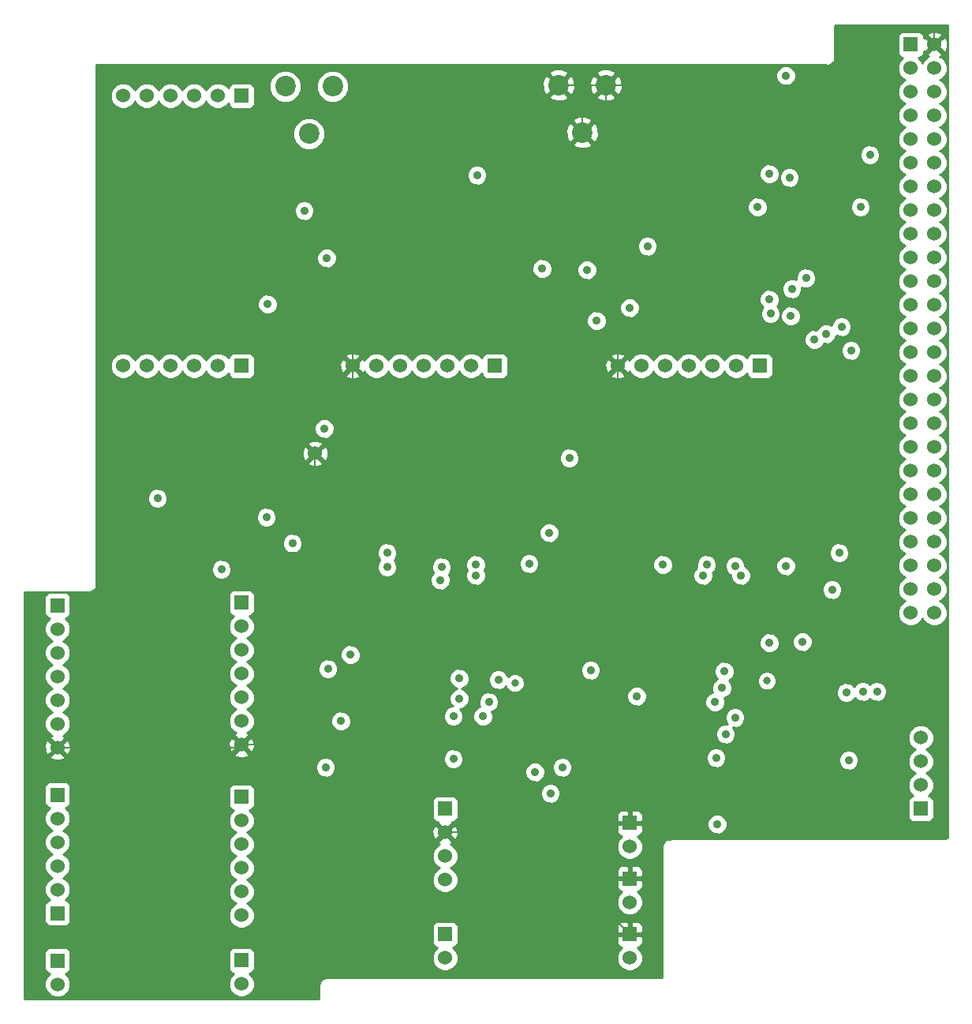
<source format=gbl>
G04 (created by PCBNEW (2013-mar-13)-testing) date Wed 17 Dec 2014 11:00:28 GMT*
%MOIN*%
G04 Gerber Fmt 3.4, Leading zero omitted, Abs format*
%FSLAX34Y34*%
G01*
G70*
G90*
G04 APERTURE LIST*
%ADD10C,0.005906*%
%ADD11C,0.031500*%
%ADD12C,0.060000*%
%ADD13R,0.060000X0.060000*%
%ADD14C,0.086600*%
%ADD15C,0.035400*%
%ADD16C,0.035000*%
%ADD17C,0.048800*%
%ADD18C,0.008000*%
%ADD19C,0.010000*%
G04 APERTURE END LIST*
G54D10*
G54D11*
X52150Y-46600D03*
X62800Y-46500D03*
G54D12*
X43708Y-36904D03*
G54D13*
X40600Y-43200D03*
G54D12*
X40600Y-44200D03*
X40600Y-45200D03*
X40600Y-46200D03*
X40600Y-47200D03*
X40600Y-48200D03*
X40600Y-49200D03*
G54D13*
X32829Y-43313D03*
G54D12*
X32829Y-44313D03*
X32829Y-45313D03*
X32829Y-46313D03*
X32829Y-47313D03*
X32829Y-48313D03*
X32829Y-49313D03*
G54D13*
X62500Y-33200D03*
G54D12*
X61500Y-33200D03*
X60500Y-33200D03*
X59500Y-33200D03*
X58500Y-33200D03*
X57500Y-33200D03*
X56500Y-33200D03*
G54D13*
X51300Y-33200D03*
G54D12*
X50300Y-33200D03*
X49300Y-33200D03*
X48300Y-33200D03*
X47300Y-33200D03*
X46300Y-33200D03*
X45300Y-33200D03*
G54D13*
X40600Y-21800D03*
G54D12*
X39600Y-21800D03*
X38600Y-21800D03*
X37600Y-21800D03*
X36600Y-21800D03*
X35600Y-21800D03*
G54D13*
X69300Y-51900D03*
G54D12*
X69300Y-50900D03*
X69300Y-49900D03*
X69300Y-48900D03*
G54D13*
X49200Y-51900D03*
G54D12*
X49200Y-52900D03*
X49200Y-53900D03*
X49200Y-54900D03*
G54D13*
X32829Y-58313D03*
G54D12*
X32829Y-59313D03*
G54D13*
X57000Y-57200D03*
G54D12*
X57000Y-58200D03*
G54D13*
X57000Y-54850D03*
G54D12*
X57000Y-55850D03*
G54D13*
X57000Y-52500D03*
G54D12*
X57000Y-53500D03*
G54D13*
X68874Y-19639D03*
G54D12*
X69874Y-19639D03*
X68874Y-24639D03*
X69874Y-20639D03*
X68874Y-25639D03*
X69874Y-21639D03*
X68874Y-26639D03*
X69874Y-22639D03*
X68874Y-27639D03*
X69874Y-23639D03*
X68874Y-28639D03*
X69874Y-24639D03*
X68874Y-29639D03*
X69874Y-25639D03*
X68874Y-30639D03*
X69874Y-26639D03*
X68874Y-31639D03*
X69874Y-27639D03*
X68874Y-32639D03*
X69874Y-28639D03*
X68874Y-33639D03*
X69874Y-29639D03*
X68874Y-34639D03*
X69874Y-30639D03*
X69874Y-31639D03*
X68874Y-35639D03*
X69874Y-32639D03*
X69874Y-34639D03*
X69874Y-35639D03*
X69874Y-36639D03*
X69874Y-37639D03*
X68874Y-36639D03*
X68874Y-37639D03*
X68874Y-20639D03*
X68874Y-21639D03*
X68874Y-22639D03*
X68874Y-23639D03*
X68874Y-38639D03*
X69874Y-38639D03*
X69874Y-33639D03*
X68874Y-39639D03*
X69874Y-39639D03*
X68874Y-40639D03*
X69874Y-40639D03*
X68874Y-41639D03*
X69874Y-41639D03*
X68874Y-42639D03*
X69874Y-42639D03*
X68874Y-43639D03*
X69874Y-43639D03*
G54D13*
X32829Y-51313D03*
G54D12*
X32829Y-52313D03*
X32829Y-53313D03*
X32829Y-54313D03*
G54D13*
X32829Y-56313D03*
G54D12*
X32829Y-55313D03*
G54D13*
X40600Y-33200D03*
G54D12*
X39600Y-33200D03*
X38600Y-33200D03*
X37600Y-33200D03*
X36600Y-33200D03*
X35600Y-33200D03*
G54D13*
X40600Y-51400D03*
G54D12*
X40600Y-52400D03*
X40600Y-53400D03*
X40600Y-54400D03*
X40600Y-55400D03*
X40600Y-56400D03*
G54D13*
X40600Y-58300D03*
G54D12*
X40600Y-59300D03*
G54D14*
X43450Y-23400D03*
X44450Y-21400D03*
X42450Y-21400D03*
X55000Y-23350D03*
X56000Y-21350D03*
X54000Y-21350D03*
G54D15*
X49050Y-43850D03*
X49550Y-43850D03*
X50050Y-43850D03*
X50550Y-43850D03*
X49300Y-44200D03*
X49800Y-44200D03*
X50300Y-44200D03*
X49050Y-44550D03*
X49550Y-44550D03*
X50050Y-44550D03*
X50550Y-44550D03*
X60200Y-43800D03*
X60700Y-43800D03*
X61200Y-43800D03*
X61700Y-43800D03*
X60450Y-44150D03*
X60950Y-44150D03*
X61450Y-44150D03*
X60200Y-44500D03*
X60700Y-44500D03*
X61200Y-44500D03*
X61700Y-44500D03*
G54D13*
X49200Y-57200D03*
G54D12*
X49200Y-58200D03*
G54D16*
X53000Y-50350D03*
X44800Y-48200D03*
X49550Y-49800D03*
X49550Y-48000D03*
X50800Y-48000D03*
X49800Y-47250D03*
X42750Y-40700D03*
X61050Y-48750D03*
X60900Y-46800D03*
X60650Y-49750D03*
X60600Y-47400D03*
X66750Y-26500D03*
X62400Y-26500D03*
X63600Y-20950D03*
X44100Y-35850D03*
X44200Y-28650D03*
X54450Y-37100D03*
X39750Y-41800D03*
X43250Y-26650D03*
X65300Y-31850D03*
X63850Y-29950D03*
X66150Y-47000D03*
X66250Y-49850D03*
X65550Y-42650D03*
X53650Y-51250D03*
X65950Y-31550D03*
X64450Y-29500D03*
X55600Y-31300D03*
X55200Y-29150D03*
X57750Y-28150D03*
X67150Y-24300D03*
X63800Y-31100D03*
X62900Y-44900D03*
X64300Y-44850D03*
X64800Y-32100D03*
X53600Y-40250D03*
X62950Y-31000D03*
X57000Y-30750D03*
X54150Y-50150D03*
X65850Y-41100D03*
X44150Y-50150D03*
X46750Y-41100D03*
X45200Y-45400D03*
X41650Y-39600D03*
X41700Y-30600D03*
X62900Y-30400D03*
X62900Y-25100D03*
X53300Y-29100D03*
X63750Y-25250D03*
X60700Y-52550D03*
X51450Y-46450D03*
X66350Y-32550D03*
X66850Y-46950D03*
X67450Y-46950D03*
X55050Y-24850D03*
X62250Y-36800D03*
X60700Y-36750D03*
X64300Y-36750D03*
X57200Y-36750D03*
X51200Y-36850D03*
X49500Y-36800D03*
X46600Y-36800D03*
X53200Y-36800D03*
X46300Y-48250D03*
X52750Y-44850D03*
X44850Y-42250D03*
X36950Y-41000D03*
X43350Y-38500D03*
X64300Y-45750D03*
X66600Y-25400D03*
X63100Y-21300D03*
X42900Y-24600D03*
X57250Y-47850D03*
X56450Y-42350D03*
X45100Y-25600D03*
X54700Y-34500D03*
X58400Y-41600D03*
X60250Y-41600D03*
X63600Y-41650D03*
X61450Y-41650D03*
X50500Y-41600D03*
X52750Y-41550D03*
X46750Y-41700D03*
X49050Y-41700D03*
X51050Y-47400D03*
X49800Y-46400D03*
X61450Y-48050D03*
X61000Y-46100D03*
X50550Y-25150D03*
X57300Y-47150D03*
X50500Y-42050D03*
X49000Y-42250D03*
X44250Y-46000D03*
X55350Y-46050D03*
X37050Y-38800D03*
X61700Y-42050D03*
X60100Y-42050D03*
G54D17*
X60450Y-44150D02*
X61450Y-44150D01*
X49300Y-44200D02*
X50300Y-44200D01*
G54D18*
X56000Y-23900D02*
X56000Y-21350D01*
X55050Y-24850D02*
X56000Y-23900D01*
X57000Y-52500D02*
X52100Y-52500D01*
X52100Y-52500D02*
X51900Y-52300D01*
X57000Y-54850D02*
X51800Y-54850D01*
X62250Y-36800D02*
X62300Y-36750D01*
X62300Y-36750D02*
X62550Y-36750D01*
X57200Y-36750D02*
X60700Y-36750D01*
X60700Y-36750D02*
X64300Y-36750D01*
X56275Y-35825D02*
X54175Y-35825D01*
X57200Y-36750D02*
X56275Y-35825D01*
X51200Y-36800D02*
X51200Y-36850D01*
X49500Y-36800D02*
X49800Y-36800D01*
X53200Y-36800D02*
X51200Y-36800D01*
X51200Y-36800D02*
X49800Y-36800D01*
X49800Y-36800D02*
X46600Y-36800D01*
X54700Y-35300D02*
X54700Y-34500D01*
X53200Y-36800D02*
X54175Y-35825D01*
X54175Y-35825D02*
X54700Y-35300D01*
G54D17*
X49050Y-43850D02*
X50550Y-43850D01*
X48750Y-43550D02*
X48750Y-44750D01*
X48750Y-44750D02*
X48600Y-44900D01*
X49050Y-43850D02*
X49050Y-44550D01*
X50800Y-43550D02*
X50800Y-44800D01*
X50800Y-44800D02*
X50900Y-44900D01*
X50550Y-43850D02*
X50550Y-44550D01*
X51000Y-45000D02*
X50900Y-44900D01*
X50900Y-44900D02*
X51000Y-45000D01*
X50900Y-44900D02*
X50550Y-44550D01*
X49050Y-44550D02*
X48950Y-44550D01*
X48950Y-44550D02*
X48600Y-44900D01*
X48600Y-44900D02*
X50900Y-44900D01*
X50550Y-43850D02*
X50550Y-43800D01*
X50550Y-43800D02*
X50800Y-43550D01*
X48750Y-43550D02*
X49050Y-43850D01*
X50800Y-43550D02*
X48750Y-43550D01*
X62000Y-44600D02*
X62000Y-44850D01*
X59850Y-44900D02*
X59800Y-44950D01*
X62050Y-44900D02*
X59850Y-44900D01*
X62000Y-44850D02*
X62050Y-44900D01*
X60200Y-43800D02*
X61700Y-43800D01*
X61200Y-43800D02*
X61200Y-44000D01*
X61200Y-44000D02*
X61700Y-44500D01*
X61700Y-43800D02*
X61700Y-44500D01*
X62000Y-44600D02*
X62000Y-43500D01*
X60000Y-44600D02*
X62000Y-44600D01*
X62000Y-44600D02*
X62050Y-44650D01*
X60000Y-43500D02*
X60000Y-44600D01*
X60000Y-44600D02*
X59950Y-44650D01*
X60700Y-43800D02*
X61200Y-43800D01*
X61700Y-43800D02*
X62000Y-43500D01*
X60200Y-43700D02*
X60200Y-43800D01*
X60000Y-43500D02*
X60200Y-43700D01*
X62000Y-43500D02*
X60000Y-43500D01*
X60200Y-44500D02*
X61700Y-44500D01*
X49050Y-44550D02*
X50550Y-44550D01*
G54D18*
X46300Y-48250D02*
X46300Y-49200D01*
X53100Y-49200D02*
X53100Y-45200D01*
X53100Y-45200D02*
X52750Y-44850D01*
X44850Y-42250D02*
X43700Y-42250D01*
X43700Y-41100D02*
X37050Y-41100D01*
X37050Y-41100D02*
X36950Y-41000D01*
X43708Y-36904D02*
X43708Y-38442D01*
X43708Y-38442D02*
X43700Y-38450D01*
X43700Y-38450D02*
X43700Y-41100D01*
X43700Y-41100D02*
X43700Y-42250D01*
X43700Y-42250D02*
X43700Y-49000D01*
X43700Y-49000D02*
X43850Y-49150D01*
X43400Y-38450D02*
X43700Y-38450D01*
G54D17*
X43350Y-38500D02*
X43400Y-38450D01*
G54D18*
X56000Y-21350D02*
X54000Y-21350D01*
X54000Y-21350D02*
X55000Y-22350D01*
X55000Y-22350D02*
X55000Y-23350D01*
X57250Y-47850D02*
X57250Y-49050D01*
X57250Y-49050D02*
X57400Y-49200D01*
X64300Y-49200D02*
X64300Y-45750D01*
X66600Y-21350D02*
X65300Y-21350D01*
X66600Y-25400D02*
X66600Y-21350D01*
X62900Y-21350D02*
X63050Y-21350D01*
X63050Y-21350D02*
X63100Y-21300D01*
X51700Y-52900D02*
X51550Y-52900D01*
X51850Y-53050D02*
X51700Y-52900D01*
X51550Y-52900D02*
X51500Y-52900D01*
X51850Y-53050D02*
X51850Y-50100D01*
X51850Y-50100D02*
X52800Y-49200D01*
X56500Y-33200D02*
X56500Y-34400D01*
X56500Y-34400D02*
X56600Y-34500D01*
X56500Y-33200D02*
X56500Y-29350D01*
X56500Y-29350D02*
X52750Y-25600D01*
X45100Y-25600D02*
X52750Y-25600D01*
X52750Y-25600D02*
X55000Y-23350D01*
X69874Y-19639D02*
X69874Y-18826D01*
X69874Y-18826D02*
X69850Y-18850D01*
X69850Y-18850D02*
X65750Y-18850D01*
X65750Y-18850D02*
X65650Y-18950D01*
X65650Y-18950D02*
X65650Y-21000D01*
X65650Y-21000D02*
X65300Y-21350D01*
X65300Y-21350D02*
X62900Y-21350D01*
X62900Y-21350D02*
X56000Y-21350D01*
X43200Y-24600D02*
X42900Y-24600D01*
X45100Y-24600D02*
X45100Y-25600D01*
X43200Y-24600D02*
X45100Y-24600D01*
X51850Y-56600D02*
X51850Y-53050D01*
X51850Y-56600D02*
X56400Y-56600D01*
X56400Y-56600D02*
X57000Y-57200D01*
X49200Y-52900D02*
X51600Y-52900D01*
X40600Y-49200D02*
X46300Y-49200D01*
X46300Y-49200D02*
X53100Y-49200D01*
X53100Y-49200D02*
X57400Y-49200D01*
X57400Y-49200D02*
X64300Y-49200D01*
X32829Y-49313D02*
X40487Y-49313D01*
X40487Y-49313D02*
X40600Y-49200D01*
X45300Y-33200D02*
X45300Y-35312D01*
X45300Y-35312D02*
X43708Y-36904D01*
X45300Y-33200D02*
X45300Y-25800D01*
X45300Y-25800D02*
X45100Y-25600D01*
X56450Y-47050D02*
X56450Y-42350D01*
X57250Y-47850D02*
X56450Y-47050D01*
X54700Y-34500D02*
X56600Y-34500D01*
X56450Y-42350D02*
X56550Y-42350D01*
G54D10*
G36*
X70443Y-53125D02*
X70428Y-53128D01*
X70428Y-19720D01*
X70417Y-19502D01*
X70355Y-19351D01*
X70259Y-19323D01*
X70189Y-19394D01*
X70189Y-19253D01*
X70161Y-19157D01*
X69955Y-19084D01*
X69737Y-19095D01*
X69586Y-19157D01*
X69558Y-19253D01*
X69874Y-19568D01*
X70189Y-19253D01*
X70189Y-19394D01*
X69944Y-19639D01*
X70259Y-19954D01*
X70355Y-19926D01*
X70428Y-19720D01*
X70428Y-53128D01*
X70424Y-53129D01*
X70424Y-43530D01*
X70340Y-43327D01*
X70185Y-43173D01*
X70104Y-43139D01*
X70185Y-43105D01*
X70339Y-42950D01*
X70423Y-42748D01*
X70424Y-42530D01*
X70340Y-42327D01*
X70185Y-42173D01*
X70104Y-42139D01*
X70185Y-42105D01*
X70339Y-41950D01*
X70423Y-41748D01*
X70424Y-41530D01*
X70340Y-41327D01*
X70185Y-41173D01*
X70104Y-41139D01*
X70185Y-41105D01*
X70339Y-40950D01*
X70423Y-40748D01*
X70424Y-40530D01*
X70340Y-40327D01*
X70185Y-40173D01*
X70104Y-40139D01*
X70185Y-40105D01*
X70339Y-39950D01*
X70423Y-39748D01*
X70424Y-39530D01*
X70340Y-39327D01*
X70185Y-39173D01*
X70104Y-39139D01*
X70185Y-39105D01*
X70339Y-38950D01*
X70423Y-38748D01*
X70424Y-38530D01*
X70340Y-38327D01*
X70185Y-38173D01*
X70104Y-38139D01*
X70185Y-38105D01*
X70339Y-37950D01*
X70423Y-37748D01*
X70424Y-37530D01*
X70340Y-37327D01*
X70185Y-37173D01*
X70104Y-37139D01*
X70185Y-37105D01*
X70339Y-36950D01*
X70423Y-36748D01*
X70424Y-36530D01*
X70340Y-36327D01*
X70185Y-36173D01*
X70104Y-36139D01*
X70185Y-36105D01*
X70339Y-35950D01*
X70423Y-35748D01*
X70424Y-35530D01*
X70340Y-35327D01*
X70185Y-35173D01*
X70104Y-35139D01*
X70185Y-35105D01*
X70339Y-34950D01*
X70423Y-34748D01*
X70424Y-34530D01*
X70340Y-34327D01*
X70185Y-34173D01*
X70104Y-34139D01*
X70185Y-34105D01*
X70339Y-33950D01*
X70423Y-33748D01*
X70424Y-33530D01*
X70340Y-33327D01*
X70185Y-33173D01*
X70104Y-33139D01*
X70185Y-33105D01*
X70339Y-32950D01*
X70423Y-32748D01*
X70424Y-32530D01*
X70340Y-32327D01*
X70185Y-32173D01*
X70104Y-32139D01*
X70185Y-32105D01*
X70339Y-31950D01*
X70423Y-31748D01*
X70424Y-31530D01*
X70340Y-31327D01*
X70185Y-31173D01*
X70104Y-31139D01*
X70185Y-31105D01*
X70339Y-30950D01*
X70423Y-30748D01*
X70424Y-30530D01*
X70340Y-30327D01*
X70185Y-30173D01*
X70104Y-30139D01*
X70185Y-30105D01*
X70339Y-29950D01*
X70423Y-29748D01*
X70424Y-29530D01*
X70340Y-29327D01*
X70185Y-29173D01*
X70104Y-29139D01*
X70185Y-29105D01*
X70339Y-28950D01*
X70423Y-28748D01*
X70424Y-28530D01*
X70340Y-28327D01*
X70185Y-28173D01*
X70104Y-28139D01*
X70185Y-28105D01*
X70339Y-27950D01*
X70423Y-27748D01*
X70424Y-27530D01*
X70340Y-27327D01*
X70185Y-27173D01*
X70104Y-27139D01*
X70185Y-27105D01*
X70339Y-26950D01*
X70423Y-26748D01*
X70424Y-26530D01*
X70340Y-26327D01*
X70185Y-26173D01*
X70104Y-26139D01*
X70185Y-26105D01*
X70339Y-25950D01*
X70423Y-25748D01*
X70424Y-25530D01*
X70340Y-25327D01*
X70185Y-25173D01*
X70104Y-25139D01*
X70185Y-25105D01*
X70339Y-24950D01*
X70423Y-24748D01*
X70424Y-24530D01*
X70340Y-24327D01*
X70185Y-24173D01*
X70104Y-24139D01*
X70185Y-24105D01*
X70339Y-23950D01*
X70423Y-23748D01*
X70424Y-23530D01*
X70340Y-23327D01*
X70185Y-23173D01*
X70104Y-23139D01*
X70185Y-23105D01*
X70339Y-22950D01*
X70423Y-22748D01*
X70424Y-22530D01*
X70340Y-22327D01*
X70185Y-22173D01*
X70104Y-22139D01*
X70185Y-22105D01*
X70339Y-21950D01*
X70423Y-21748D01*
X70424Y-21530D01*
X70340Y-21327D01*
X70185Y-21173D01*
X70104Y-21139D01*
X70185Y-21105D01*
X70339Y-20950D01*
X70423Y-20748D01*
X70424Y-20530D01*
X70340Y-20327D01*
X70185Y-20173D01*
X70110Y-20141D01*
X70161Y-20120D01*
X70189Y-20024D01*
X69874Y-19709D01*
X69558Y-20024D01*
X69586Y-20120D01*
X69641Y-20139D01*
X69562Y-20172D01*
X69408Y-20327D01*
X69374Y-20408D01*
X69340Y-20327D01*
X69201Y-20189D01*
X69223Y-20189D01*
X69315Y-20150D01*
X69385Y-20080D01*
X69424Y-19988D01*
X69424Y-19935D01*
X69488Y-19954D01*
X69803Y-19639D01*
X69488Y-19323D01*
X69424Y-19342D01*
X69424Y-19289D01*
X69385Y-19197D01*
X69315Y-19127D01*
X69223Y-19089D01*
X69124Y-19089D01*
X68524Y-19089D01*
X68432Y-19127D01*
X68362Y-19197D01*
X68324Y-19289D01*
X68324Y-19388D01*
X68324Y-19988D01*
X68362Y-20080D01*
X68432Y-20150D01*
X68524Y-20189D01*
X68546Y-20189D01*
X68408Y-20327D01*
X68324Y-20529D01*
X68323Y-20747D01*
X68407Y-20950D01*
X68562Y-21104D01*
X68643Y-21138D01*
X68562Y-21172D01*
X68408Y-21327D01*
X68324Y-21529D01*
X68323Y-21747D01*
X68407Y-21950D01*
X68562Y-22104D01*
X68643Y-22138D01*
X68562Y-22172D01*
X68408Y-22327D01*
X68324Y-22529D01*
X68323Y-22747D01*
X68407Y-22950D01*
X68562Y-23104D01*
X68643Y-23138D01*
X68562Y-23172D01*
X68408Y-23327D01*
X68324Y-23529D01*
X68323Y-23747D01*
X68407Y-23950D01*
X68562Y-24104D01*
X68643Y-24138D01*
X68562Y-24172D01*
X68408Y-24327D01*
X68324Y-24529D01*
X68323Y-24747D01*
X68407Y-24950D01*
X68562Y-25104D01*
X68643Y-25138D01*
X68562Y-25172D01*
X68408Y-25327D01*
X68324Y-25529D01*
X68323Y-25747D01*
X68407Y-25950D01*
X68562Y-26104D01*
X68643Y-26138D01*
X68562Y-26172D01*
X68408Y-26327D01*
X68324Y-26529D01*
X68323Y-26747D01*
X68407Y-26950D01*
X68562Y-27104D01*
X68643Y-27138D01*
X68562Y-27172D01*
X68408Y-27327D01*
X68324Y-27529D01*
X68323Y-27747D01*
X68407Y-27950D01*
X68562Y-28104D01*
X68643Y-28138D01*
X68562Y-28172D01*
X68408Y-28327D01*
X68324Y-28529D01*
X68323Y-28747D01*
X68407Y-28950D01*
X68562Y-29104D01*
X68643Y-29138D01*
X68562Y-29172D01*
X68408Y-29327D01*
X68324Y-29529D01*
X68323Y-29747D01*
X68407Y-29950D01*
X68562Y-30104D01*
X68643Y-30138D01*
X68562Y-30172D01*
X68408Y-30327D01*
X68324Y-30529D01*
X68323Y-30747D01*
X68407Y-30950D01*
X68562Y-31104D01*
X68643Y-31138D01*
X68562Y-31172D01*
X68408Y-31327D01*
X68324Y-31529D01*
X68323Y-31747D01*
X68407Y-31950D01*
X68562Y-32104D01*
X68643Y-32138D01*
X68562Y-32172D01*
X68408Y-32327D01*
X68324Y-32529D01*
X68323Y-32747D01*
X68407Y-32950D01*
X68562Y-33104D01*
X68643Y-33138D01*
X68562Y-33172D01*
X68408Y-33327D01*
X68324Y-33529D01*
X68323Y-33747D01*
X68407Y-33950D01*
X68562Y-34104D01*
X68643Y-34138D01*
X68562Y-34172D01*
X68408Y-34327D01*
X68324Y-34529D01*
X68323Y-34747D01*
X68407Y-34950D01*
X68562Y-35104D01*
X68643Y-35138D01*
X68562Y-35172D01*
X68408Y-35327D01*
X68324Y-35529D01*
X68323Y-35747D01*
X68407Y-35950D01*
X68562Y-36104D01*
X68643Y-36138D01*
X68562Y-36172D01*
X68408Y-36327D01*
X68324Y-36529D01*
X68323Y-36747D01*
X68407Y-36950D01*
X68562Y-37104D01*
X68643Y-37138D01*
X68562Y-37172D01*
X68408Y-37327D01*
X68324Y-37529D01*
X68323Y-37747D01*
X68407Y-37950D01*
X68562Y-38104D01*
X68643Y-38138D01*
X68562Y-38172D01*
X68408Y-38327D01*
X68324Y-38529D01*
X68323Y-38747D01*
X68407Y-38950D01*
X68562Y-39104D01*
X68643Y-39138D01*
X68562Y-39172D01*
X68408Y-39327D01*
X68324Y-39529D01*
X68323Y-39747D01*
X68407Y-39950D01*
X68562Y-40104D01*
X68643Y-40138D01*
X68562Y-40172D01*
X68408Y-40327D01*
X68324Y-40529D01*
X68323Y-40747D01*
X68407Y-40950D01*
X68562Y-41104D01*
X68643Y-41138D01*
X68562Y-41172D01*
X68408Y-41327D01*
X68324Y-41529D01*
X68323Y-41747D01*
X68407Y-41950D01*
X68562Y-42104D01*
X68643Y-42138D01*
X68562Y-42172D01*
X68408Y-42327D01*
X68324Y-42529D01*
X68323Y-42747D01*
X68407Y-42950D01*
X68562Y-43104D01*
X68643Y-43138D01*
X68562Y-43172D01*
X68408Y-43327D01*
X68324Y-43529D01*
X68323Y-43747D01*
X68407Y-43950D01*
X68562Y-44104D01*
X68764Y-44188D01*
X68982Y-44189D01*
X69185Y-44105D01*
X69339Y-43950D01*
X69373Y-43869D01*
X69407Y-43950D01*
X69562Y-44104D01*
X69764Y-44188D01*
X69982Y-44189D01*
X70185Y-44105D01*
X70339Y-43950D01*
X70423Y-43748D01*
X70424Y-43530D01*
X70424Y-53129D01*
X70347Y-53144D01*
X70318Y-53164D01*
X69850Y-53164D01*
X69850Y-50791D01*
X69766Y-50588D01*
X69611Y-50434D01*
X69530Y-50400D01*
X69611Y-50366D01*
X69765Y-50211D01*
X69849Y-50009D01*
X69850Y-49791D01*
X69766Y-49588D01*
X69611Y-49434D01*
X69530Y-49400D01*
X69611Y-49366D01*
X69765Y-49211D01*
X69849Y-49009D01*
X69850Y-48791D01*
X69766Y-48588D01*
X69611Y-48434D01*
X69409Y-48350D01*
X69191Y-48349D01*
X68988Y-48433D01*
X68834Y-48588D01*
X68750Y-48790D01*
X68749Y-49008D01*
X68833Y-49211D01*
X68988Y-49365D01*
X69069Y-49399D01*
X68988Y-49433D01*
X68834Y-49588D01*
X68750Y-49790D01*
X68749Y-50008D01*
X68833Y-50211D01*
X68988Y-50365D01*
X69069Y-50399D01*
X68988Y-50433D01*
X68834Y-50588D01*
X68750Y-50790D01*
X68749Y-51008D01*
X68833Y-51211D01*
X68972Y-51350D01*
X68950Y-51350D01*
X68858Y-51388D01*
X68788Y-51458D01*
X68750Y-51550D01*
X68750Y-51649D01*
X68750Y-52249D01*
X68788Y-52341D01*
X68858Y-52411D01*
X68950Y-52450D01*
X69049Y-52450D01*
X69649Y-52450D01*
X69741Y-52411D01*
X69811Y-52341D01*
X69850Y-52249D01*
X69850Y-52150D01*
X69850Y-51550D01*
X69811Y-51458D01*
X69741Y-51388D01*
X69649Y-51350D01*
X69627Y-51350D01*
X69765Y-51211D01*
X69849Y-51009D01*
X69850Y-50791D01*
X69850Y-53164D01*
X67875Y-53164D01*
X67875Y-46865D01*
X67810Y-46709D01*
X67691Y-46589D01*
X67575Y-46541D01*
X67575Y-24215D01*
X67510Y-24059D01*
X67391Y-23939D01*
X67234Y-23875D01*
X67065Y-23874D01*
X66909Y-23939D01*
X66789Y-24058D01*
X66725Y-24215D01*
X66724Y-24384D01*
X66789Y-24540D01*
X66908Y-24660D01*
X67065Y-24724D01*
X67234Y-24725D01*
X67390Y-24660D01*
X67510Y-24541D01*
X67574Y-24384D01*
X67575Y-24215D01*
X67575Y-46541D01*
X67534Y-46525D01*
X67365Y-46524D01*
X67209Y-46589D01*
X67175Y-46623D01*
X67175Y-26415D01*
X67110Y-26259D01*
X66991Y-26139D01*
X66834Y-26075D01*
X66665Y-26074D01*
X66509Y-26139D01*
X66389Y-26258D01*
X66325Y-26415D01*
X66324Y-26584D01*
X66389Y-26740D01*
X66508Y-26860D01*
X66665Y-26924D01*
X66834Y-26925D01*
X66990Y-26860D01*
X67110Y-26741D01*
X67174Y-26584D01*
X67175Y-26415D01*
X67175Y-46623D01*
X67150Y-46648D01*
X67091Y-46589D01*
X66934Y-46525D01*
X66775Y-46524D01*
X66775Y-32465D01*
X66710Y-32309D01*
X66591Y-32189D01*
X66434Y-32125D01*
X66375Y-32125D01*
X66375Y-31465D01*
X66310Y-31309D01*
X66191Y-31189D01*
X66034Y-31125D01*
X65865Y-31124D01*
X65709Y-31189D01*
X65589Y-31308D01*
X65525Y-31465D01*
X65525Y-31483D01*
X65384Y-31425D01*
X65215Y-31424D01*
X65059Y-31489D01*
X64939Y-31608D01*
X64908Y-31684D01*
X64884Y-31675D01*
X64875Y-31675D01*
X64875Y-29415D01*
X64810Y-29259D01*
X64691Y-29139D01*
X64534Y-29075D01*
X64365Y-29074D01*
X64209Y-29139D01*
X64175Y-29173D01*
X64175Y-25165D01*
X64110Y-25009D01*
X64025Y-24923D01*
X64025Y-20865D01*
X63960Y-20709D01*
X63841Y-20589D01*
X63684Y-20525D01*
X63515Y-20524D01*
X63359Y-20589D01*
X63239Y-20708D01*
X63175Y-20865D01*
X63174Y-21034D01*
X63239Y-21190D01*
X63358Y-21310D01*
X63515Y-21374D01*
X63684Y-21375D01*
X63840Y-21310D01*
X63960Y-21191D01*
X64024Y-21034D01*
X64025Y-20865D01*
X64025Y-24923D01*
X63991Y-24889D01*
X63834Y-24825D01*
X63665Y-24824D01*
X63509Y-24889D01*
X63389Y-25008D01*
X63325Y-25165D01*
X63325Y-25015D01*
X63260Y-24859D01*
X63141Y-24739D01*
X62984Y-24675D01*
X62815Y-24674D01*
X62659Y-24739D01*
X62539Y-24858D01*
X62475Y-25015D01*
X62474Y-25184D01*
X62539Y-25340D01*
X62658Y-25460D01*
X62815Y-25524D01*
X62984Y-25525D01*
X63140Y-25460D01*
X63260Y-25341D01*
X63324Y-25184D01*
X63325Y-25015D01*
X63325Y-25165D01*
X63324Y-25334D01*
X63389Y-25490D01*
X63508Y-25610D01*
X63665Y-25674D01*
X63834Y-25675D01*
X63990Y-25610D01*
X64110Y-25491D01*
X64174Y-25334D01*
X64175Y-25165D01*
X64175Y-29173D01*
X64089Y-29258D01*
X64025Y-29415D01*
X64024Y-29562D01*
X63934Y-29525D01*
X63765Y-29524D01*
X63609Y-29589D01*
X63489Y-29708D01*
X63425Y-29865D01*
X63424Y-30034D01*
X63489Y-30190D01*
X63608Y-30310D01*
X63765Y-30374D01*
X63934Y-30375D01*
X64090Y-30310D01*
X64210Y-30191D01*
X64274Y-30034D01*
X64275Y-29887D01*
X64365Y-29924D01*
X64534Y-29925D01*
X64690Y-29860D01*
X64810Y-29741D01*
X64874Y-29584D01*
X64875Y-29415D01*
X64875Y-31675D01*
X64715Y-31674D01*
X64559Y-31739D01*
X64439Y-31858D01*
X64375Y-32015D01*
X64374Y-32184D01*
X64439Y-32340D01*
X64558Y-32460D01*
X64715Y-32524D01*
X64884Y-32525D01*
X65040Y-32460D01*
X65160Y-32341D01*
X65191Y-32265D01*
X65215Y-32274D01*
X65384Y-32275D01*
X65540Y-32210D01*
X65660Y-32091D01*
X65724Y-31934D01*
X65724Y-31916D01*
X65865Y-31974D01*
X66034Y-31975D01*
X66190Y-31910D01*
X66310Y-31791D01*
X66374Y-31634D01*
X66375Y-31465D01*
X66375Y-32125D01*
X66265Y-32124D01*
X66109Y-32189D01*
X65989Y-32308D01*
X65925Y-32465D01*
X65924Y-32634D01*
X65989Y-32790D01*
X66108Y-32910D01*
X66265Y-32974D01*
X66434Y-32975D01*
X66590Y-32910D01*
X66710Y-32791D01*
X66774Y-32634D01*
X66775Y-32465D01*
X66775Y-46524D01*
X66765Y-46524D01*
X66609Y-46589D01*
X66489Y-46708D01*
X66481Y-46730D01*
X66391Y-46639D01*
X66275Y-46591D01*
X66275Y-41015D01*
X66210Y-40859D01*
X66091Y-40739D01*
X65934Y-40675D01*
X65765Y-40674D01*
X65609Y-40739D01*
X65489Y-40858D01*
X65425Y-41015D01*
X65424Y-41184D01*
X65489Y-41340D01*
X65608Y-41460D01*
X65765Y-41524D01*
X65934Y-41525D01*
X66090Y-41460D01*
X66210Y-41341D01*
X66274Y-41184D01*
X66275Y-41015D01*
X66275Y-46591D01*
X66234Y-46575D01*
X66065Y-46574D01*
X65975Y-46612D01*
X65975Y-42565D01*
X65910Y-42409D01*
X65791Y-42289D01*
X65634Y-42225D01*
X65465Y-42224D01*
X65309Y-42289D01*
X65189Y-42408D01*
X65125Y-42565D01*
X65124Y-42734D01*
X65189Y-42890D01*
X65308Y-43010D01*
X65465Y-43074D01*
X65634Y-43075D01*
X65790Y-43010D01*
X65910Y-42891D01*
X65974Y-42734D01*
X65975Y-42565D01*
X65975Y-46612D01*
X65909Y-46639D01*
X65789Y-46758D01*
X65725Y-46915D01*
X65724Y-47084D01*
X65789Y-47240D01*
X65908Y-47360D01*
X66065Y-47424D01*
X66234Y-47425D01*
X66390Y-47360D01*
X66510Y-47241D01*
X66518Y-47219D01*
X66608Y-47310D01*
X66765Y-47374D01*
X66934Y-47375D01*
X67090Y-47310D01*
X67149Y-47251D01*
X67208Y-47310D01*
X67365Y-47374D01*
X67534Y-47375D01*
X67690Y-47310D01*
X67810Y-47191D01*
X67874Y-47034D01*
X67875Y-46865D01*
X67875Y-53164D01*
X66675Y-53164D01*
X66675Y-49765D01*
X66610Y-49609D01*
X66491Y-49489D01*
X66334Y-49425D01*
X66165Y-49424D01*
X66009Y-49489D01*
X65889Y-49608D01*
X65825Y-49765D01*
X65824Y-49934D01*
X65889Y-50090D01*
X66008Y-50210D01*
X66165Y-50274D01*
X66334Y-50275D01*
X66490Y-50210D01*
X66610Y-50091D01*
X66674Y-49934D01*
X66675Y-49765D01*
X66675Y-53164D01*
X64725Y-53164D01*
X64725Y-44765D01*
X64660Y-44609D01*
X64541Y-44489D01*
X64384Y-44425D01*
X64225Y-44424D01*
X64225Y-31015D01*
X64160Y-30859D01*
X64041Y-30739D01*
X63884Y-30675D01*
X63715Y-30674D01*
X63559Y-30739D01*
X63439Y-30858D01*
X63375Y-31015D01*
X63375Y-30915D01*
X63310Y-30759D01*
X63226Y-30675D01*
X63260Y-30641D01*
X63324Y-30484D01*
X63325Y-30315D01*
X63260Y-30159D01*
X63141Y-30039D01*
X62984Y-29975D01*
X62825Y-29974D01*
X62825Y-26415D01*
X62760Y-26259D01*
X62641Y-26139D01*
X62484Y-26075D01*
X62315Y-26074D01*
X62159Y-26139D01*
X62039Y-26258D01*
X61975Y-26415D01*
X61974Y-26584D01*
X62039Y-26740D01*
X62158Y-26860D01*
X62315Y-26924D01*
X62484Y-26925D01*
X62640Y-26860D01*
X62760Y-26741D01*
X62824Y-26584D01*
X62825Y-26415D01*
X62825Y-29974D01*
X62815Y-29974D01*
X62659Y-30039D01*
X62539Y-30158D01*
X62475Y-30315D01*
X62474Y-30484D01*
X62539Y-30640D01*
X62623Y-30724D01*
X62589Y-30758D01*
X62525Y-30915D01*
X62524Y-31084D01*
X62589Y-31240D01*
X62708Y-31360D01*
X62865Y-31424D01*
X63034Y-31425D01*
X63190Y-31360D01*
X63310Y-31241D01*
X63374Y-31084D01*
X63375Y-30915D01*
X63375Y-31015D01*
X63374Y-31184D01*
X63439Y-31340D01*
X63558Y-31460D01*
X63715Y-31524D01*
X63884Y-31525D01*
X64040Y-31460D01*
X64160Y-31341D01*
X64224Y-31184D01*
X64225Y-31015D01*
X64225Y-44424D01*
X64215Y-44424D01*
X64059Y-44489D01*
X64025Y-44523D01*
X64025Y-41565D01*
X63960Y-41409D01*
X63841Y-41289D01*
X63684Y-41225D01*
X63515Y-41224D01*
X63359Y-41289D01*
X63239Y-41408D01*
X63175Y-41565D01*
X63174Y-41734D01*
X63239Y-41890D01*
X63358Y-42010D01*
X63515Y-42074D01*
X63684Y-42075D01*
X63840Y-42010D01*
X63960Y-41891D01*
X64024Y-41734D01*
X64025Y-41565D01*
X64025Y-44523D01*
X63939Y-44608D01*
X63875Y-44765D01*
X63874Y-44934D01*
X63939Y-45090D01*
X64058Y-45210D01*
X64215Y-45274D01*
X64384Y-45275D01*
X64540Y-45210D01*
X64660Y-45091D01*
X64724Y-44934D01*
X64725Y-44765D01*
X64725Y-53164D01*
X63325Y-53164D01*
X63325Y-44815D01*
X63260Y-44659D01*
X63141Y-44539D01*
X63050Y-44502D01*
X63050Y-33549D01*
X63050Y-33450D01*
X63050Y-32850D01*
X63011Y-32758D01*
X62941Y-32688D01*
X62849Y-32650D01*
X62750Y-32650D01*
X62150Y-32650D01*
X62058Y-32688D01*
X61988Y-32758D01*
X61950Y-32850D01*
X61950Y-32872D01*
X61811Y-32734D01*
X61609Y-32650D01*
X61391Y-32649D01*
X61188Y-32733D01*
X61034Y-32888D01*
X61000Y-32969D01*
X60966Y-32888D01*
X60811Y-32734D01*
X60609Y-32650D01*
X60391Y-32649D01*
X60188Y-32733D01*
X60034Y-32888D01*
X60000Y-32969D01*
X59966Y-32888D01*
X59811Y-32734D01*
X59609Y-32650D01*
X59391Y-32649D01*
X59188Y-32733D01*
X59034Y-32888D01*
X59000Y-32969D01*
X58966Y-32888D01*
X58811Y-32734D01*
X58609Y-32650D01*
X58391Y-32649D01*
X58188Y-32733D01*
X58175Y-32747D01*
X58175Y-28065D01*
X58110Y-27909D01*
X57991Y-27789D01*
X57834Y-27725D01*
X57665Y-27724D01*
X57509Y-27789D01*
X57389Y-27908D01*
X57325Y-28065D01*
X57324Y-28234D01*
X57389Y-28390D01*
X57508Y-28510D01*
X57665Y-28574D01*
X57834Y-28575D01*
X57990Y-28510D01*
X58110Y-28391D01*
X58174Y-28234D01*
X58175Y-28065D01*
X58175Y-32747D01*
X58034Y-32888D01*
X58000Y-32969D01*
X57966Y-32888D01*
X57811Y-32734D01*
X57609Y-32650D01*
X57425Y-32649D01*
X57425Y-30665D01*
X57360Y-30509D01*
X57241Y-30389D01*
X57084Y-30325D01*
X56915Y-30324D01*
X56759Y-30389D01*
X56687Y-30461D01*
X56687Y-21463D01*
X56678Y-21191D01*
X56591Y-20982D01*
X56482Y-20938D01*
X56411Y-21009D01*
X56411Y-20867D01*
X56367Y-20758D01*
X56113Y-20662D01*
X55841Y-20671D01*
X55632Y-20758D01*
X55588Y-20867D01*
X56000Y-21279D01*
X56411Y-20867D01*
X56411Y-21009D01*
X56070Y-21350D01*
X56482Y-21761D01*
X56591Y-21717D01*
X56687Y-21463D01*
X56687Y-30461D01*
X56639Y-30508D01*
X56575Y-30665D01*
X56574Y-30834D01*
X56639Y-30990D01*
X56758Y-31110D01*
X56915Y-31174D01*
X57084Y-31175D01*
X57240Y-31110D01*
X57360Y-30991D01*
X57424Y-30834D01*
X57425Y-30665D01*
X57425Y-32649D01*
X57391Y-32649D01*
X57188Y-32733D01*
X57034Y-32888D01*
X57002Y-32963D01*
X56981Y-32912D01*
X56885Y-32884D01*
X56815Y-32955D01*
X56815Y-32814D01*
X56787Y-32718D01*
X56581Y-32645D01*
X56411Y-32653D01*
X56411Y-21832D01*
X56000Y-21420D01*
X55929Y-21491D01*
X55929Y-21350D01*
X55517Y-20938D01*
X55408Y-20982D01*
X55312Y-21236D01*
X55321Y-21508D01*
X55408Y-21717D01*
X55517Y-21761D01*
X55929Y-21350D01*
X55929Y-21491D01*
X55588Y-21832D01*
X55632Y-21941D01*
X55886Y-22037D01*
X56158Y-22028D01*
X56367Y-21941D01*
X56411Y-21832D01*
X56411Y-32653D01*
X56363Y-32656D01*
X56212Y-32718D01*
X56184Y-32814D01*
X56500Y-33129D01*
X56815Y-32814D01*
X56815Y-32955D01*
X56570Y-33200D01*
X56885Y-33515D01*
X56981Y-33487D01*
X57000Y-33432D01*
X57033Y-33511D01*
X57188Y-33665D01*
X57390Y-33749D01*
X57608Y-33750D01*
X57811Y-33666D01*
X57965Y-33511D01*
X57999Y-33430D01*
X58033Y-33511D01*
X58188Y-33665D01*
X58390Y-33749D01*
X58608Y-33750D01*
X58811Y-33666D01*
X58965Y-33511D01*
X58999Y-33430D01*
X59033Y-33511D01*
X59188Y-33665D01*
X59390Y-33749D01*
X59608Y-33750D01*
X59811Y-33666D01*
X59965Y-33511D01*
X59999Y-33430D01*
X60033Y-33511D01*
X60188Y-33665D01*
X60390Y-33749D01*
X60608Y-33750D01*
X60811Y-33666D01*
X60965Y-33511D01*
X60999Y-33430D01*
X61033Y-33511D01*
X61188Y-33665D01*
X61390Y-33749D01*
X61608Y-33750D01*
X61811Y-33666D01*
X61950Y-33527D01*
X61950Y-33549D01*
X61988Y-33641D01*
X62058Y-33711D01*
X62150Y-33750D01*
X62249Y-33750D01*
X62849Y-33750D01*
X62941Y-33711D01*
X63011Y-33641D01*
X63050Y-33549D01*
X63050Y-44502D01*
X62984Y-44475D01*
X62815Y-44474D01*
X62659Y-44539D01*
X62539Y-44658D01*
X62475Y-44815D01*
X62474Y-44984D01*
X62539Y-45140D01*
X62658Y-45260D01*
X62815Y-45324D01*
X62984Y-45325D01*
X63140Y-45260D01*
X63260Y-45141D01*
X63324Y-44984D01*
X63325Y-44815D01*
X63325Y-53164D01*
X63207Y-53164D01*
X63207Y-46419D01*
X63145Y-46269D01*
X63031Y-46154D01*
X62881Y-46092D01*
X62719Y-46092D01*
X62569Y-46154D01*
X62454Y-46268D01*
X62392Y-46418D01*
X62392Y-46580D01*
X62454Y-46730D01*
X62568Y-46845D01*
X62718Y-46907D01*
X62880Y-46907D01*
X63030Y-46845D01*
X63145Y-46731D01*
X63207Y-46581D01*
X63207Y-46419D01*
X63207Y-53164D01*
X62127Y-53164D01*
X62127Y-44415D01*
X62062Y-44258D01*
X61953Y-44149D01*
X62061Y-44042D01*
X62126Y-43885D01*
X62127Y-43715D01*
X62125Y-43710D01*
X62125Y-41965D01*
X62060Y-41809D01*
X61941Y-41689D01*
X61874Y-41662D01*
X61875Y-41565D01*
X61810Y-41409D01*
X61691Y-41289D01*
X61534Y-41225D01*
X61365Y-41224D01*
X61209Y-41289D01*
X61089Y-41408D01*
X61025Y-41565D01*
X61024Y-41734D01*
X61089Y-41890D01*
X61208Y-42010D01*
X61275Y-42037D01*
X61274Y-42134D01*
X61339Y-42290D01*
X61458Y-42410D01*
X61615Y-42474D01*
X61784Y-42475D01*
X61940Y-42410D01*
X62060Y-42291D01*
X62124Y-42134D01*
X62125Y-41965D01*
X62125Y-43710D01*
X62062Y-43558D01*
X61942Y-43438D01*
X61785Y-43373D01*
X61615Y-43372D01*
X61458Y-43437D01*
X61450Y-43446D01*
X61442Y-43438D01*
X61285Y-43373D01*
X61115Y-43372D01*
X60958Y-43437D01*
X60950Y-43446D01*
X60942Y-43438D01*
X60785Y-43373D01*
X60675Y-43372D01*
X60675Y-41515D01*
X60610Y-41359D01*
X60491Y-41239D01*
X60334Y-41175D01*
X60165Y-41174D01*
X60009Y-41239D01*
X59889Y-41358D01*
X59825Y-41515D01*
X59824Y-41684D01*
X59836Y-41712D01*
X59739Y-41808D01*
X59675Y-41965D01*
X59674Y-42134D01*
X59739Y-42290D01*
X59858Y-42410D01*
X60015Y-42474D01*
X60184Y-42475D01*
X60340Y-42410D01*
X60460Y-42291D01*
X60524Y-42134D01*
X60525Y-41965D01*
X60513Y-41937D01*
X60610Y-41841D01*
X60674Y-41684D01*
X60675Y-41515D01*
X60675Y-43372D01*
X60615Y-43372D01*
X60458Y-43437D01*
X60421Y-43474D01*
X60413Y-43420D01*
X60252Y-43367D01*
X60082Y-43380D01*
X59986Y-43420D01*
X59974Y-43503D01*
X60200Y-43729D01*
X60205Y-43723D01*
X60209Y-43727D01*
X60118Y-43788D01*
X59903Y-43574D01*
X59820Y-43586D01*
X59767Y-43747D01*
X59780Y-43917D01*
X59820Y-44013D01*
X59903Y-44025D01*
X60044Y-43884D01*
X59993Y-43960D01*
X59958Y-44137D01*
X59838Y-44257D01*
X59773Y-44414D01*
X59772Y-44584D01*
X59837Y-44741D01*
X59957Y-44861D01*
X60114Y-44926D01*
X60284Y-44927D01*
X60441Y-44862D01*
X60449Y-44853D01*
X60457Y-44861D01*
X60614Y-44926D01*
X60784Y-44927D01*
X60941Y-44862D01*
X60949Y-44853D01*
X60957Y-44861D01*
X61114Y-44926D01*
X61284Y-44927D01*
X61441Y-44862D01*
X61449Y-44853D01*
X61457Y-44861D01*
X61614Y-44926D01*
X61784Y-44927D01*
X61941Y-44862D01*
X62061Y-44742D01*
X62126Y-44585D01*
X62127Y-44415D01*
X62127Y-53164D01*
X61875Y-53164D01*
X61875Y-47965D01*
X61810Y-47809D01*
X61691Y-47689D01*
X61534Y-47625D01*
X61425Y-47624D01*
X61425Y-46015D01*
X61360Y-45859D01*
X61241Y-45739D01*
X61084Y-45675D01*
X60915Y-45674D01*
X60759Y-45739D01*
X60639Y-45858D01*
X60575Y-46015D01*
X60574Y-46184D01*
X60639Y-46340D01*
X60715Y-46416D01*
X60659Y-46439D01*
X60539Y-46558D01*
X60475Y-46715D01*
X60474Y-46884D01*
X60512Y-46976D01*
X60359Y-47039D01*
X60239Y-47158D01*
X60175Y-47315D01*
X60174Y-47484D01*
X60239Y-47640D01*
X60358Y-47760D01*
X60515Y-47824D01*
X60684Y-47825D01*
X60840Y-47760D01*
X60960Y-47641D01*
X61024Y-47484D01*
X61025Y-47315D01*
X60987Y-47223D01*
X61140Y-47160D01*
X61260Y-47041D01*
X61324Y-46884D01*
X61325Y-46715D01*
X61260Y-46559D01*
X61184Y-46483D01*
X61240Y-46460D01*
X61360Y-46341D01*
X61424Y-46184D01*
X61425Y-46015D01*
X61425Y-47624D01*
X61365Y-47624D01*
X61209Y-47689D01*
X61089Y-47808D01*
X61025Y-47965D01*
X61024Y-48134D01*
X61089Y-48290D01*
X61124Y-48325D01*
X60965Y-48324D01*
X60809Y-48389D01*
X60689Y-48508D01*
X60625Y-48665D01*
X60624Y-48834D01*
X60689Y-48990D01*
X60808Y-49110D01*
X60965Y-49174D01*
X61134Y-49175D01*
X61290Y-49110D01*
X61410Y-48991D01*
X61474Y-48834D01*
X61475Y-48665D01*
X61410Y-48509D01*
X61375Y-48474D01*
X61534Y-48475D01*
X61690Y-48410D01*
X61810Y-48291D01*
X61874Y-48134D01*
X61875Y-47965D01*
X61875Y-53164D01*
X61125Y-53164D01*
X61125Y-52465D01*
X61075Y-52344D01*
X61075Y-49665D01*
X61010Y-49509D01*
X60891Y-49389D01*
X60734Y-49325D01*
X60565Y-49324D01*
X60409Y-49389D01*
X60289Y-49508D01*
X60225Y-49665D01*
X60224Y-49834D01*
X60289Y-49990D01*
X60408Y-50110D01*
X60565Y-50174D01*
X60734Y-50175D01*
X60890Y-50110D01*
X61010Y-49991D01*
X61074Y-49834D01*
X61075Y-49665D01*
X61075Y-52344D01*
X61060Y-52309D01*
X60941Y-52189D01*
X60784Y-52125D01*
X60615Y-52124D01*
X60459Y-52189D01*
X60339Y-52308D01*
X60275Y-52465D01*
X60274Y-52634D01*
X60339Y-52790D01*
X60458Y-52910D01*
X60615Y-52974D01*
X60784Y-52975D01*
X60940Y-52910D01*
X61060Y-52791D01*
X61124Y-52634D01*
X61125Y-52465D01*
X61125Y-53164D01*
X58825Y-53164D01*
X58825Y-41515D01*
X58760Y-41359D01*
X58641Y-41239D01*
X58484Y-41175D01*
X58315Y-41174D01*
X58159Y-41239D01*
X58039Y-41358D01*
X57975Y-41515D01*
X57974Y-41684D01*
X58039Y-41840D01*
X58158Y-41960D01*
X58315Y-42024D01*
X58484Y-42025D01*
X58640Y-41960D01*
X58760Y-41841D01*
X58824Y-41684D01*
X58825Y-41515D01*
X58825Y-53164D01*
X58760Y-53164D01*
X58702Y-53175D01*
X58700Y-53175D01*
X58575Y-53199D01*
X58470Y-53270D01*
X58399Y-53375D01*
X58375Y-53500D01*
X58375Y-59025D01*
X57725Y-59025D01*
X57725Y-47065D01*
X57660Y-46909D01*
X57541Y-46789D01*
X57384Y-46725D01*
X57215Y-46724D01*
X57059Y-46789D01*
X56939Y-46908D01*
X56875Y-47065D01*
X56874Y-47234D01*
X56939Y-47390D01*
X57058Y-47510D01*
X57215Y-47574D01*
X57384Y-47575D01*
X57540Y-47510D01*
X57660Y-47391D01*
X57724Y-47234D01*
X57725Y-47065D01*
X57725Y-59025D01*
X57550Y-59025D01*
X57550Y-58091D01*
X57550Y-55741D01*
X57550Y-53391D01*
X57466Y-53188D01*
X57327Y-53050D01*
X57349Y-53050D01*
X57441Y-53011D01*
X57511Y-52941D01*
X57550Y-52849D01*
X57550Y-52612D01*
X57550Y-52387D01*
X57550Y-52150D01*
X57511Y-52058D01*
X57441Y-51988D01*
X57349Y-51950D01*
X57250Y-51950D01*
X57112Y-51950D01*
X57050Y-52012D01*
X57050Y-52450D01*
X57487Y-52450D01*
X57550Y-52387D01*
X57550Y-52612D01*
X57487Y-52550D01*
X57050Y-52550D01*
X57050Y-52557D01*
X56950Y-52557D01*
X56950Y-52550D01*
X56950Y-52450D01*
X56950Y-52012D01*
X56887Y-51950D01*
X56815Y-51950D01*
X56815Y-33585D01*
X56500Y-33270D01*
X56429Y-33341D01*
X56429Y-33200D01*
X56114Y-32884D01*
X56025Y-32910D01*
X56025Y-31215D01*
X55960Y-31059D01*
X55841Y-30939D01*
X55687Y-30875D01*
X55687Y-23463D01*
X55678Y-23191D01*
X55591Y-22982D01*
X55482Y-22938D01*
X55411Y-23009D01*
X55411Y-22867D01*
X55367Y-22758D01*
X55113Y-22662D01*
X54841Y-22671D01*
X54687Y-22735D01*
X54687Y-21463D01*
X54678Y-21191D01*
X54591Y-20982D01*
X54482Y-20938D01*
X54411Y-21009D01*
X54411Y-20867D01*
X54367Y-20758D01*
X54113Y-20662D01*
X53841Y-20671D01*
X53632Y-20758D01*
X53588Y-20867D01*
X54000Y-21279D01*
X54411Y-20867D01*
X54411Y-21009D01*
X54070Y-21350D01*
X54482Y-21761D01*
X54591Y-21717D01*
X54687Y-21463D01*
X54687Y-22735D01*
X54632Y-22758D01*
X54588Y-22867D01*
X55000Y-23279D01*
X55411Y-22867D01*
X55411Y-23009D01*
X55070Y-23350D01*
X55482Y-23761D01*
X55591Y-23717D01*
X55687Y-23463D01*
X55687Y-30875D01*
X55684Y-30875D01*
X55625Y-30875D01*
X55625Y-29065D01*
X55560Y-28909D01*
X55441Y-28789D01*
X55411Y-28777D01*
X55411Y-23832D01*
X55000Y-23420D01*
X54929Y-23491D01*
X54929Y-23350D01*
X54517Y-22938D01*
X54411Y-22981D01*
X54411Y-21832D01*
X54000Y-21420D01*
X53929Y-21491D01*
X53929Y-21350D01*
X53517Y-20938D01*
X53408Y-20982D01*
X53312Y-21236D01*
X53321Y-21508D01*
X53408Y-21717D01*
X53517Y-21761D01*
X53929Y-21350D01*
X53929Y-21491D01*
X53588Y-21832D01*
X53632Y-21941D01*
X53886Y-22037D01*
X54158Y-22028D01*
X54367Y-21941D01*
X54411Y-21832D01*
X54411Y-22981D01*
X54408Y-22982D01*
X54312Y-23236D01*
X54321Y-23508D01*
X54408Y-23717D01*
X54517Y-23761D01*
X54929Y-23350D01*
X54929Y-23491D01*
X54588Y-23832D01*
X54632Y-23941D01*
X54886Y-24037D01*
X55158Y-24028D01*
X55367Y-23941D01*
X55411Y-23832D01*
X55411Y-28777D01*
X55284Y-28725D01*
X55115Y-28724D01*
X54959Y-28789D01*
X54839Y-28908D01*
X54775Y-29065D01*
X54774Y-29234D01*
X54839Y-29390D01*
X54958Y-29510D01*
X55115Y-29574D01*
X55284Y-29575D01*
X55440Y-29510D01*
X55560Y-29391D01*
X55624Y-29234D01*
X55625Y-29065D01*
X55625Y-30875D01*
X55515Y-30874D01*
X55359Y-30939D01*
X55239Y-31058D01*
X55175Y-31215D01*
X55174Y-31384D01*
X55239Y-31540D01*
X55358Y-31660D01*
X55515Y-31724D01*
X55684Y-31725D01*
X55840Y-31660D01*
X55960Y-31541D01*
X56024Y-31384D01*
X56025Y-31215D01*
X56025Y-32910D01*
X56018Y-32912D01*
X55945Y-33118D01*
X55956Y-33336D01*
X56018Y-33487D01*
X56114Y-33515D01*
X56429Y-33200D01*
X56429Y-33341D01*
X56184Y-33585D01*
X56212Y-33681D01*
X56418Y-33754D01*
X56636Y-33743D01*
X56787Y-33681D01*
X56815Y-33585D01*
X56815Y-51950D01*
X56749Y-51950D01*
X56650Y-51950D01*
X56558Y-51988D01*
X56488Y-52058D01*
X56450Y-52150D01*
X56450Y-52387D01*
X56512Y-52450D01*
X56950Y-52450D01*
X56950Y-52550D01*
X56512Y-52550D01*
X56450Y-52612D01*
X56450Y-52849D01*
X56488Y-52941D01*
X56558Y-53011D01*
X56650Y-53050D01*
X56672Y-53050D01*
X56534Y-53188D01*
X56450Y-53390D01*
X56449Y-53608D01*
X56533Y-53811D01*
X56688Y-53965D01*
X56890Y-54049D01*
X57108Y-54050D01*
X57311Y-53966D01*
X57465Y-53811D01*
X57549Y-53609D01*
X57550Y-53391D01*
X57550Y-55741D01*
X57466Y-55538D01*
X57327Y-55400D01*
X57349Y-55400D01*
X57441Y-55361D01*
X57511Y-55291D01*
X57550Y-55199D01*
X57550Y-54962D01*
X57550Y-54737D01*
X57550Y-54500D01*
X57511Y-54408D01*
X57441Y-54338D01*
X57349Y-54300D01*
X57250Y-54300D01*
X57112Y-54300D01*
X57050Y-54362D01*
X57050Y-54800D01*
X57487Y-54800D01*
X57550Y-54737D01*
X57550Y-54962D01*
X57487Y-54900D01*
X57050Y-54900D01*
X57050Y-54907D01*
X56950Y-54907D01*
X56950Y-54900D01*
X56950Y-54800D01*
X56950Y-54362D01*
X56887Y-54300D01*
X56749Y-54300D01*
X56650Y-54300D01*
X56558Y-54338D01*
X56488Y-54408D01*
X56450Y-54500D01*
X56450Y-54737D01*
X56512Y-54800D01*
X56950Y-54800D01*
X56950Y-54900D01*
X56512Y-54900D01*
X56450Y-54962D01*
X56450Y-55199D01*
X56488Y-55291D01*
X56558Y-55361D01*
X56650Y-55400D01*
X56672Y-55400D01*
X56534Y-55538D01*
X56450Y-55740D01*
X56449Y-55958D01*
X56533Y-56161D01*
X56688Y-56315D01*
X56890Y-56399D01*
X57108Y-56400D01*
X57311Y-56316D01*
X57465Y-56161D01*
X57549Y-55959D01*
X57550Y-55741D01*
X57550Y-58091D01*
X57466Y-57888D01*
X57327Y-57750D01*
X57349Y-57750D01*
X57441Y-57711D01*
X57511Y-57641D01*
X57550Y-57549D01*
X57550Y-57312D01*
X57550Y-57087D01*
X57550Y-56850D01*
X57511Y-56758D01*
X57441Y-56688D01*
X57349Y-56650D01*
X57250Y-56650D01*
X57112Y-56650D01*
X57050Y-56712D01*
X57050Y-57150D01*
X57487Y-57150D01*
X57550Y-57087D01*
X57550Y-57312D01*
X57487Y-57250D01*
X57050Y-57250D01*
X57050Y-57257D01*
X56950Y-57257D01*
X56950Y-57250D01*
X56950Y-57150D01*
X56950Y-56712D01*
X56887Y-56650D01*
X56749Y-56650D01*
X56650Y-56650D01*
X56558Y-56688D01*
X56488Y-56758D01*
X56450Y-56850D01*
X56450Y-57087D01*
X56512Y-57150D01*
X56950Y-57150D01*
X56950Y-57250D01*
X56512Y-57250D01*
X56450Y-57312D01*
X56450Y-57549D01*
X56488Y-57641D01*
X56558Y-57711D01*
X56650Y-57750D01*
X56672Y-57750D01*
X56534Y-57888D01*
X56450Y-58090D01*
X56449Y-58308D01*
X56533Y-58511D01*
X56688Y-58665D01*
X56890Y-58749D01*
X57108Y-58750D01*
X57311Y-58666D01*
X57465Y-58511D01*
X57549Y-58309D01*
X57550Y-58091D01*
X57550Y-59025D01*
X55775Y-59025D01*
X55775Y-45965D01*
X55710Y-45809D01*
X55591Y-45689D01*
X55434Y-45625D01*
X55265Y-45624D01*
X55109Y-45689D01*
X54989Y-45808D01*
X54925Y-45965D01*
X54924Y-46134D01*
X54989Y-46290D01*
X55108Y-46410D01*
X55265Y-46474D01*
X55434Y-46475D01*
X55590Y-46410D01*
X55710Y-46291D01*
X55774Y-46134D01*
X55775Y-45965D01*
X55775Y-59025D01*
X54875Y-59025D01*
X54875Y-37015D01*
X54810Y-36859D01*
X54691Y-36739D01*
X54534Y-36675D01*
X54365Y-36674D01*
X54209Y-36739D01*
X54089Y-36858D01*
X54025Y-37015D01*
X54024Y-37184D01*
X54089Y-37340D01*
X54208Y-37460D01*
X54365Y-37524D01*
X54534Y-37525D01*
X54690Y-37460D01*
X54810Y-37341D01*
X54874Y-37184D01*
X54875Y-37015D01*
X54875Y-59025D01*
X54575Y-59025D01*
X54575Y-50065D01*
X54510Y-49909D01*
X54391Y-49789D01*
X54234Y-49725D01*
X54065Y-49724D01*
X54025Y-49741D01*
X54025Y-40165D01*
X53960Y-40009D01*
X53841Y-39889D01*
X53725Y-39841D01*
X53725Y-29015D01*
X53660Y-28859D01*
X53541Y-28739D01*
X53384Y-28675D01*
X53215Y-28674D01*
X53059Y-28739D01*
X52939Y-28858D01*
X52875Y-29015D01*
X52874Y-29184D01*
X52939Y-29340D01*
X53058Y-29460D01*
X53215Y-29524D01*
X53384Y-29525D01*
X53540Y-29460D01*
X53660Y-29341D01*
X53724Y-29184D01*
X53725Y-29015D01*
X53725Y-39841D01*
X53684Y-39825D01*
X53515Y-39824D01*
X53359Y-39889D01*
X53239Y-40008D01*
X53175Y-40165D01*
X53174Y-40334D01*
X53239Y-40490D01*
X53358Y-40610D01*
X53515Y-40674D01*
X53684Y-40675D01*
X53840Y-40610D01*
X53960Y-40491D01*
X54024Y-40334D01*
X54025Y-40165D01*
X54025Y-49741D01*
X53909Y-49789D01*
X53789Y-49908D01*
X53725Y-50065D01*
X53724Y-50234D01*
X53789Y-50390D01*
X53908Y-50510D01*
X54065Y-50574D01*
X54234Y-50575D01*
X54390Y-50510D01*
X54510Y-50391D01*
X54574Y-50234D01*
X54575Y-50065D01*
X54575Y-59025D01*
X54075Y-59025D01*
X54075Y-51165D01*
X54010Y-51009D01*
X53891Y-50889D01*
X53734Y-50825D01*
X53565Y-50824D01*
X53425Y-50883D01*
X53425Y-50265D01*
X53360Y-50109D01*
X53241Y-49989D01*
X53175Y-49962D01*
X53175Y-41465D01*
X53110Y-41309D01*
X52991Y-41189D01*
X52834Y-41125D01*
X52665Y-41124D01*
X52509Y-41189D01*
X52389Y-41308D01*
X52325Y-41465D01*
X52324Y-41634D01*
X52389Y-41790D01*
X52508Y-41910D01*
X52665Y-41974D01*
X52834Y-41975D01*
X52990Y-41910D01*
X53110Y-41791D01*
X53174Y-41634D01*
X53175Y-41465D01*
X53175Y-49962D01*
X53084Y-49925D01*
X52915Y-49924D01*
X52759Y-49989D01*
X52639Y-50108D01*
X52575Y-50265D01*
X52574Y-50434D01*
X52639Y-50590D01*
X52758Y-50710D01*
X52915Y-50774D01*
X53084Y-50775D01*
X53240Y-50710D01*
X53360Y-50591D01*
X53424Y-50434D01*
X53425Y-50265D01*
X53425Y-50883D01*
X53409Y-50889D01*
X53289Y-51008D01*
X53225Y-51165D01*
X53224Y-51334D01*
X53289Y-51490D01*
X53408Y-51610D01*
X53565Y-51674D01*
X53734Y-51675D01*
X53890Y-51610D01*
X54010Y-51491D01*
X54074Y-51334D01*
X54075Y-51165D01*
X54075Y-59025D01*
X52557Y-59025D01*
X52557Y-46519D01*
X52495Y-46369D01*
X52381Y-46254D01*
X52231Y-46192D01*
X52069Y-46192D01*
X51919Y-46254D01*
X51855Y-46318D01*
X51850Y-46305D01*
X51850Y-33549D01*
X51850Y-33450D01*
X51850Y-32850D01*
X51811Y-32758D01*
X51741Y-32688D01*
X51649Y-32650D01*
X51550Y-32650D01*
X50975Y-32650D01*
X50975Y-25065D01*
X50910Y-24909D01*
X50791Y-24789D01*
X50634Y-24725D01*
X50465Y-24724D01*
X50309Y-24789D01*
X50189Y-24908D01*
X50125Y-25065D01*
X50124Y-25234D01*
X50189Y-25390D01*
X50308Y-25510D01*
X50465Y-25574D01*
X50634Y-25575D01*
X50790Y-25510D01*
X50910Y-25391D01*
X50974Y-25234D01*
X50975Y-25065D01*
X50975Y-32650D01*
X50950Y-32650D01*
X50858Y-32688D01*
X50788Y-32758D01*
X50750Y-32850D01*
X50750Y-32872D01*
X50611Y-32734D01*
X50409Y-32650D01*
X50191Y-32649D01*
X49988Y-32733D01*
X49834Y-32888D01*
X49800Y-32969D01*
X49766Y-32888D01*
X49611Y-32734D01*
X49409Y-32650D01*
X49191Y-32649D01*
X48988Y-32733D01*
X48834Y-32888D01*
X48800Y-32969D01*
X48766Y-32888D01*
X48611Y-32734D01*
X48409Y-32650D01*
X48191Y-32649D01*
X47988Y-32733D01*
X47834Y-32888D01*
X47800Y-32969D01*
X47766Y-32888D01*
X47611Y-32734D01*
X47409Y-32650D01*
X47191Y-32649D01*
X46988Y-32733D01*
X46834Y-32888D01*
X46800Y-32969D01*
X46766Y-32888D01*
X46611Y-32734D01*
X46409Y-32650D01*
X46191Y-32649D01*
X45988Y-32733D01*
X45834Y-32888D01*
X45802Y-32963D01*
X45781Y-32912D01*
X45685Y-32884D01*
X45615Y-32955D01*
X45615Y-32814D01*
X45587Y-32718D01*
X45381Y-32645D01*
X45163Y-32656D01*
X45133Y-32668D01*
X45133Y-21264D01*
X45029Y-21013D01*
X44837Y-20821D01*
X44586Y-20717D01*
X44314Y-20716D01*
X44063Y-20820D01*
X43871Y-21012D01*
X43767Y-21263D01*
X43766Y-21535D01*
X43870Y-21786D01*
X44062Y-21978D01*
X44313Y-22082D01*
X44585Y-22083D01*
X44836Y-21979D01*
X45028Y-21787D01*
X45132Y-21536D01*
X45133Y-21264D01*
X45133Y-32668D01*
X45012Y-32718D01*
X44984Y-32814D01*
X45300Y-33129D01*
X45615Y-32814D01*
X45615Y-32955D01*
X45370Y-33200D01*
X45685Y-33515D01*
X45781Y-33487D01*
X45800Y-33432D01*
X45833Y-33511D01*
X45988Y-33665D01*
X46190Y-33749D01*
X46408Y-33750D01*
X46611Y-33666D01*
X46765Y-33511D01*
X46799Y-33430D01*
X46833Y-33511D01*
X46988Y-33665D01*
X47190Y-33749D01*
X47408Y-33750D01*
X47611Y-33666D01*
X47765Y-33511D01*
X47799Y-33430D01*
X47833Y-33511D01*
X47988Y-33665D01*
X48190Y-33749D01*
X48408Y-33750D01*
X48611Y-33666D01*
X48765Y-33511D01*
X48799Y-33430D01*
X48833Y-33511D01*
X48988Y-33665D01*
X49190Y-33749D01*
X49408Y-33750D01*
X49611Y-33666D01*
X49765Y-33511D01*
X49799Y-33430D01*
X49833Y-33511D01*
X49988Y-33665D01*
X50190Y-33749D01*
X50408Y-33750D01*
X50611Y-33666D01*
X50750Y-33527D01*
X50750Y-33549D01*
X50788Y-33641D01*
X50858Y-33711D01*
X50950Y-33750D01*
X51049Y-33750D01*
X51649Y-33750D01*
X51741Y-33711D01*
X51811Y-33641D01*
X51850Y-33549D01*
X51850Y-46305D01*
X51810Y-46209D01*
X51691Y-46089D01*
X51534Y-46025D01*
X51365Y-46024D01*
X51209Y-46089D01*
X51089Y-46208D01*
X51025Y-46365D01*
X51024Y-46534D01*
X51089Y-46690D01*
X51208Y-46810D01*
X51365Y-46874D01*
X51534Y-46875D01*
X51690Y-46810D01*
X51765Y-46735D01*
X51804Y-46830D01*
X51918Y-46945D01*
X52068Y-47007D01*
X52230Y-47007D01*
X52380Y-46945D01*
X52495Y-46831D01*
X52557Y-46681D01*
X52557Y-46519D01*
X52557Y-59025D01*
X51475Y-59025D01*
X51475Y-47315D01*
X51410Y-47159D01*
X51291Y-47039D01*
X51134Y-46975D01*
X50977Y-46974D01*
X50977Y-44465D01*
X50912Y-44308D01*
X50803Y-44199D01*
X50911Y-44092D01*
X50976Y-43935D01*
X50977Y-43765D01*
X50925Y-43639D01*
X50925Y-41965D01*
X50866Y-41824D01*
X50924Y-41684D01*
X50925Y-41515D01*
X50860Y-41359D01*
X50741Y-41239D01*
X50584Y-41175D01*
X50415Y-41174D01*
X50259Y-41239D01*
X50139Y-41358D01*
X50075Y-41515D01*
X50074Y-41684D01*
X50133Y-41825D01*
X50075Y-41965D01*
X50074Y-42134D01*
X50139Y-42290D01*
X50258Y-42410D01*
X50415Y-42474D01*
X50584Y-42475D01*
X50740Y-42410D01*
X50860Y-42291D01*
X50924Y-42134D01*
X50925Y-41965D01*
X50925Y-43639D01*
X50912Y-43608D01*
X50792Y-43488D01*
X50635Y-43423D01*
X50465Y-43422D01*
X50308Y-43487D01*
X50300Y-43496D01*
X50292Y-43488D01*
X50135Y-43423D01*
X49965Y-43422D01*
X49808Y-43487D01*
X49800Y-43496D01*
X49792Y-43488D01*
X49635Y-43423D01*
X49475Y-43422D01*
X49475Y-41615D01*
X49410Y-41459D01*
X49291Y-41339D01*
X49134Y-41275D01*
X48965Y-41274D01*
X48809Y-41339D01*
X48689Y-41458D01*
X48625Y-41615D01*
X48624Y-41784D01*
X48689Y-41940D01*
X48699Y-41949D01*
X48639Y-42008D01*
X48575Y-42165D01*
X48574Y-42334D01*
X48639Y-42490D01*
X48758Y-42610D01*
X48915Y-42674D01*
X49084Y-42675D01*
X49240Y-42610D01*
X49360Y-42491D01*
X49424Y-42334D01*
X49425Y-42165D01*
X49360Y-42009D01*
X49350Y-42000D01*
X49410Y-41941D01*
X49474Y-41784D01*
X49475Y-41615D01*
X49475Y-43422D01*
X49465Y-43422D01*
X49308Y-43487D01*
X49271Y-43524D01*
X49263Y-43470D01*
X49102Y-43417D01*
X48932Y-43430D01*
X48836Y-43470D01*
X48824Y-43553D01*
X49050Y-43779D01*
X49055Y-43773D01*
X49059Y-43777D01*
X48968Y-43838D01*
X48753Y-43624D01*
X48670Y-43636D01*
X48617Y-43797D01*
X48630Y-43967D01*
X48670Y-44063D01*
X48753Y-44075D01*
X48894Y-43934D01*
X48843Y-44010D01*
X48808Y-44187D01*
X48688Y-44307D01*
X48623Y-44464D01*
X48622Y-44634D01*
X48687Y-44791D01*
X48807Y-44911D01*
X48964Y-44976D01*
X49134Y-44977D01*
X49291Y-44912D01*
X49299Y-44903D01*
X49307Y-44911D01*
X49464Y-44976D01*
X49634Y-44977D01*
X49791Y-44912D01*
X49799Y-44903D01*
X49807Y-44911D01*
X49964Y-44976D01*
X50134Y-44977D01*
X50291Y-44912D01*
X50299Y-44903D01*
X50307Y-44911D01*
X50464Y-44976D01*
X50634Y-44977D01*
X50791Y-44912D01*
X50911Y-44792D01*
X50976Y-44635D01*
X50977Y-44465D01*
X50977Y-46974D01*
X50965Y-46974D01*
X50809Y-47039D01*
X50689Y-47158D01*
X50625Y-47315D01*
X50624Y-47484D01*
X50670Y-47593D01*
X50559Y-47639D01*
X50439Y-47758D01*
X50375Y-47915D01*
X50374Y-48084D01*
X50439Y-48240D01*
X50558Y-48360D01*
X50715Y-48424D01*
X50884Y-48425D01*
X51040Y-48360D01*
X51160Y-48241D01*
X51224Y-48084D01*
X51225Y-47915D01*
X51179Y-47806D01*
X51290Y-47760D01*
X51410Y-47641D01*
X51474Y-47484D01*
X51475Y-47315D01*
X51475Y-59025D01*
X50225Y-59025D01*
X50225Y-47165D01*
X50160Y-47009D01*
X50041Y-46889D01*
X49884Y-46825D01*
X49884Y-46825D01*
X50040Y-46760D01*
X50160Y-46641D01*
X50224Y-46484D01*
X50225Y-46315D01*
X50160Y-46159D01*
X50041Y-46039D01*
X49884Y-45975D01*
X49715Y-45974D01*
X49559Y-46039D01*
X49439Y-46158D01*
X49375Y-46315D01*
X49374Y-46484D01*
X49439Y-46640D01*
X49558Y-46760D01*
X49715Y-46824D01*
X49715Y-46824D01*
X49559Y-46889D01*
X49439Y-47008D01*
X49375Y-47165D01*
X49374Y-47334D01*
X49439Y-47490D01*
X49523Y-47574D01*
X49465Y-47574D01*
X49309Y-47639D01*
X49189Y-47758D01*
X49125Y-47915D01*
X49124Y-48084D01*
X49189Y-48240D01*
X49308Y-48360D01*
X49465Y-48424D01*
X49634Y-48425D01*
X49790Y-48360D01*
X49910Y-48241D01*
X49974Y-48084D01*
X49975Y-47915D01*
X49910Y-47759D01*
X49826Y-47675D01*
X49884Y-47675D01*
X50040Y-47610D01*
X50160Y-47491D01*
X50224Y-47334D01*
X50225Y-47165D01*
X50225Y-59025D01*
X49975Y-59025D01*
X49975Y-49715D01*
X49910Y-49559D01*
X49791Y-49439D01*
X49634Y-49375D01*
X49465Y-49374D01*
X49309Y-49439D01*
X49189Y-49558D01*
X49125Y-49715D01*
X49124Y-49884D01*
X49189Y-50040D01*
X49308Y-50160D01*
X49465Y-50224D01*
X49634Y-50225D01*
X49790Y-50160D01*
X49910Y-50041D01*
X49974Y-49884D01*
X49975Y-49715D01*
X49975Y-59025D01*
X49754Y-59025D01*
X49754Y-52981D01*
X49750Y-52886D01*
X49750Y-52249D01*
X49750Y-52150D01*
X49750Y-51550D01*
X49711Y-51458D01*
X49641Y-51388D01*
X49549Y-51350D01*
X49450Y-51350D01*
X48850Y-51350D01*
X48758Y-51388D01*
X48688Y-51458D01*
X48650Y-51550D01*
X48650Y-51649D01*
X48650Y-52249D01*
X48688Y-52341D01*
X48758Y-52411D01*
X48850Y-52450D01*
X48903Y-52450D01*
X48884Y-52514D01*
X49200Y-52829D01*
X49515Y-52514D01*
X49496Y-52450D01*
X49549Y-52450D01*
X49641Y-52411D01*
X49711Y-52341D01*
X49750Y-52249D01*
X49750Y-52886D01*
X49743Y-52763D01*
X49681Y-52612D01*
X49585Y-52584D01*
X49270Y-52900D01*
X49585Y-53215D01*
X49681Y-53187D01*
X49754Y-52981D01*
X49754Y-59025D01*
X49750Y-59025D01*
X49750Y-58091D01*
X49750Y-54791D01*
X49666Y-54588D01*
X49511Y-54434D01*
X49430Y-54400D01*
X49511Y-54366D01*
X49665Y-54211D01*
X49749Y-54009D01*
X49750Y-53791D01*
X49666Y-53588D01*
X49511Y-53434D01*
X49436Y-53402D01*
X49487Y-53381D01*
X49515Y-53285D01*
X49200Y-52970D01*
X49129Y-53041D01*
X49129Y-52900D01*
X48814Y-52584D01*
X48718Y-52612D01*
X48645Y-52818D01*
X48656Y-53036D01*
X48718Y-53187D01*
X48814Y-53215D01*
X49129Y-52900D01*
X49129Y-53041D01*
X48884Y-53285D01*
X48912Y-53381D01*
X48967Y-53400D01*
X48888Y-53433D01*
X48734Y-53588D01*
X48650Y-53790D01*
X48649Y-54008D01*
X48733Y-54211D01*
X48888Y-54365D01*
X48969Y-54399D01*
X48888Y-54433D01*
X48734Y-54588D01*
X48650Y-54790D01*
X48649Y-55008D01*
X48733Y-55211D01*
X48888Y-55365D01*
X49090Y-55449D01*
X49308Y-55450D01*
X49511Y-55366D01*
X49665Y-55211D01*
X49749Y-55009D01*
X49750Y-54791D01*
X49750Y-58091D01*
X49666Y-57888D01*
X49527Y-57750D01*
X49549Y-57750D01*
X49641Y-57711D01*
X49711Y-57641D01*
X49750Y-57549D01*
X49750Y-57450D01*
X49750Y-56850D01*
X49711Y-56758D01*
X49641Y-56688D01*
X49549Y-56650D01*
X49450Y-56650D01*
X48850Y-56650D01*
X48758Y-56688D01*
X48688Y-56758D01*
X48650Y-56850D01*
X48650Y-56949D01*
X48650Y-57549D01*
X48688Y-57641D01*
X48758Y-57711D01*
X48850Y-57750D01*
X48872Y-57750D01*
X48734Y-57888D01*
X48650Y-58090D01*
X48649Y-58308D01*
X48733Y-58511D01*
X48888Y-58665D01*
X49090Y-58749D01*
X49308Y-58750D01*
X49511Y-58666D01*
X49665Y-58511D01*
X49749Y-58309D01*
X49750Y-58091D01*
X49750Y-59025D01*
X47175Y-59025D01*
X47175Y-41615D01*
X47110Y-41459D01*
X47051Y-41400D01*
X47110Y-41341D01*
X47174Y-41184D01*
X47175Y-41015D01*
X47110Y-40859D01*
X46991Y-40739D01*
X46834Y-40675D01*
X46665Y-40674D01*
X46509Y-40739D01*
X46389Y-40858D01*
X46325Y-41015D01*
X46324Y-41184D01*
X46389Y-41340D01*
X46448Y-41399D01*
X46389Y-41458D01*
X46325Y-41615D01*
X46324Y-41784D01*
X46389Y-41940D01*
X46508Y-42060D01*
X46665Y-42124D01*
X46834Y-42125D01*
X46990Y-42060D01*
X47110Y-41941D01*
X47174Y-41784D01*
X47175Y-41615D01*
X47175Y-59025D01*
X45625Y-59025D01*
X45625Y-45315D01*
X45615Y-45291D01*
X45615Y-33585D01*
X45300Y-33270D01*
X45229Y-33341D01*
X45229Y-33200D01*
X44914Y-32884D01*
X44818Y-32912D01*
X44745Y-33118D01*
X44756Y-33336D01*
X44818Y-33487D01*
X44914Y-33515D01*
X45229Y-33200D01*
X45229Y-33341D01*
X44984Y-33585D01*
X45012Y-33681D01*
X45218Y-33754D01*
X45436Y-33743D01*
X45587Y-33681D01*
X45615Y-33585D01*
X45615Y-45291D01*
X45560Y-45159D01*
X45441Y-45039D01*
X45284Y-44975D01*
X45115Y-44974D01*
X44959Y-45039D01*
X44839Y-45158D01*
X44775Y-45315D01*
X44774Y-45484D01*
X44839Y-45640D01*
X44958Y-45760D01*
X45115Y-45824D01*
X45284Y-45825D01*
X45440Y-45760D01*
X45560Y-45641D01*
X45624Y-45484D01*
X45625Y-45315D01*
X45625Y-59025D01*
X45225Y-59025D01*
X45225Y-48115D01*
X45160Y-47959D01*
X45041Y-47839D01*
X44884Y-47775D01*
X44715Y-47774D01*
X44675Y-47791D01*
X44675Y-45915D01*
X44625Y-45794D01*
X44625Y-28565D01*
X44560Y-28409D01*
X44441Y-28289D01*
X44284Y-28225D01*
X44133Y-28224D01*
X44133Y-23264D01*
X44029Y-23013D01*
X43837Y-22821D01*
X43586Y-22717D01*
X43314Y-22716D01*
X43133Y-22791D01*
X43133Y-21264D01*
X43029Y-21013D01*
X42837Y-20821D01*
X42586Y-20717D01*
X42314Y-20716D01*
X42063Y-20820D01*
X41871Y-21012D01*
X41767Y-21263D01*
X41766Y-21535D01*
X41870Y-21786D01*
X42062Y-21978D01*
X42313Y-22082D01*
X42585Y-22083D01*
X42836Y-21979D01*
X43028Y-21787D01*
X43132Y-21536D01*
X43133Y-21264D01*
X43133Y-22791D01*
X43063Y-22820D01*
X42871Y-23012D01*
X42767Y-23263D01*
X42766Y-23535D01*
X42870Y-23786D01*
X43062Y-23978D01*
X43313Y-24082D01*
X43585Y-24083D01*
X43836Y-23979D01*
X44028Y-23787D01*
X44132Y-23536D01*
X44133Y-23264D01*
X44133Y-28224D01*
X44115Y-28224D01*
X43959Y-28289D01*
X43839Y-28408D01*
X43775Y-28565D01*
X43774Y-28734D01*
X43839Y-28890D01*
X43958Y-29010D01*
X44115Y-29074D01*
X44284Y-29075D01*
X44440Y-29010D01*
X44560Y-28891D01*
X44624Y-28734D01*
X44625Y-28565D01*
X44625Y-45794D01*
X44610Y-45759D01*
X44525Y-45673D01*
X44525Y-35765D01*
X44460Y-35609D01*
X44341Y-35489D01*
X44184Y-35425D01*
X44015Y-35424D01*
X43859Y-35489D01*
X43739Y-35608D01*
X43675Y-35765D01*
X43675Y-26565D01*
X43610Y-26409D01*
X43491Y-26289D01*
X43334Y-26225D01*
X43165Y-26224D01*
X43009Y-26289D01*
X42889Y-26408D01*
X42825Y-26565D01*
X42824Y-26734D01*
X42889Y-26890D01*
X43008Y-27010D01*
X43165Y-27074D01*
X43334Y-27075D01*
X43490Y-27010D01*
X43610Y-26891D01*
X43674Y-26734D01*
X43675Y-26565D01*
X43675Y-35765D01*
X43674Y-35934D01*
X43739Y-36090D01*
X43858Y-36210D01*
X44015Y-36274D01*
X44184Y-36275D01*
X44340Y-36210D01*
X44460Y-36091D01*
X44524Y-35934D01*
X44525Y-35765D01*
X44525Y-45673D01*
X44491Y-45639D01*
X44334Y-45575D01*
X44262Y-45575D01*
X44262Y-36985D01*
X44251Y-36767D01*
X44189Y-36616D01*
X44093Y-36588D01*
X44023Y-36659D01*
X44023Y-36518D01*
X43995Y-36422D01*
X43789Y-36349D01*
X43571Y-36360D01*
X43420Y-36422D01*
X43392Y-36518D01*
X43708Y-36833D01*
X44023Y-36518D01*
X44023Y-36659D01*
X43778Y-36904D01*
X44093Y-37219D01*
X44189Y-37191D01*
X44262Y-36985D01*
X44262Y-45575D01*
X44165Y-45574D01*
X44023Y-45633D01*
X44023Y-37289D01*
X43708Y-36974D01*
X43637Y-37045D01*
X43637Y-36904D01*
X43322Y-36588D01*
X43226Y-36616D01*
X43153Y-36822D01*
X43164Y-37040D01*
X43226Y-37191D01*
X43322Y-37219D01*
X43637Y-36904D01*
X43637Y-37045D01*
X43392Y-37289D01*
X43420Y-37385D01*
X43626Y-37458D01*
X43844Y-37447D01*
X43995Y-37385D01*
X44023Y-37289D01*
X44023Y-45633D01*
X44009Y-45639D01*
X43889Y-45758D01*
X43825Y-45915D01*
X43824Y-46084D01*
X43889Y-46240D01*
X44008Y-46360D01*
X44165Y-46424D01*
X44334Y-46425D01*
X44490Y-46360D01*
X44610Y-46241D01*
X44674Y-46084D01*
X44675Y-45915D01*
X44675Y-47791D01*
X44559Y-47839D01*
X44439Y-47958D01*
X44375Y-48115D01*
X44374Y-48284D01*
X44439Y-48440D01*
X44558Y-48560D01*
X44715Y-48624D01*
X44884Y-48625D01*
X45040Y-48560D01*
X45160Y-48441D01*
X45224Y-48284D01*
X45225Y-48115D01*
X45225Y-59025D01*
X44575Y-59025D01*
X44575Y-50065D01*
X44510Y-49909D01*
X44391Y-49789D01*
X44234Y-49725D01*
X44065Y-49724D01*
X43909Y-49789D01*
X43789Y-49908D01*
X43725Y-50065D01*
X43724Y-50234D01*
X43789Y-50390D01*
X43908Y-50510D01*
X44065Y-50574D01*
X44234Y-50575D01*
X44390Y-50510D01*
X44510Y-50391D01*
X44574Y-50234D01*
X44575Y-50065D01*
X44575Y-59025D01*
X44193Y-59025D01*
X44068Y-59049D01*
X43963Y-59120D01*
X43892Y-59225D01*
X43868Y-59350D01*
X43868Y-59911D01*
X43175Y-59911D01*
X43175Y-40615D01*
X43110Y-40459D01*
X42991Y-40339D01*
X42834Y-40275D01*
X42665Y-40274D01*
X42509Y-40339D01*
X42389Y-40458D01*
X42325Y-40615D01*
X42324Y-40784D01*
X42389Y-40940D01*
X42508Y-41060D01*
X42665Y-41124D01*
X42834Y-41125D01*
X42990Y-41060D01*
X43110Y-40941D01*
X43174Y-40784D01*
X43175Y-40615D01*
X43175Y-59911D01*
X42125Y-59911D01*
X42125Y-30515D01*
X42060Y-30359D01*
X41941Y-30239D01*
X41784Y-30175D01*
X41615Y-30174D01*
X41459Y-30239D01*
X41339Y-30358D01*
X41275Y-30515D01*
X41274Y-30684D01*
X41339Y-30840D01*
X41458Y-30960D01*
X41615Y-31024D01*
X41784Y-31025D01*
X41940Y-30960D01*
X42060Y-30841D01*
X42124Y-30684D01*
X42125Y-30515D01*
X42125Y-59911D01*
X42075Y-59911D01*
X42075Y-39515D01*
X42010Y-39359D01*
X41891Y-39239D01*
X41734Y-39175D01*
X41565Y-39174D01*
X41409Y-39239D01*
X41289Y-39358D01*
X41225Y-39515D01*
X41224Y-39684D01*
X41289Y-39840D01*
X41408Y-39960D01*
X41565Y-40024D01*
X41734Y-40025D01*
X41890Y-39960D01*
X42010Y-39841D01*
X42074Y-39684D01*
X42075Y-39515D01*
X42075Y-59911D01*
X41154Y-59911D01*
X41154Y-49281D01*
X41150Y-49188D01*
X41150Y-48091D01*
X41066Y-47888D01*
X40911Y-47734D01*
X40830Y-47700D01*
X40911Y-47666D01*
X41065Y-47511D01*
X41149Y-47309D01*
X41150Y-47091D01*
X41066Y-46888D01*
X40911Y-46734D01*
X40830Y-46700D01*
X40911Y-46666D01*
X41065Y-46511D01*
X41149Y-46309D01*
X41150Y-46091D01*
X41066Y-45888D01*
X40911Y-45734D01*
X40830Y-45700D01*
X40911Y-45666D01*
X41065Y-45511D01*
X41149Y-45309D01*
X41150Y-45091D01*
X41066Y-44888D01*
X40911Y-44734D01*
X40830Y-44700D01*
X40911Y-44666D01*
X41065Y-44511D01*
X41149Y-44309D01*
X41150Y-44091D01*
X41066Y-43888D01*
X40927Y-43750D01*
X40949Y-43750D01*
X41041Y-43711D01*
X41111Y-43641D01*
X41150Y-43549D01*
X41150Y-43450D01*
X41150Y-42850D01*
X41150Y-33549D01*
X41150Y-33450D01*
X41150Y-32850D01*
X41150Y-22149D01*
X41150Y-22050D01*
X41150Y-21450D01*
X41111Y-21358D01*
X41041Y-21288D01*
X40949Y-21250D01*
X40850Y-21250D01*
X40250Y-21250D01*
X40158Y-21288D01*
X40088Y-21358D01*
X40050Y-21450D01*
X40050Y-21472D01*
X39911Y-21334D01*
X39709Y-21250D01*
X39491Y-21249D01*
X39288Y-21333D01*
X39134Y-21488D01*
X39100Y-21569D01*
X39066Y-21488D01*
X38911Y-21334D01*
X38709Y-21250D01*
X38491Y-21249D01*
X38288Y-21333D01*
X38134Y-21488D01*
X38100Y-21569D01*
X38066Y-21488D01*
X37911Y-21334D01*
X37709Y-21250D01*
X37491Y-21249D01*
X37288Y-21333D01*
X37134Y-21488D01*
X37100Y-21569D01*
X37066Y-21488D01*
X36911Y-21334D01*
X36709Y-21250D01*
X36491Y-21249D01*
X36288Y-21333D01*
X36134Y-21488D01*
X36100Y-21569D01*
X36066Y-21488D01*
X35911Y-21334D01*
X35709Y-21250D01*
X35491Y-21249D01*
X35288Y-21333D01*
X35134Y-21488D01*
X35050Y-21690D01*
X35049Y-21908D01*
X35133Y-22111D01*
X35288Y-22265D01*
X35490Y-22349D01*
X35708Y-22350D01*
X35911Y-22266D01*
X36065Y-22111D01*
X36099Y-22030D01*
X36133Y-22111D01*
X36288Y-22265D01*
X36490Y-22349D01*
X36708Y-22350D01*
X36911Y-22266D01*
X37065Y-22111D01*
X37099Y-22030D01*
X37133Y-22111D01*
X37288Y-22265D01*
X37490Y-22349D01*
X37708Y-22350D01*
X37911Y-22266D01*
X38065Y-22111D01*
X38099Y-22030D01*
X38133Y-22111D01*
X38288Y-22265D01*
X38490Y-22349D01*
X38708Y-22350D01*
X38911Y-22266D01*
X39065Y-22111D01*
X39099Y-22030D01*
X39133Y-22111D01*
X39288Y-22265D01*
X39490Y-22349D01*
X39708Y-22350D01*
X39911Y-22266D01*
X40050Y-22127D01*
X40050Y-22149D01*
X40088Y-22241D01*
X40158Y-22311D01*
X40250Y-22350D01*
X40349Y-22350D01*
X40949Y-22350D01*
X41041Y-22311D01*
X41111Y-22241D01*
X41150Y-22149D01*
X41150Y-32850D01*
X41111Y-32758D01*
X41041Y-32688D01*
X40949Y-32650D01*
X40850Y-32650D01*
X40250Y-32650D01*
X40158Y-32688D01*
X40088Y-32758D01*
X40050Y-32850D01*
X40050Y-32872D01*
X39911Y-32734D01*
X39709Y-32650D01*
X39491Y-32649D01*
X39288Y-32733D01*
X39134Y-32888D01*
X39100Y-32969D01*
X39066Y-32888D01*
X38911Y-32734D01*
X38709Y-32650D01*
X38491Y-32649D01*
X38288Y-32733D01*
X38134Y-32888D01*
X38100Y-32969D01*
X38066Y-32888D01*
X37911Y-32734D01*
X37709Y-32650D01*
X37491Y-32649D01*
X37288Y-32733D01*
X37134Y-32888D01*
X37100Y-32969D01*
X37066Y-32888D01*
X36911Y-32734D01*
X36709Y-32650D01*
X36491Y-32649D01*
X36288Y-32733D01*
X36134Y-32888D01*
X36100Y-32969D01*
X36066Y-32888D01*
X35911Y-32734D01*
X35709Y-32650D01*
X35491Y-32649D01*
X35288Y-32733D01*
X35134Y-32888D01*
X35050Y-33090D01*
X35049Y-33308D01*
X35133Y-33511D01*
X35288Y-33665D01*
X35490Y-33749D01*
X35708Y-33750D01*
X35911Y-33666D01*
X36065Y-33511D01*
X36099Y-33430D01*
X36133Y-33511D01*
X36288Y-33665D01*
X36490Y-33749D01*
X36708Y-33750D01*
X36911Y-33666D01*
X37065Y-33511D01*
X37099Y-33430D01*
X37133Y-33511D01*
X37288Y-33665D01*
X37490Y-33749D01*
X37708Y-33750D01*
X37911Y-33666D01*
X38065Y-33511D01*
X38099Y-33430D01*
X38133Y-33511D01*
X38288Y-33665D01*
X38490Y-33749D01*
X38708Y-33750D01*
X38911Y-33666D01*
X39065Y-33511D01*
X39099Y-33430D01*
X39133Y-33511D01*
X39288Y-33665D01*
X39490Y-33749D01*
X39708Y-33750D01*
X39911Y-33666D01*
X40050Y-33527D01*
X40050Y-33549D01*
X40088Y-33641D01*
X40158Y-33711D01*
X40250Y-33750D01*
X40349Y-33750D01*
X40949Y-33750D01*
X41041Y-33711D01*
X41111Y-33641D01*
X41150Y-33549D01*
X41150Y-42850D01*
X41111Y-42758D01*
X41041Y-42688D01*
X40949Y-42650D01*
X40850Y-42650D01*
X40250Y-42650D01*
X40175Y-42681D01*
X40175Y-41715D01*
X40110Y-41559D01*
X39991Y-41439D01*
X39834Y-41375D01*
X39665Y-41374D01*
X39509Y-41439D01*
X39389Y-41558D01*
X39325Y-41715D01*
X39324Y-41884D01*
X39389Y-42040D01*
X39508Y-42160D01*
X39665Y-42224D01*
X39834Y-42225D01*
X39990Y-42160D01*
X40110Y-42041D01*
X40174Y-41884D01*
X40175Y-41715D01*
X40175Y-42681D01*
X40158Y-42688D01*
X40088Y-42758D01*
X40050Y-42850D01*
X40050Y-42949D01*
X40050Y-43549D01*
X40088Y-43641D01*
X40158Y-43711D01*
X40250Y-43750D01*
X40272Y-43750D01*
X40134Y-43888D01*
X40050Y-44090D01*
X40049Y-44308D01*
X40133Y-44511D01*
X40288Y-44665D01*
X40369Y-44699D01*
X40288Y-44733D01*
X40134Y-44888D01*
X40050Y-45090D01*
X40049Y-45308D01*
X40133Y-45511D01*
X40288Y-45665D01*
X40369Y-45699D01*
X40288Y-45733D01*
X40134Y-45888D01*
X40050Y-46090D01*
X40049Y-46308D01*
X40133Y-46511D01*
X40288Y-46665D01*
X40369Y-46699D01*
X40288Y-46733D01*
X40134Y-46888D01*
X40050Y-47090D01*
X40049Y-47308D01*
X40133Y-47511D01*
X40288Y-47665D01*
X40369Y-47699D01*
X40288Y-47733D01*
X40134Y-47888D01*
X40050Y-48090D01*
X40049Y-48308D01*
X40133Y-48511D01*
X40288Y-48665D01*
X40363Y-48697D01*
X40312Y-48718D01*
X40284Y-48814D01*
X40600Y-49129D01*
X40915Y-48814D01*
X40887Y-48718D01*
X40832Y-48699D01*
X40911Y-48666D01*
X41065Y-48511D01*
X41149Y-48309D01*
X41150Y-48091D01*
X41150Y-49188D01*
X41143Y-49063D01*
X41081Y-48912D01*
X40985Y-48884D01*
X40670Y-49200D01*
X40985Y-49515D01*
X41081Y-49487D01*
X41154Y-49281D01*
X41154Y-59911D01*
X41150Y-59911D01*
X41150Y-59191D01*
X41150Y-56291D01*
X41066Y-56088D01*
X40911Y-55934D01*
X40830Y-55900D01*
X40911Y-55866D01*
X41065Y-55711D01*
X41149Y-55509D01*
X41150Y-55291D01*
X41066Y-55088D01*
X40911Y-54934D01*
X40830Y-54900D01*
X40911Y-54866D01*
X41065Y-54711D01*
X41149Y-54509D01*
X41150Y-54291D01*
X41066Y-54088D01*
X40911Y-53934D01*
X40830Y-53900D01*
X40911Y-53866D01*
X41065Y-53711D01*
X41149Y-53509D01*
X41150Y-53291D01*
X41066Y-53088D01*
X40911Y-52934D01*
X40830Y-52900D01*
X40911Y-52866D01*
X41065Y-52711D01*
X41149Y-52509D01*
X41150Y-52291D01*
X41066Y-52088D01*
X40927Y-51950D01*
X40949Y-51950D01*
X41041Y-51911D01*
X41111Y-51841D01*
X41150Y-51749D01*
X41150Y-51650D01*
X41150Y-51050D01*
X41111Y-50958D01*
X41041Y-50888D01*
X40949Y-50850D01*
X40915Y-50850D01*
X40915Y-49585D01*
X40600Y-49270D01*
X40529Y-49341D01*
X40529Y-49200D01*
X40214Y-48884D01*
X40118Y-48912D01*
X40045Y-49118D01*
X40056Y-49336D01*
X40118Y-49487D01*
X40214Y-49515D01*
X40529Y-49200D01*
X40529Y-49341D01*
X40284Y-49585D01*
X40312Y-49681D01*
X40518Y-49754D01*
X40736Y-49743D01*
X40887Y-49681D01*
X40915Y-49585D01*
X40915Y-50850D01*
X40850Y-50850D01*
X40250Y-50850D01*
X40158Y-50888D01*
X40088Y-50958D01*
X40050Y-51050D01*
X40050Y-51149D01*
X40050Y-51749D01*
X40088Y-51841D01*
X40158Y-51911D01*
X40250Y-51950D01*
X40272Y-51950D01*
X40134Y-52088D01*
X40050Y-52290D01*
X40049Y-52508D01*
X40133Y-52711D01*
X40288Y-52865D01*
X40369Y-52899D01*
X40288Y-52933D01*
X40134Y-53088D01*
X40050Y-53290D01*
X40049Y-53508D01*
X40133Y-53711D01*
X40288Y-53865D01*
X40369Y-53899D01*
X40288Y-53933D01*
X40134Y-54088D01*
X40050Y-54290D01*
X40049Y-54508D01*
X40133Y-54711D01*
X40288Y-54865D01*
X40369Y-54899D01*
X40288Y-54933D01*
X40134Y-55088D01*
X40050Y-55290D01*
X40049Y-55508D01*
X40133Y-55711D01*
X40288Y-55865D01*
X40369Y-55899D01*
X40288Y-55933D01*
X40134Y-56088D01*
X40050Y-56290D01*
X40049Y-56508D01*
X40133Y-56711D01*
X40288Y-56865D01*
X40490Y-56949D01*
X40708Y-56950D01*
X40911Y-56866D01*
X41065Y-56711D01*
X41149Y-56509D01*
X41150Y-56291D01*
X41150Y-59191D01*
X41066Y-58988D01*
X40927Y-58850D01*
X40949Y-58850D01*
X41041Y-58811D01*
X41111Y-58741D01*
X41150Y-58649D01*
X41150Y-58550D01*
X41150Y-57950D01*
X41111Y-57858D01*
X41041Y-57788D01*
X40949Y-57750D01*
X40850Y-57750D01*
X40250Y-57750D01*
X40158Y-57788D01*
X40088Y-57858D01*
X40050Y-57950D01*
X40050Y-58049D01*
X40050Y-58649D01*
X40088Y-58741D01*
X40158Y-58811D01*
X40250Y-58850D01*
X40272Y-58850D01*
X40134Y-58988D01*
X40050Y-59190D01*
X40049Y-59408D01*
X40133Y-59611D01*
X40288Y-59765D01*
X40490Y-59849D01*
X40708Y-59850D01*
X40911Y-59766D01*
X41065Y-59611D01*
X41149Y-59409D01*
X41150Y-59191D01*
X41150Y-59911D01*
X37475Y-59911D01*
X37475Y-38715D01*
X37410Y-38559D01*
X37291Y-38439D01*
X37134Y-38375D01*
X36965Y-38374D01*
X36809Y-38439D01*
X36689Y-38558D01*
X36625Y-38715D01*
X36624Y-38884D01*
X36689Y-39040D01*
X36808Y-39160D01*
X36965Y-39224D01*
X37134Y-39225D01*
X37290Y-39160D01*
X37410Y-39041D01*
X37474Y-38884D01*
X37475Y-38715D01*
X37475Y-59911D01*
X33383Y-59911D01*
X33383Y-49394D01*
X33379Y-49301D01*
X33379Y-48204D01*
X33295Y-48001D01*
X33140Y-47847D01*
X33059Y-47813D01*
X33140Y-47779D01*
X33294Y-47624D01*
X33378Y-47422D01*
X33379Y-47204D01*
X33295Y-47001D01*
X33140Y-46847D01*
X33059Y-46813D01*
X33140Y-46779D01*
X33294Y-46624D01*
X33378Y-46422D01*
X33379Y-46204D01*
X33295Y-46001D01*
X33140Y-45847D01*
X33059Y-45813D01*
X33140Y-45779D01*
X33294Y-45624D01*
X33378Y-45422D01*
X33379Y-45204D01*
X33295Y-45001D01*
X33140Y-44847D01*
X33059Y-44813D01*
X33140Y-44779D01*
X33294Y-44624D01*
X33378Y-44422D01*
X33379Y-44204D01*
X33295Y-44001D01*
X33156Y-43863D01*
X33178Y-43863D01*
X33270Y-43824D01*
X33340Y-43754D01*
X33379Y-43662D01*
X33379Y-43563D01*
X33379Y-42963D01*
X33340Y-42871D01*
X33270Y-42801D01*
X33178Y-42763D01*
X33079Y-42763D01*
X32479Y-42763D01*
X32387Y-42801D01*
X32317Y-42871D01*
X32279Y-42963D01*
X32279Y-43062D01*
X32279Y-43662D01*
X32317Y-43754D01*
X32387Y-43824D01*
X32479Y-43863D01*
X32501Y-43863D01*
X32363Y-44001D01*
X32279Y-44203D01*
X32278Y-44421D01*
X32362Y-44624D01*
X32517Y-44778D01*
X32598Y-44812D01*
X32517Y-44846D01*
X32363Y-45001D01*
X32279Y-45203D01*
X32278Y-45421D01*
X32362Y-45624D01*
X32517Y-45778D01*
X32598Y-45812D01*
X32517Y-45846D01*
X32363Y-46001D01*
X32279Y-46203D01*
X32278Y-46421D01*
X32362Y-46624D01*
X32517Y-46778D01*
X32598Y-46812D01*
X32517Y-46846D01*
X32363Y-47001D01*
X32279Y-47203D01*
X32278Y-47421D01*
X32362Y-47624D01*
X32517Y-47778D01*
X32598Y-47812D01*
X32517Y-47846D01*
X32363Y-48001D01*
X32279Y-48203D01*
X32278Y-48421D01*
X32362Y-48624D01*
X32517Y-48778D01*
X32592Y-48810D01*
X32541Y-48831D01*
X32513Y-48927D01*
X32829Y-49242D01*
X33144Y-48927D01*
X33116Y-48831D01*
X33061Y-48812D01*
X33140Y-48779D01*
X33294Y-48624D01*
X33378Y-48422D01*
X33379Y-48204D01*
X33379Y-49301D01*
X33372Y-49176D01*
X33310Y-49025D01*
X33214Y-48997D01*
X32899Y-49313D01*
X33214Y-49628D01*
X33310Y-49600D01*
X33383Y-49394D01*
X33383Y-59911D01*
X33379Y-59911D01*
X33379Y-59204D01*
X33379Y-55204D01*
X33295Y-55001D01*
X33140Y-54847D01*
X33059Y-54813D01*
X33140Y-54779D01*
X33294Y-54624D01*
X33378Y-54422D01*
X33379Y-54204D01*
X33295Y-54001D01*
X33140Y-53847D01*
X33059Y-53813D01*
X33140Y-53779D01*
X33294Y-53624D01*
X33378Y-53422D01*
X33379Y-53204D01*
X33295Y-53001D01*
X33140Y-52847D01*
X33059Y-52813D01*
X33140Y-52779D01*
X33294Y-52624D01*
X33378Y-52422D01*
X33379Y-52204D01*
X33295Y-52001D01*
X33156Y-51863D01*
X33178Y-51863D01*
X33270Y-51824D01*
X33340Y-51754D01*
X33379Y-51662D01*
X33379Y-51563D01*
X33379Y-50963D01*
X33340Y-50871D01*
X33270Y-50801D01*
X33178Y-50763D01*
X33144Y-50763D01*
X33144Y-49698D01*
X32829Y-49383D01*
X32758Y-49454D01*
X32758Y-49313D01*
X32443Y-48997D01*
X32347Y-49025D01*
X32274Y-49231D01*
X32285Y-49449D01*
X32347Y-49600D01*
X32443Y-49628D01*
X32758Y-49313D01*
X32758Y-49454D01*
X32513Y-49698D01*
X32541Y-49794D01*
X32747Y-49867D01*
X32965Y-49856D01*
X33116Y-49794D01*
X33144Y-49698D01*
X33144Y-50763D01*
X33079Y-50763D01*
X32479Y-50763D01*
X32387Y-50801D01*
X32317Y-50871D01*
X32279Y-50963D01*
X32279Y-51062D01*
X32279Y-51662D01*
X32317Y-51754D01*
X32387Y-51824D01*
X32479Y-51863D01*
X32501Y-51863D01*
X32363Y-52001D01*
X32279Y-52203D01*
X32278Y-52421D01*
X32362Y-52624D01*
X32517Y-52778D01*
X32598Y-52812D01*
X32517Y-52846D01*
X32363Y-53001D01*
X32279Y-53203D01*
X32278Y-53421D01*
X32362Y-53624D01*
X32517Y-53778D01*
X32598Y-53812D01*
X32517Y-53846D01*
X32363Y-54001D01*
X32279Y-54203D01*
X32278Y-54421D01*
X32362Y-54624D01*
X32517Y-54778D01*
X32598Y-54812D01*
X32517Y-54846D01*
X32363Y-55001D01*
X32279Y-55203D01*
X32278Y-55421D01*
X32362Y-55624D01*
X32501Y-55763D01*
X32479Y-55763D01*
X32387Y-55801D01*
X32317Y-55871D01*
X32279Y-55963D01*
X32279Y-56062D01*
X32279Y-56662D01*
X32317Y-56754D01*
X32387Y-56824D01*
X32479Y-56863D01*
X32578Y-56863D01*
X33178Y-56863D01*
X33270Y-56824D01*
X33340Y-56754D01*
X33379Y-56662D01*
X33379Y-56563D01*
X33379Y-55963D01*
X33340Y-55871D01*
X33270Y-55801D01*
X33178Y-55763D01*
X33156Y-55763D01*
X33294Y-55624D01*
X33378Y-55422D01*
X33379Y-55204D01*
X33379Y-59204D01*
X33295Y-59001D01*
X33156Y-58863D01*
X33178Y-58863D01*
X33270Y-58824D01*
X33340Y-58754D01*
X33379Y-58662D01*
X33379Y-58563D01*
X33379Y-57963D01*
X33340Y-57871D01*
X33270Y-57801D01*
X33178Y-57763D01*
X33079Y-57763D01*
X32479Y-57763D01*
X32387Y-57801D01*
X32317Y-57871D01*
X32279Y-57963D01*
X32279Y-58062D01*
X32279Y-58662D01*
X32317Y-58754D01*
X32387Y-58824D01*
X32479Y-58863D01*
X32501Y-58863D01*
X32363Y-59001D01*
X32279Y-59203D01*
X32278Y-59421D01*
X32362Y-59624D01*
X32517Y-59778D01*
X32719Y-59862D01*
X32937Y-59863D01*
X33140Y-59779D01*
X33294Y-59624D01*
X33378Y-59422D01*
X33379Y-59204D01*
X33379Y-59911D01*
X31427Y-59911D01*
X31427Y-42746D01*
X34154Y-42746D01*
X34278Y-42721D01*
X34383Y-42650D01*
X34454Y-42545D01*
X34479Y-42421D01*
X34479Y-20502D01*
X52806Y-20502D01*
X52930Y-20477D01*
X52933Y-20475D01*
X65187Y-20475D01*
X65225Y-20500D01*
X65350Y-20525D01*
X65474Y-20500D01*
X65579Y-20429D01*
X65599Y-20399D01*
X65629Y-20379D01*
X65700Y-20274D01*
X65725Y-20150D01*
X65700Y-20025D01*
X65675Y-19987D01*
X65675Y-18862D01*
X65697Y-18829D01*
X70443Y-18829D01*
X70443Y-50689D01*
X70443Y-53125D01*
X70443Y-53125D01*
G37*
G54D19*
X70443Y-53125D02*
X70428Y-53128D01*
X70428Y-19720D01*
X70417Y-19502D01*
X70355Y-19351D01*
X70259Y-19323D01*
X70189Y-19394D01*
X70189Y-19253D01*
X70161Y-19157D01*
X69955Y-19084D01*
X69737Y-19095D01*
X69586Y-19157D01*
X69558Y-19253D01*
X69874Y-19568D01*
X70189Y-19253D01*
X70189Y-19394D01*
X69944Y-19639D01*
X70259Y-19954D01*
X70355Y-19926D01*
X70428Y-19720D01*
X70428Y-53128D01*
X70424Y-53129D01*
X70424Y-43530D01*
X70340Y-43327D01*
X70185Y-43173D01*
X70104Y-43139D01*
X70185Y-43105D01*
X70339Y-42950D01*
X70423Y-42748D01*
X70424Y-42530D01*
X70340Y-42327D01*
X70185Y-42173D01*
X70104Y-42139D01*
X70185Y-42105D01*
X70339Y-41950D01*
X70423Y-41748D01*
X70424Y-41530D01*
X70340Y-41327D01*
X70185Y-41173D01*
X70104Y-41139D01*
X70185Y-41105D01*
X70339Y-40950D01*
X70423Y-40748D01*
X70424Y-40530D01*
X70340Y-40327D01*
X70185Y-40173D01*
X70104Y-40139D01*
X70185Y-40105D01*
X70339Y-39950D01*
X70423Y-39748D01*
X70424Y-39530D01*
X70340Y-39327D01*
X70185Y-39173D01*
X70104Y-39139D01*
X70185Y-39105D01*
X70339Y-38950D01*
X70423Y-38748D01*
X70424Y-38530D01*
X70340Y-38327D01*
X70185Y-38173D01*
X70104Y-38139D01*
X70185Y-38105D01*
X70339Y-37950D01*
X70423Y-37748D01*
X70424Y-37530D01*
X70340Y-37327D01*
X70185Y-37173D01*
X70104Y-37139D01*
X70185Y-37105D01*
X70339Y-36950D01*
X70423Y-36748D01*
X70424Y-36530D01*
X70340Y-36327D01*
X70185Y-36173D01*
X70104Y-36139D01*
X70185Y-36105D01*
X70339Y-35950D01*
X70423Y-35748D01*
X70424Y-35530D01*
X70340Y-35327D01*
X70185Y-35173D01*
X70104Y-35139D01*
X70185Y-35105D01*
X70339Y-34950D01*
X70423Y-34748D01*
X70424Y-34530D01*
X70340Y-34327D01*
X70185Y-34173D01*
X70104Y-34139D01*
X70185Y-34105D01*
X70339Y-33950D01*
X70423Y-33748D01*
X70424Y-33530D01*
X70340Y-33327D01*
X70185Y-33173D01*
X70104Y-33139D01*
X70185Y-33105D01*
X70339Y-32950D01*
X70423Y-32748D01*
X70424Y-32530D01*
X70340Y-32327D01*
X70185Y-32173D01*
X70104Y-32139D01*
X70185Y-32105D01*
X70339Y-31950D01*
X70423Y-31748D01*
X70424Y-31530D01*
X70340Y-31327D01*
X70185Y-31173D01*
X70104Y-31139D01*
X70185Y-31105D01*
X70339Y-30950D01*
X70423Y-30748D01*
X70424Y-30530D01*
X70340Y-30327D01*
X70185Y-30173D01*
X70104Y-30139D01*
X70185Y-30105D01*
X70339Y-29950D01*
X70423Y-29748D01*
X70424Y-29530D01*
X70340Y-29327D01*
X70185Y-29173D01*
X70104Y-29139D01*
X70185Y-29105D01*
X70339Y-28950D01*
X70423Y-28748D01*
X70424Y-28530D01*
X70340Y-28327D01*
X70185Y-28173D01*
X70104Y-28139D01*
X70185Y-28105D01*
X70339Y-27950D01*
X70423Y-27748D01*
X70424Y-27530D01*
X70340Y-27327D01*
X70185Y-27173D01*
X70104Y-27139D01*
X70185Y-27105D01*
X70339Y-26950D01*
X70423Y-26748D01*
X70424Y-26530D01*
X70340Y-26327D01*
X70185Y-26173D01*
X70104Y-26139D01*
X70185Y-26105D01*
X70339Y-25950D01*
X70423Y-25748D01*
X70424Y-25530D01*
X70340Y-25327D01*
X70185Y-25173D01*
X70104Y-25139D01*
X70185Y-25105D01*
X70339Y-24950D01*
X70423Y-24748D01*
X70424Y-24530D01*
X70340Y-24327D01*
X70185Y-24173D01*
X70104Y-24139D01*
X70185Y-24105D01*
X70339Y-23950D01*
X70423Y-23748D01*
X70424Y-23530D01*
X70340Y-23327D01*
X70185Y-23173D01*
X70104Y-23139D01*
X70185Y-23105D01*
X70339Y-22950D01*
X70423Y-22748D01*
X70424Y-22530D01*
X70340Y-22327D01*
X70185Y-22173D01*
X70104Y-22139D01*
X70185Y-22105D01*
X70339Y-21950D01*
X70423Y-21748D01*
X70424Y-21530D01*
X70340Y-21327D01*
X70185Y-21173D01*
X70104Y-21139D01*
X70185Y-21105D01*
X70339Y-20950D01*
X70423Y-20748D01*
X70424Y-20530D01*
X70340Y-20327D01*
X70185Y-20173D01*
X70110Y-20141D01*
X70161Y-20120D01*
X70189Y-20024D01*
X69874Y-19709D01*
X69558Y-20024D01*
X69586Y-20120D01*
X69641Y-20139D01*
X69562Y-20172D01*
X69408Y-20327D01*
X69374Y-20408D01*
X69340Y-20327D01*
X69201Y-20189D01*
X69223Y-20189D01*
X69315Y-20150D01*
X69385Y-20080D01*
X69424Y-19988D01*
X69424Y-19935D01*
X69488Y-19954D01*
X69803Y-19639D01*
X69488Y-19323D01*
X69424Y-19342D01*
X69424Y-19289D01*
X69385Y-19197D01*
X69315Y-19127D01*
X69223Y-19089D01*
X69124Y-19089D01*
X68524Y-19089D01*
X68432Y-19127D01*
X68362Y-19197D01*
X68324Y-19289D01*
X68324Y-19388D01*
X68324Y-19988D01*
X68362Y-20080D01*
X68432Y-20150D01*
X68524Y-20189D01*
X68546Y-20189D01*
X68408Y-20327D01*
X68324Y-20529D01*
X68323Y-20747D01*
X68407Y-20950D01*
X68562Y-21104D01*
X68643Y-21138D01*
X68562Y-21172D01*
X68408Y-21327D01*
X68324Y-21529D01*
X68323Y-21747D01*
X68407Y-21950D01*
X68562Y-22104D01*
X68643Y-22138D01*
X68562Y-22172D01*
X68408Y-22327D01*
X68324Y-22529D01*
X68323Y-22747D01*
X68407Y-22950D01*
X68562Y-23104D01*
X68643Y-23138D01*
X68562Y-23172D01*
X68408Y-23327D01*
X68324Y-23529D01*
X68323Y-23747D01*
X68407Y-23950D01*
X68562Y-24104D01*
X68643Y-24138D01*
X68562Y-24172D01*
X68408Y-24327D01*
X68324Y-24529D01*
X68323Y-24747D01*
X68407Y-24950D01*
X68562Y-25104D01*
X68643Y-25138D01*
X68562Y-25172D01*
X68408Y-25327D01*
X68324Y-25529D01*
X68323Y-25747D01*
X68407Y-25950D01*
X68562Y-26104D01*
X68643Y-26138D01*
X68562Y-26172D01*
X68408Y-26327D01*
X68324Y-26529D01*
X68323Y-26747D01*
X68407Y-26950D01*
X68562Y-27104D01*
X68643Y-27138D01*
X68562Y-27172D01*
X68408Y-27327D01*
X68324Y-27529D01*
X68323Y-27747D01*
X68407Y-27950D01*
X68562Y-28104D01*
X68643Y-28138D01*
X68562Y-28172D01*
X68408Y-28327D01*
X68324Y-28529D01*
X68323Y-28747D01*
X68407Y-28950D01*
X68562Y-29104D01*
X68643Y-29138D01*
X68562Y-29172D01*
X68408Y-29327D01*
X68324Y-29529D01*
X68323Y-29747D01*
X68407Y-29950D01*
X68562Y-30104D01*
X68643Y-30138D01*
X68562Y-30172D01*
X68408Y-30327D01*
X68324Y-30529D01*
X68323Y-30747D01*
X68407Y-30950D01*
X68562Y-31104D01*
X68643Y-31138D01*
X68562Y-31172D01*
X68408Y-31327D01*
X68324Y-31529D01*
X68323Y-31747D01*
X68407Y-31950D01*
X68562Y-32104D01*
X68643Y-32138D01*
X68562Y-32172D01*
X68408Y-32327D01*
X68324Y-32529D01*
X68323Y-32747D01*
X68407Y-32950D01*
X68562Y-33104D01*
X68643Y-33138D01*
X68562Y-33172D01*
X68408Y-33327D01*
X68324Y-33529D01*
X68323Y-33747D01*
X68407Y-33950D01*
X68562Y-34104D01*
X68643Y-34138D01*
X68562Y-34172D01*
X68408Y-34327D01*
X68324Y-34529D01*
X68323Y-34747D01*
X68407Y-34950D01*
X68562Y-35104D01*
X68643Y-35138D01*
X68562Y-35172D01*
X68408Y-35327D01*
X68324Y-35529D01*
X68323Y-35747D01*
X68407Y-35950D01*
X68562Y-36104D01*
X68643Y-36138D01*
X68562Y-36172D01*
X68408Y-36327D01*
X68324Y-36529D01*
X68323Y-36747D01*
X68407Y-36950D01*
X68562Y-37104D01*
X68643Y-37138D01*
X68562Y-37172D01*
X68408Y-37327D01*
X68324Y-37529D01*
X68323Y-37747D01*
X68407Y-37950D01*
X68562Y-38104D01*
X68643Y-38138D01*
X68562Y-38172D01*
X68408Y-38327D01*
X68324Y-38529D01*
X68323Y-38747D01*
X68407Y-38950D01*
X68562Y-39104D01*
X68643Y-39138D01*
X68562Y-39172D01*
X68408Y-39327D01*
X68324Y-39529D01*
X68323Y-39747D01*
X68407Y-39950D01*
X68562Y-40104D01*
X68643Y-40138D01*
X68562Y-40172D01*
X68408Y-40327D01*
X68324Y-40529D01*
X68323Y-40747D01*
X68407Y-40950D01*
X68562Y-41104D01*
X68643Y-41138D01*
X68562Y-41172D01*
X68408Y-41327D01*
X68324Y-41529D01*
X68323Y-41747D01*
X68407Y-41950D01*
X68562Y-42104D01*
X68643Y-42138D01*
X68562Y-42172D01*
X68408Y-42327D01*
X68324Y-42529D01*
X68323Y-42747D01*
X68407Y-42950D01*
X68562Y-43104D01*
X68643Y-43138D01*
X68562Y-43172D01*
X68408Y-43327D01*
X68324Y-43529D01*
X68323Y-43747D01*
X68407Y-43950D01*
X68562Y-44104D01*
X68764Y-44188D01*
X68982Y-44189D01*
X69185Y-44105D01*
X69339Y-43950D01*
X69373Y-43869D01*
X69407Y-43950D01*
X69562Y-44104D01*
X69764Y-44188D01*
X69982Y-44189D01*
X70185Y-44105D01*
X70339Y-43950D01*
X70423Y-43748D01*
X70424Y-43530D01*
X70424Y-53129D01*
X70347Y-53144D01*
X70318Y-53164D01*
X69850Y-53164D01*
X69850Y-50791D01*
X69766Y-50588D01*
X69611Y-50434D01*
X69530Y-50400D01*
X69611Y-50366D01*
X69765Y-50211D01*
X69849Y-50009D01*
X69850Y-49791D01*
X69766Y-49588D01*
X69611Y-49434D01*
X69530Y-49400D01*
X69611Y-49366D01*
X69765Y-49211D01*
X69849Y-49009D01*
X69850Y-48791D01*
X69766Y-48588D01*
X69611Y-48434D01*
X69409Y-48350D01*
X69191Y-48349D01*
X68988Y-48433D01*
X68834Y-48588D01*
X68750Y-48790D01*
X68749Y-49008D01*
X68833Y-49211D01*
X68988Y-49365D01*
X69069Y-49399D01*
X68988Y-49433D01*
X68834Y-49588D01*
X68750Y-49790D01*
X68749Y-50008D01*
X68833Y-50211D01*
X68988Y-50365D01*
X69069Y-50399D01*
X68988Y-50433D01*
X68834Y-50588D01*
X68750Y-50790D01*
X68749Y-51008D01*
X68833Y-51211D01*
X68972Y-51350D01*
X68950Y-51350D01*
X68858Y-51388D01*
X68788Y-51458D01*
X68750Y-51550D01*
X68750Y-51649D01*
X68750Y-52249D01*
X68788Y-52341D01*
X68858Y-52411D01*
X68950Y-52450D01*
X69049Y-52450D01*
X69649Y-52450D01*
X69741Y-52411D01*
X69811Y-52341D01*
X69850Y-52249D01*
X69850Y-52150D01*
X69850Y-51550D01*
X69811Y-51458D01*
X69741Y-51388D01*
X69649Y-51350D01*
X69627Y-51350D01*
X69765Y-51211D01*
X69849Y-51009D01*
X69850Y-50791D01*
X69850Y-53164D01*
X67875Y-53164D01*
X67875Y-46865D01*
X67810Y-46709D01*
X67691Y-46589D01*
X67575Y-46541D01*
X67575Y-24215D01*
X67510Y-24059D01*
X67391Y-23939D01*
X67234Y-23875D01*
X67065Y-23874D01*
X66909Y-23939D01*
X66789Y-24058D01*
X66725Y-24215D01*
X66724Y-24384D01*
X66789Y-24540D01*
X66908Y-24660D01*
X67065Y-24724D01*
X67234Y-24725D01*
X67390Y-24660D01*
X67510Y-24541D01*
X67574Y-24384D01*
X67575Y-24215D01*
X67575Y-46541D01*
X67534Y-46525D01*
X67365Y-46524D01*
X67209Y-46589D01*
X67175Y-46623D01*
X67175Y-26415D01*
X67110Y-26259D01*
X66991Y-26139D01*
X66834Y-26075D01*
X66665Y-26074D01*
X66509Y-26139D01*
X66389Y-26258D01*
X66325Y-26415D01*
X66324Y-26584D01*
X66389Y-26740D01*
X66508Y-26860D01*
X66665Y-26924D01*
X66834Y-26925D01*
X66990Y-26860D01*
X67110Y-26741D01*
X67174Y-26584D01*
X67175Y-26415D01*
X67175Y-46623D01*
X67150Y-46648D01*
X67091Y-46589D01*
X66934Y-46525D01*
X66775Y-46524D01*
X66775Y-32465D01*
X66710Y-32309D01*
X66591Y-32189D01*
X66434Y-32125D01*
X66375Y-32125D01*
X66375Y-31465D01*
X66310Y-31309D01*
X66191Y-31189D01*
X66034Y-31125D01*
X65865Y-31124D01*
X65709Y-31189D01*
X65589Y-31308D01*
X65525Y-31465D01*
X65525Y-31483D01*
X65384Y-31425D01*
X65215Y-31424D01*
X65059Y-31489D01*
X64939Y-31608D01*
X64908Y-31684D01*
X64884Y-31675D01*
X64875Y-31675D01*
X64875Y-29415D01*
X64810Y-29259D01*
X64691Y-29139D01*
X64534Y-29075D01*
X64365Y-29074D01*
X64209Y-29139D01*
X64175Y-29173D01*
X64175Y-25165D01*
X64110Y-25009D01*
X64025Y-24923D01*
X64025Y-20865D01*
X63960Y-20709D01*
X63841Y-20589D01*
X63684Y-20525D01*
X63515Y-20524D01*
X63359Y-20589D01*
X63239Y-20708D01*
X63175Y-20865D01*
X63174Y-21034D01*
X63239Y-21190D01*
X63358Y-21310D01*
X63515Y-21374D01*
X63684Y-21375D01*
X63840Y-21310D01*
X63960Y-21191D01*
X64024Y-21034D01*
X64025Y-20865D01*
X64025Y-24923D01*
X63991Y-24889D01*
X63834Y-24825D01*
X63665Y-24824D01*
X63509Y-24889D01*
X63389Y-25008D01*
X63325Y-25165D01*
X63325Y-25015D01*
X63260Y-24859D01*
X63141Y-24739D01*
X62984Y-24675D01*
X62815Y-24674D01*
X62659Y-24739D01*
X62539Y-24858D01*
X62475Y-25015D01*
X62474Y-25184D01*
X62539Y-25340D01*
X62658Y-25460D01*
X62815Y-25524D01*
X62984Y-25525D01*
X63140Y-25460D01*
X63260Y-25341D01*
X63324Y-25184D01*
X63325Y-25015D01*
X63325Y-25165D01*
X63324Y-25334D01*
X63389Y-25490D01*
X63508Y-25610D01*
X63665Y-25674D01*
X63834Y-25675D01*
X63990Y-25610D01*
X64110Y-25491D01*
X64174Y-25334D01*
X64175Y-25165D01*
X64175Y-29173D01*
X64089Y-29258D01*
X64025Y-29415D01*
X64024Y-29562D01*
X63934Y-29525D01*
X63765Y-29524D01*
X63609Y-29589D01*
X63489Y-29708D01*
X63425Y-29865D01*
X63424Y-30034D01*
X63489Y-30190D01*
X63608Y-30310D01*
X63765Y-30374D01*
X63934Y-30375D01*
X64090Y-30310D01*
X64210Y-30191D01*
X64274Y-30034D01*
X64275Y-29887D01*
X64365Y-29924D01*
X64534Y-29925D01*
X64690Y-29860D01*
X64810Y-29741D01*
X64874Y-29584D01*
X64875Y-29415D01*
X64875Y-31675D01*
X64715Y-31674D01*
X64559Y-31739D01*
X64439Y-31858D01*
X64375Y-32015D01*
X64374Y-32184D01*
X64439Y-32340D01*
X64558Y-32460D01*
X64715Y-32524D01*
X64884Y-32525D01*
X65040Y-32460D01*
X65160Y-32341D01*
X65191Y-32265D01*
X65215Y-32274D01*
X65384Y-32275D01*
X65540Y-32210D01*
X65660Y-32091D01*
X65724Y-31934D01*
X65724Y-31916D01*
X65865Y-31974D01*
X66034Y-31975D01*
X66190Y-31910D01*
X66310Y-31791D01*
X66374Y-31634D01*
X66375Y-31465D01*
X66375Y-32125D01*
X66265Y-32124D01*
X66109Y-32189D01*
X65989Y-32308D01*
X65925Y-32465D01*
X65924Y-32634D01*
X65989Y-32790D01*
X66108Y-32910D01*
X66265Y-32974D01*
X66434Y-32975D01*
X66590Y-32910D01*
X66710Y-32791D01*
X66774Y-32634D01*
X66775Y-32465D01*
X66775Y-46524D01*
X66765Y-46524D01*
X66609Y-46589D01*
X66489Y-46708D01*
X66481Y-46730D01*
X66391Y-46639D01*
X66275Y-46591D01*
X66275Y-41015D01*
X66210Y-40859D01*
X66091Y-40739D01*
X65934Y-40675D01*
X65765Y-40674D01*
X65609Y-40739D01*
X65489Y-40858D01*
X65425Y-41015D01*
X65424Y-41184D01*
X65489Y-41340D01*
X65608Y-41460D01*
X65765Y-41524D01*
X65934Y-41525D01*
X66090Y-41460D01*
X66210Y-41341D01*
X66274Y-41184D01*
X66275Y-41015D01*
X66275Y-46591D01*
X66234Y-46575D01*
X66065Y-46574D01*
X65975Y-46612D01*
X65975Y-42565D01*
X65910Y-42409D01*
X65791Y-42289D01*
X65634Y-42225D01*
X65465Y-42224D01*
X65309Y-42289D01*
X65189Y-42408D01*
X65125Y-42565D01*
X65124Y-42734D01*
X65189Y-42890D01*
X65308Y-43010D01*
X65465Y-43074D01*
X65634Y-43075D01*
X65790Y-43010D01*
X65910Y-42891D01*
X65974Y-42734D01*
X65975Y-42565D01*
X65975Y-46612D01*
X65909Y-46639D01*
X65789Y-46758D01*
X65725Y-46915D01*
X65724Y-47084D01*
X65789Y-47240D01*
X65908Y-47360D01*
X66065Y-47424D01*
X66234Y-47425D01*
X66390Y-47360D01*
X66510Y-47241D01*
X66518Y-47219D01*
X66608Y-47310D01*
X66765Y-47374D01*
X66934Y-47375D01*
X67090Y-47310D01*
X67149Y-47251D01*
X67208Y-47310D01*
X67365Y-47374D01*
X67534Y-47375D01*
X67690Y-47310D01*
X67810Y-47191D01*
X67874Y-47034D01*
X67875Y-46865D01*
X67875Y-53164D01*
X66675Y-53164D01*
X66675Y-49765D01*
X66610Y-49609D01*
X66491Y-49489D01*
X66334Y-49425D01*
X66165Y-49424D01*
X66009Y-49489D01*
X65889Y-49608D01*
X65825Y-49765D01*
X65824Y-49934D01*
X65889Y-50090D01*
X66008Y-50210D01*
X66165Y-50274D01*
X66334Y-50275D01*
X66490Y-50210D01*
X66610Y-50091D01*
X66674Y-49934D01*
X66675Y-49765D01*
X66675Y-53164D01*
X64725Y-53164D01*
X64725Y-44765D01*
X64660Y-44609D01*
X64541Y-44489D01*
X64384Y-44425D01*
X64225Y-44424D01*
X64225Y-31015D01*
X64160Y-30859D01*
X64041Y-30739D01*
X63884Y-30675D01*
X63715Y-30674D01*
X63559Y-30739D01*
X63439Y-30858D01*
X63375Y-31015D01*
X63375Y-30915D01*
X63310Y-30759D01*
X63226Y-30675D01*
X63260Y-30641D01*
X63324Y-30484D01*
X63325Y-30315D01*
X63260Y-30159D01*
X63141Y-30039D01*
X62984Y-29975D01*
X62825Y-29974D01*
X62825Y-26415D01*
X62760Y-26259D01*
X62641Y-26139D01*
X62484Y-26075D01*
X62315Y-26074D01*
X62159Y-26139D01*
X62039Y-26258D01*
X61975Y-26415D01*
X61974Y-26584D01*
X62039Y-26740D01*
X62158Y-26860D01*
X62315Y-26924D01*
X62484Y-26925D01*
X62640Y-26860D01*
X62760Y-26741D01*
X62824Y-26584D01*
X62825Y-26415D01*
X62825Y-29974D01*
X62815Y-29974D01*
X62659Y-30039D01*
X62539Y-30158D01*
X62475Y-30315D01*
X62474Y-30484D01*
X62539Y-30640D01*
X62623Y-30724D01*
X62589Y-30758D01*
X62525Y-30915D01*
X62524Y-31084D01*
X62589Y-31240D01*
X62708Y-31360D01*
X62865Y-31424D01*
X63034Y-31425D01*
X63190Y-31360D01*
X63310Y-31241D01*
X63374Y-31084D01*
X63375Y-30915D01*
X63375Y-31015D01*
X63374Y-31184D01*
X63439Y-31340D01*
X63558Y-31460D01*
X63715Y-31524D01*
X63884Y-31525D01*
X64040Y-31460D01*
X64160Y-31341D01*
X64224Y-31184D01*
X64225Y-31015D01*
X64225Y-44424D01*
X64215Y-44424D01*
X64059Y-44489D01*
X64025Y-44523D01*
X64025Y-41565D01*
X63960Y-41409D01*
X63841Y-41289D01*
X63684Y-41225D01*
X63515Y-41224D01*
X63359Y-41289D01*
X63239Y-41408D01*
X63175Y-41565D01*
X63174Y-41734D01*
X63239Y-41890D01*
X63358Y-42010D01*
X63515Y-42074D01*
X63684Y-42075D01*
X63840Y-42010D01*
X63960Y-41891D01*
X64024Y-41734D01*
X64025Y-41565D01*
X64025Y-44523D01*
X63939Y-44608D01*
X63875Y-44765D01*
X63874Y-44934D01*
X63939Y-45090D01*
X64058Y-45210D01*
X64215Y-45274D01*
X64384Y-45275D01*
X64540Y-45210D01*
X64660Y-45091D01*
X64724Y-44934D01*
X64725Y-44765D01*
X64725Y-53164D01*
X63325Y-53164D01*
X63325Y-44815D01*
X63260Y-44659D01*
X63141Y-44539D01*
X63050Y-44502D01*
X63050Y-33549D01*
X63050Y-33450D01*
X63050Y-32850D01*
X63011Y-32758D01*
X62941Y-32688D01*
X62849Y-32650D01*
X62750Y-32650D01*
X62150Y-32650D01*
X62058Y-32688D01*
X61988Y-32758D01*
X61950Y-32850D01*
X61950Y-32872D01*
X61811Y-32734D01*
X61609Y-32650D01*
X61391Y-32649D01*
X61188Y-32733D01*
X61034Y-32888D01*
X61000Y-32969D01*
X60966Y-32888D01*
X60811Y-32734D01*
X60609Y-32650D01*
X60391Y-32649D01*
X60188Y-32733D01*
X60034Y-32888D01*
X60000Y-32969D01*
X59966Y-32888D01*
X59811Y-32734D01*
X59609Y-32650D01*
X59391Y-32649D01*
X59188Y-32733D01*
X59034Y-32888D01*
X59000Y-32969D01*
X58966Y-32888D01*
X58811Y-32734D01*
X58609Y-32650D01*
X58391Y-32649D01*
X58188Y-32733D01*
X58175Y-32747D01*
X58175Y-28065D01*
X58110Y-27909D01*
X57991Y-27789D01*
X57834Y-27725D01*
X57665Y-27724D01*
X57509Y-27789D01*
X57389Y-27908D01*
X57325Y-28065D01*
X57324Y-28234D01*
X57389Y-28390D01*
X57508Y-28510D01*
X57665Y-28574D01*
X57834Y-28575D01*
X57990Y-28510D01*
X58110Y-28391D01*
X58174Y-28234D01*
X58175Y-28065D01*
X58175Y-32747D01*
X58034Y-32888D01*
X58000Y-32969D01*
X57966Y-32888D01*
X57811Y-32734D01*
X57609Y-32650D01*
X57425Y-32649D01*
X57425Y-30665D01*
X57360Y-30509D01*
X57241Y-30389D01*
X57084Y-30325D01*
X56915Y-30324D01*
X56759Y-30389D01*
X56687Y-30461D01*
X56687Y-21463D01*
X56678Y-21191D01*
X56591Y-20982D01*
X56482Y-20938D01*
X56411Y-21009D01*
X56411Y-20867D01*
X56367Y-20758D01*
X56113Y-20662D01*
X55841Y-20671D01*
X55632Y-20758D01*
X55588Y-20867D01*
X56000Y-21279D01*
X56411Y-20867D01*
X56411Y-21009D01*
X56070Y-21350D01*
X56482Y-21761D01*
X56591Y-21717D01*
X56687Y-21463D01*
X56687Y-30461D01*
X56639Y-30508D01*
X56575Y-30665D01*
X56574Y-30834D01*
X56639Y-30990D01*
X56758Y-31110D01*
X56915Y-31174D01*
X57084Y-31175D01*
X57240Y-31110D01*
X57360Y-30991D01*
X57424Y-30834D01*
X57425Y-30665D01*
X57425Y-32649D01*
X57391Y-32649D01*
X57188Y-32733D01*
X57034Y-32888D01*
X57002Y-32963D01*
X56981Y-32912D01*
X56885Y-32884D01*
X56815Y-32955D01*
X56815Y-32814D01*
X56787Y-32718D01*
X56581Y-32645D01*
X56411Y-32653D01*
X56411Y-21832D01*
X56000Y-21420D01*
X55929Y-21491D01*
X55929Y-21350D01*
X55517Y-20938D01*
X55408Y-20982D01*
X55312Y-21236D01*
X55321Y-21508D01*
X55408Y-21717D01*
X55517Y-21761D01*
X55929Y-21350D01*
X55929Y-21491D01*
X55588Y-21832D01*
X55632Y-21941D01*
X55886Y-22037D01*
X56158Y-22028D01*
X56367Y-21941D01*
X56411Y-21832D01*
X56411Y-32653D01*
X56363Y-32656D01*
X56212Y-32718D01*
X56184Y-32814D01*
X56500Y-33129D01*
X56815Y-32814D01*
X56815Y-32955D01*
X56570Y-33200D01*
X56885Y-33515D01*
X56981Y-33487D01*
X57000Y-33432D01*
X57033Y-33511D01*
X57188Y-33665D01*
X57390Y-33749D01*
X57608Y-33750D01*
X57811Y-33666D01*
X57965Y-33511D01*
X57999Y-33430D01*
X58033Y-33511D01*
X58188Y-33665D01*
X58390Y-33749D01*
X58608Y-33750D01*
X58811Y-33666D01*
X58965Y-33511D01*
X58999Y-33430D01*
X59033Y-33511D01*
X59188Y-33665D01*
X59390Y-33749D01*
X59608Y-33750D01*
X59811Y-33666D01*
X59965Y-33511D01*
X59999Y-33430D01*
X60033Y-33511D01*
X60188Y-33665D01*
X60390Y-33749D01*
X60608Y-33750D01*
X60811Y-33666D01*
X60965Y-33511D01*
X60999Y-33430D01*
X61033Y-33511D01*
X61188Y-33665D01*
X61390Y-33749D01*
X61608Y-33750D01*
X61811Y-33666D01*
X61950Y-33527D01*
X61950Y-33549D01*
X61988Y-33641D01*
X62058Y-33711D01*
X62150Y-33750D01*
X62249Y-33750D01*
X62849Y-33750D01*
X62941Y-33711D01*
X63011Y-33641D01*
X63050Y-33549D01*
X63050Y-44502D01*
X62984Y-44475D01*
X62815Y-44474D01*
X62659Y-44539D01*
X62539Y-44658D01*
X62475Y-44815D01*
X62474Y-44984D01*
X62539Y-45140D01*
X62658Y-45260D01*
X62815Y-45324D01*
X62984Y-45325D01*
X63140Y-45260D01*
X63260Y-45141D01*
X63324Y-44984D01*
X63325Y-44815D01*
X63325Y-53164D01*
X63207Y-53164D01*
X63207Y-46419D01*
X63145Y-46269D01*
X63031Y-46154D01*
X62881Y-46092D01*
X62719Y-46092D01*
X62569Y-46154D01*
X62454Y-46268D01*
X62392Y-46418D01*
X62392Y-46580D01*
X62454Y-46730D01*
X62568Y-46845D01*
X62718Y-46907D01*
X62880Y-46907D01*
X63030Y-46845D01*
X63145Y-46731D01*
X63207Y-46581D01*
X63207Y-46419D01*
X63207Y-53164D01*
X62127Y-53164D01*
X62127Y-44415D01*
X62062Y-44258D01*
X61953Y-44149D01*
X62061Y-44042D01*
X62126Y-43885D01*
X62127Y-43715D01*
X62125Y-43710D01*
X62125Y-41965D01*
X62060Y-41809D01*
X61941Y-41689D01*
X61874Y-41662D01*
X61875Y-41565D01*
X61810Y-41409D01*
X61691Y-41289D01*
X61534Y-41225D01*
X61365Y-41224D01*
X61209Y-41289D01*
X61089Y-41408D01*
X61025Y-41565D01*
X61024Y-41734D01*
X61089Y-41890D01*
X61208Y-42010D01*
X61275Y-42037D01*
X61274Y-42134D01*
X61339Y-42290D01*
X61458Y-42410D01*
X61615Y-42474D01*
X61784Y-42475D01*
X61940Y-42410D01*
X62060Y-42291D01*
X62124Y-42134D01*
X62125Y-41965D01*
X62125Y-43710D01*
X62062Y-43558D01*
X61942Y-43438D01*
X61785Y-43373D01*
X61615Y-43372D01*
X61458Y-43437D01*
X61450Y-43446D01*
X61442Y-43438D01*
X61285Y-43373D01*
X61115Y-43372D01*
X60958Y-43437D01*
X60950Y-43446D01*
X60942Y-43438D01*
X60785Y-43373D01*
X60675Y-43372D01*
X60675Y-41515D01*
X60610Y-41359D01*
X60491Y-41239D01*
X60334Y-41175D01*
X60165Y-41174D01*
X60009Y-41239D01*
X59889Y-41358D01*
X59825Y-41515D01*
X59824Y-41684D01*
X59836Y-41712D01*
X59739Y-41808D01*
X59675Y-41965D01*
X59674Y-42134D01*
X59739Y-42290D01*
X59858Y-42410D01*
X60015Y-42474D01*
X60184Y-42475D01*
X60340Y-42410D01*
X60460Y-42291D01*
X60524Y-42134D01*
X60525Y-41965D01*
X60513Y-41937D01*
X60610Y-41841D01*
X60674Y-41684D01*
X60675Y-41515D01*
X60675Y-43372D01*
X60615Y-43372D01*
X60458Y-43437D01*
X60421Y-43474D01*
X60413Y-43420D01*
X60252Y-43367D01*
X60082Y-43380D01*
X59986Y-43420D01*
X59974Y-43503D01*
X60200Y-43729D01*
X60205Y-43723D01*
X60209Y-43727D01*
X60118Y-43788D01*
X59903Y-43574D01*
X59820Y-43586D01*
X59767Y-43747D01*
X59780Y-43917D01*
X59820Y-44013D01*
X59903Y-44025D01*
X60044Y-43884D01*
X59993Y-43960D01*
X59958Y-44137D01*
X59838Y-44257D01*
X59773Y-44414D01*
X59772Y-44584D01*
X59837Y-44741D01*
X59957Y-44861D01*
X60114Y-44926D01*
X60284Y-44927D01*
X60441Y-44862D01*
X60449Y-44853D01*
X60457Y-44861D01*
X60614Y-44926D01*
X60784Y-44927D01*
X60941Y-44862D01*
X60949Y-44853D01*
X60957Y-44861D01*
X61114Y-44926D01*
X61284Y-44927D01*
X61441Y-44862D01*
X61449Y-44853D01*
X61457Y-44861D01*
X61614Y-44926D01*
X61784Y-44927D01*
X61941Y-44862D01*
X62061Y-44742D01*
X62126Y-44585D01*
X62127Y-44415D01*
X62127Y-53164D01*
X61875Y-53164D01*
X61875Y-47965D01*
X61810Y-47809D01*
X61691Y-47689D01*
X61534Y-47625D01*
X61425Y-47624D01*
X61425Y-46015D01*
X61360Y-45859D01*
X61241Y-45739D01*
X61084Y-45675D01*
X60915Y-45674D01*
X60759Y-45739D01*
X60639Y-45858D01*
X60575Y-46015D01*
X60574Y-46184D01*
X60639Y-46340D01*
X60715Y-46416D01*
X60659Y-46439D01*
X60539Y-46558D01*
X60475Y-46715D01*
X60474Y-46884D01*
X60512Y-46976D01*
X60359Y-47039D01*
X60239Y-47158D01*
X60175Y-47315D01*
X60174Y-47484D01*
X60239Y-47640D01*
X60358Y-47760D01*
X60515Y-47824D01*
X60684Y-47825D01*
X60840Y-47760D01*
X60960Y-47641D01*
X61024Y-47484D01*
X61025Y-47315D01*
X60987Y-47223D01*
X61140Y-47160D01*
X61260Y-47041D01*
X61324Y-46884D01*
X61325Y-46715D01*
X61260Y-46559D01*
X61184Y-46483D01*
X61240Y-46460D01*
X61360Y-46341D01*
X61424Y-46184D01*
X61425Y-46015D01*
X61425Y-47624D01*
X61365Y-47624D01*
X61209Y-47689D01*
X61089Y-47808D01*
X61025Y-47965D01*
X61024Y-48134D01*
X61089Y-48290D01*
X61124Y-48325D01*
X60965Y-48324D01*
X60809Y-48389D01*
X60689Y-48508D01*
X60625Y-48665D01*
X60624Y-48834D01*
X60689Y-48990D01*
X60808Y-49110D01*
X60965Y-49174D01*
X61134Y-49175D01*
X61290Y-49110D01*
X61410Y-48991D01*
X61474Y-48834D01*
X61475Y-48665D01*
X61410Y-48509D01*
X61375Y-48474D01*
X61534Y-48475D01*
X61690Y-48410D01*
X61810Y-48291D01*
X61874Y-48134D01*
X61875Y-47965D01*
X61875Y-53164D01*
X61125Y-53164D01*
X61125Y-52465D01*
X61075Y-52344D01*
X61075Y-49665D01*
X61010Y-49509D01*
X60891Y-49389D01*
X60734Y-49325D01*
X60565Y-49324D01*
X60409Y-49389D01*
X60289Y-49508D01*
X60225Y-49665D01*
X60224Y-49834D01*
X60289Y-49990D01*
X60408Y-50110D01*
X60565Y-50174D01*
X60734Y-50175D01*
X60890Y-50110D01*
X61010Y-49991D01*
X61074Y-49834D01*
X61075Y-49665D01*
X61075Y-52344D01*
X61060Y-52309D01*
X60941Y-52189D01*
X60784Y-52125D01*
X60615Y-52124D01*
X60459Y-52189D01*
X60339Y-52308D01*
X60275Y-52465D01*
X60274Y-52634D01*
X60339Y-52790D01*
X60458Y-52910D01*
X60615Y-52974D01*
X60784Y-52975D01*
X60940Y-52910D01*
X61060Y-52791D01*
X61124Y-52634D01*
X61125Y-52465D01*
X61125Y-53164D01*
X58825Y-53164D01*
X58825Y-41515D01*
X58760Y-41359D01*
X58641Y-41239D01*
X58484Y-41175D01*
X58315Y-41174D01*
X58159Y-41239D01*
X58039Y-41358D01*
X57975Y-41515D01*
X57974Y-41684D01*
X58039Y-41840D01*
X58158Y-41960D01*
X58315Y-42024D01*
X58484Y-42025D01*
X58640Y-41960D01*
X58760Y-41841D01*
X58824Y-41684D01*
X58825Y-41515D01*
X58825Y-53164D01*
X58760Y-53164D01*
X58702Y-53175D01*
X58700Y-53175D01*
X58575Y-53199D01*
X58470Y-53270D01*
X58399Y-53375D01*
X58375Y-53500D01*
X58375Y-59025D01*
X57725Y-59025D01*
X57725Y-47065D01*
X57660Y-46909D01*
X57541Y-46789D01*
X57384Y-46725D01*
X57215Y-46724D01*
X57059Y-46789D01*
X56939Y-46908D01*
X56875Y-47065D01*
X56874Y-47234D01*
X56939Y-47390D01*
X57058Y-47510D01*
X57215Y-47574D01*
X57384Y-47575D01*
X57540Y-47510D01*
X57660Y-47391D01*
X57724Y-47234D01*
X57725Y-47065D01*
X57725Y-59025D01*
X57550Y-59025D01*
X57550Y-58091D01*
X57550Y-55741D01*
X57550Y-53391D01*
X57466Y-53188D01*
X57327Y-53050D01*
X57349Y-53050D01*
X57441Y-53011D01*
X57511Y-52941D01*
X57550Y-52849D01*
X57550Y-52612D01*
X57550Y-52387D01*
X57550Y-52150D01*
X57511Y-52058D01*
X57441Y-51988D01*
X57349Y-51950D01*
X57250Y-51950D01*
X57112Y-51950D01*
X57050Y-52012D01*
X57050Y-52450D01*
X57487Y-52450D01*
X57550Y-52387D01*
X57550Y-52612D01*
X57487Y-52550D01*
X57050Y-52550D01*
X57050Y-52557D01*
X56950Y-52557D01*
X56950Y-52550D01*
X56950Y-52450D01*
X56950Y-52012D01*
X56887Y-51950D01*
X56815Y-51950D01*
X56815Y-33585D01*
X56500Y-33270D01*
X56429Y-33341D01*
X56429Y-33200D01*
X56114Y-32884D01*
X56025Y-32910D01*
X56025Y-31215D01*
X55960Y-31059D01*
X55841Y-30939D01*
X55687Y-30875D01*
X55687Y-23463D01*
X55678Y-23191D01*
X55591Y-22982D01*
X55482Y-22938D01*
X55411Y-23009D01*
X55411Y-22867D01*
X55367Y-22758D01*
X55113Y-22662D01*
X54841Y-22671D01*
X54687Y-22735D01*
X54687Y-21463D01*
X54678Y-21191D01*
X54591Y-20982D01*
X54482Y-20938D01*
X54411Y-21009D01*
X54411Y-20867D01*
X54367Y-20758D01*
X54113Y-20662D01*
X53841Y-20671D01*
X53632Y-20758D01*
X53588Y-20867D01*
X54000Y-21279D01*
X54411Y-20867D01*
X54411Y-21009D01*
X54070Y-21350D01*
X54482Y-21761D01*
X54591Y-21717D01*
X54687Y-21463D01*
X54687Y-22735D01*
X54632Y-22758D01*
X54588Y-22867D01*
X55000Y-23279D01*
X55411Y-22867D01*
X55411Y-23009D01*
X55070Y-23350D01*
X55482Y-23761D01*
X55591Y-23717D01*
X55687Y-23463D01*
X55687Y-30875D01*
X55684Y-30875D01*
X55625Y-30875D01*
X55625Y-29065D01*
X55560Y-28909D01*
X55441Y-28789D01*
X55411Y-28777D01*
X55411Y-23832D01*
X55000Y-23420D01*
X54929Y-23491D01*
X54929Y-23350D01*
X54517Y-22938D01*
X54411Y-22981D01*
X54411Y-21832D01*
X54000Y-21420D01*
X53929Y-21491D01*
X53929Y-21350D01*
X53517Y-20938D01*
X53408Y-20982D01*
X53312Y-21236D01*
X53321Y-21508D01*
X53408Y-21717D01*
X53517Y-21761D01*
X53929Y-21350D01*
X53929Y-21491D01*
X53588Y-21832D01*
X53632Y-21941D01*
X53886Y-22037D01*
X54158Y-22028D01*
X54367Y-21941D01*
X54411Y-21832D01*
X54411Y-22981D01*
X54408Y-22982D01*
X54312Y-23236D01*
X54321Y-23508D01*
X54408Y-23717D01*
X54517Y-23761D01*
X54929Y-23350D01*
X54929Y-23491D01*
X54588Y-23832D01*
X54632Y-23941D01*
X54886Y-24037D01*
X55158Y-24028D01*
X55367Y-23941D01*
X55411Y-23832D01*
X55411Y-28777D01*
X55284Y-28725D01*
X55115Y-28724D01*
X54959Y-28789D01*
X54839Y-28908D01*
X54775Y-29065D01*
X54774Y-29234D01*
X54839Y-29390D01*
X54958Y-29510D01*
X55115Y-29574D01*
X55284Y-29575D01*
X55440Y-29510D01*
X55560Y-29391D01*
X55624Y-29234D01*
X55625Y-29065D01*
X55625Y-30875D01*
X55515Y-30874D01*
X55359Y-30939D01*
X55239Y-31058D01*
X55175Y-31215D01*
X55174Y-31384D01*
X55239Y-31540D01*
X55358Y-31660D01*
X55515Y-31724D01*
X55684Y-31725D01*
X55840Y-31660D01*
X55960Y-31541D01*
X56024Y-31384D01*
X56025Y-31215D01*
X56025Y-32910D01*
X56018Y-32912D01*
X55945Y-33118D01*
X55956Y-33336D01*
X56018Y-33487D01*
X56114Y-33515D01*
X56429Y-33200D01*
X56429Y-33341D01*
X56184Y-33585D01*
X56212Y-33681D01*
X56418Y-33754D01*
X56636Y-33743D01*
X56787Y-33681D01*
X56815Y-33585D01*
X56815Y-51950D01*
X56749Y-51950D01*
X56650Y-51950D01*
X56558Y-51988D01*
X56488Y-52058D01*
X56450Y-52150D01*
X56450Y-52387D01*
X56512Y-52450D01*
X56950Y-52450D01*
X56950Y-52550D01*
X56512Y-52550D01*
X56450Y-52612D01*
X56450Y-52849D01*
X56488Y-52941D01*
X56558Y-53011D01*
X56650Y-53050D01*
X56672Y-53050D01*
X56534Y-53188D01*
X56450Y-53390D01*
X56449Y-53608D01*
X56533Y-53811D01*
X56688Y-53965D01*
X56890Y-54049D01*
X57108Y-54050D01*
X57311Y-53966D01*
X57465Y-53811D01*
X57549Y-53609D01*
X57550Y-53391D01*
X57550Y-55741D01*
X57466Y-55538D01*
X57327Y-55400D01*
X57349Y-55400D01*
X57441Y-55361D01*
X57511Y-55291D01*
X57550Y-55199D01*
X57550Y-54962D01*
X57550Y-54737D01*
X57550Y-54500D01*
X57511Y-54408D01*
X57441Y-54338D01*
X57349Y-54300D01*
X57250Y-54300D01*
X57112Y-54300D01*
X57050Y-54362D01*
X57050Y-54800D01*
X57487Y-54800D01*
X57550Y-54737D01*
X57550Y-54962D01*
X57487Y-54900D01*
X57050Y-54900D01*
X57050Y-54907D01*
X56950Y-54907D01*
X56950Y-54900D01*
X56950Y-54800D01*
X56950Y-54362D01*
X56887Y-54300D01*
X56749Y-54300D01*
X56650Y-54300D01*
X56558Y-54338D01*
X56488Y-54408D01*
X56450Y-54500D01*
X56450Y-54737D01*
X56512Y-54800D01*
X56950Y-54800D01*
X56950Y-54900D01*
X56512Y-54900D01*
X56450Y-54962D01*
X56450Y-55199D01*
X56488Y-55291D01*
X56558Y-55361D01*
X56650Y-55400D01*
X56672Y-55400D01*
X56534Y-55538D01*
X56450Y-55740D01*
X56449Y-55958D01*
X56533Y-56161D01*
X56688Y-56315D01*
X56890Y-56399D01*
X57108Y-56400D01*
X57311Y-56316D01*
X57465Y-56161D01*
X57549Y-55959D01*
X57550Y-55741D01*
X57550Y-58091D01*
X57466Y-57888D01*
X57327Y-57750D01*
X57349Y-57750D01*
X57441Y-57711D01*
X57511Y-57641D01*
X57550Y-57549D01*
X57550Y-57312D01*
X57550Y-57087D01*
X57550Y-56850D01*
X57511Y-56758D01*
X57441Y-56688D01*
X57349Y-56650D01*
X57250Y-56650D01*
X57112Y-56650D01*
X57050Y-56712D01*
X57050Y-57150D01*
X57487Y-57150D01*
X57550Y-57087D01*
X57550Y-57312D01*
X57487Y-57250D01*
X57050Y-57250D01*
X57050Y-57257D01*
X56950Y-57257D01*
X56950Y-57250D01*
X56950Y-57150D01*
X56950Y-56712D01*
X56887Y-56650D01*
X56749Y-56650D01*
X56650Y-56650D01*
X56558Y-56688D01*
X56488Y-56758D01*
X56450Y-56850D01*
X56450Y-57087D01*
X56512Y-57150D01*
X56950Y-57150D01*
X56950Y-57250D01*
X56512Y-57250D01*
X56450Y-57312D01*
X56450Y-57549D01*
X56488Y-57641D01*
X56558Y-57711D01*
X56650Y-57750D01*
X56672Y-57750D01*
X56534Y-57888D01*
X56450Y-58090D01*
X56449Y-58308D01*
X56533Y-58511D01*
X56688Y-58665D01*
X56890Y-58749D01*
X57108Y-58750D01*
X57311Y-58666D01*
X57465Y-58511D01*
X57549Y-58309D01*
X57550Y-58091D01*
X57550Y-59025D01*
X55775Y-59025D01*
X55775Y-45965D01*
X55710Y-45809D01*
X55591Y-45689D01*
X55434Y-45625D01*
X55265Y-45624D01*
X55109Y-45689D01*
X54989Y-45808D01*
X54925Y-45965D01*
X54924Y-46134D01*
X54989Y-46290D01*
X55108Y-46410D01*
X55265Y-46474D01*
X55434Y-46475D01*
X55590Y-46410D01*
X55710Y-46291D01*
X55774Y-46134D01*
X55775Y-45965D01*
X55775Y-59025D01*
X54875Y-59025D01*
X54875Y-37015D01*
X54810Y-36859D01*
X54691Y-36739D01*
X54534Y-36675D01*
X54365Y-36674D01*
X54209Y-36739D01*
X54089Y-36858D01*
X54025Y-37015D01*
X54024Y-37184D01*
X54089Y-37340D01*
X54208Y-37460D01*
X54365Y-37524D01*
X54534Y-37525D01*
X54690Y-37460D01*
X54810Y-37341D01*
X54874Y-37184D01*
X54875Y-37015D01*
X54875Y-59025D01*
X54575Y-59025D01*
X54575Y-50065D01*
X54510Y-49909D01*
X54391Y-49789D01*
X54234Y-49725D01*
X54065Y-49724D01*
X54025Y-49741D01*
X54025Y-40165D01*
X53960Y-40009D01*
X53841Y-39889D01*
X53725Y-39841D01*
X53725Y-29015D01*
X53660Y-28859D01*
X53541Y-28739D01*
X53384Y-28675D01*
X53215Y-28674D01*
X53059Y-28739D01*
X52939Y-28858D01*
X52875Y-29015D01*
X52874Y-29184D01*
X52939Y-29340D01*
X53058Y-29460D01*
X53215Y-29524D01*
X53384Y-29525D01*
X53540Y-29460D01*
X53660Y-29341D01*
X53724Y-29184D01*
X53725Y-29015D01*
X53725Y-39841D01*
X53684Y-39825D01*
X53515Y-39824D01*
X53359Y-39889D01*
X53239Y-40008D01*
X53175Y-40165D01*
X53174Y-40334D01*
X53239Y-40490D01*
X53358Y-40610D01*
X53515Y-40674D01*
X53684Y-40675D01*
X53840Y-40610D01*
X53960Y-40491D01*
X54024Y-40334D01*
X54025Y-40165D01*
X54025Y-49741D01*
X53909Y-49789D01*
X53789Y-49908D01*
X53725Y-50065D01*
X53724Y-50234D01*
X53789Y-50390D01*
X53908Y-50510D01*
X54065Y-50574D01*
X54234Y-50575D01*
X54390Y-50510D01*
X54510Y-50391D01*
X54574Y-50234D01*
X54575Y-50065D01*
X54575Y-59025D01*
X54075Y-59025D01*
X54075Y-51165D01*
X54010Y-51009D01*
X53891Y-50889D01*
X53734Y-50825D01*
X53565Y-50824D01*
X53425Y-50883D01*
X53425Y-50265D01*
X53360Y-50109D01*
X53241Y-49989D01*
X53175Y-49962D01*
X53175Y-41465D01*
X53110Y-41309D01*
X52991Y-41189D01*
X52834Y-41125D01*
X52665Y-41124D01*
X52509Y-41189D01*
X52389Y-41308D01*
X52325Y-41465D01*
X52324Y-41634D01*
X52389Y-41790D01*
X52508Y-41910D01*
X52665Y-41974D01*
X52834Y-41975D01*
X52990Y-41910D01*
X53110Y-41791D01*
X53174Y-41634D01*
X53175Y-41465D01*
X53175Y-49962D01*
X53084Y-49925D01*
X52915Y-49924D01*
X52759Y-49989D01*
X52639Y-50108D01*
X52575Y-50265D01*
X52574Y-50434D01*
X52639Y-50590D01*
X52758Y-50710D01*
X52915Y-50774D01*
X53084Y-50775D01*
X53240Y-50710D01*
X53360Y-50591D01*
X53424Y-50434D01*
X53425Y-50265D01*
X53425Y-50883D01*
X53409Y-50889D01*
X53289Y-51008D01*
X53225Y-51165D01*
X53224Y-51334D01*
X53289Y-51490D01*
X53408Y-51610D01*
X53565Y-51674D01*
X53734Y-51675D01*
X53890Y-51610D01*
X54010Y-51491D01*
X54074Y-51334D01*
X54075Y-51165D01*
X54075Y-59025D01*
X52557Y-59025D01*
X52557Y-46519D01*
X52495Y-46369D01*
X52381Y-46254D01*
X52231Y-46192D01*
X52069Y-46192D01*
X51919Y-46254D01*
X51855Y-46318D01*
X51850Y-46305D01*
X51850Y-33549D01*
X51850Y-33450D01*
X51850Y-32850D01*
X51811Y-32758D01*
X51741Y-32688D01*
X51649Y-32650D01*
X51550Y-32650D01*
X50975Y-32650D01*
X50975Y-25065D01*
X50910Y-24909D01*
X50791Y-24789D01*
X50634Y-24725D01*
X50465Y-24724D01*
X50309Y-24789D01*
X50189Y-24908D01*
X50125Y-25065D01*
X50124Y-25234D01*
X50189Y-25390D01*
X50308Y-25510D01*
X50465Y-25574D01*
X50634Y-25575D01*
X50790Y-25510D01*
X50910Y-25391D01*
X50974Y-25234D01*
X50975Y-25065D01*
X50975Y-32650D01*
X50950Y-32650D01*
X50858Y-32688D01*
X50788Y-32758D01*
X50750Y-32850D01*
X50750Y-32872D01*
X50611Y-32734D01*
X50409Y-32650D01*
X50191Y-32649D01*
X49988Y-32733D01*
X49834Y-32888D01*
X49800Y-32969D01*
X49766Y-32888D01*
X49611Y-32734D01*
X49409Y-32650D01*
X49191Y-32649D01*
X48988Y-32733D01*
X48834Y-32888D01*
X48800Y-32969D01*
X48766Y-32888D01*
X48611Y-32734D01*
X48409Y-32650D01*
X48191Y-32649D01*
X47988Y-32733D01*
X47834Y-32888D01*
X47800Y-32969D01*
X47766Y-32888D01*
X47611Y-32734D01*
X47409Y-32650D01*
X47191Y-32649D01*
X46988Y-32733D01*
X46834Y-32888D01*
X46800Y-32969D01*
X46766Y-32888D01*
X46611Y-32734D01*
X46409Y-32650D01*
X46191Y-32649D01*
X45988Y-32733D01*
X45834Y-32888D01*
X45802Y-32963D01*
X45781Y-32912D01*
X45685Y-32884D01*
X45615Y-32955D01*
X45615Y-32814D01*
X45587Y-32718D01*
X45381Y-32645D01*
X45163Y-32656D01*
X45133Y-32668D01*
X45133Y-21264D01*
X45029Y-21013D01*
X44837Y-20821D01*
X44586Y-20717D01*
X44314Y-20716D01*
X44063Y-20820D01*
X43871Y-21012D01*
X43767Y-21263D01*
X43766Y-21535D01*
X43870Y-21786D01*
X44062Y-21978D01*
X44313Y-22082D01*
X44585Y-22083D01*
X44836Y-21979D01*
X45028Y-21787D01*
X45132Y-21536D01*
X45133Y-21264D01*
X45133Y-32668D01*
X45012Y-32718D01*
X44984Y-32814D01*
X45300Y-33129D01*
X45615Y-32814D01*
X45615Y-32955D01*
X45370Y-33200D01*
X45685Y-33515D01*
X45781Y-33487D01*
X45800Y-33432D01*
X45833Y-33511D01*
X45988Y-33665D01*
X46190Y-33749D01*
X46408Y-33750D01*
X46611Y-33666D01*
X46765Y-33511D01*
X46799Y-33430D01*
X46833Y-33511D01*
X46988Y-33665D01*
X47190Y-33749D01*
X47408Y-33750D01*
X47611Y-33666D01*
X47765Y-33511D01*
X47799Y-33430D01*
X47833Y-33511D01*
X47988Y-33665D01*
X48190Y-33749D01*
X48408Y-33750D01*
X48611Y-33666D01*
X48765Y-33511D01*
X48799Y-33430D01*
X48833Y-33511D01*
X48988Y-33665D01*
X49190Y-33749D01*
X49408Y-33750D01*
X49611Y-33666D01*
X49765Y-33511D01*
X49799Y-33430D01*
X49833Y-33511D01*
X49988Y-33665D01*
X50190Y-33749D01*
X50408Y-33750D01*
X50611Y-33666D01*
X50750Y-33527D01*
X50750Y-33549D01*
X50788Y-33641D01*
X50858Y-33711D01*
X50950Y-33750D01*
X51049Y-33750D01*
X51649Y-33750D01*
X51741Y-33711D01*
X51811Y-33641D01*
X51850Y-33549D01*
X51850Y-46305D01*
X51810Y-46209D01*
X51691Y-46089D01*
X51534Y-46025D01*
X51365Y-46024D01*
X51209Y-46089D01*
X51089Y-46208D01*
X51025Y-46365D01*
X51024Y-46534D01*
X51089Y-46690D01*
X51208Y-46810D01*
X51365Y-46874D01*
X51534Y-46875D01*
X51690Y-46810D01*
X51765Y-46735D01*
X51804Y-46830D01*
X51918Y-46945D01*
X52068Y-47007D01*
X52230Y-47007D01*
X52380Y-46945D01*
X52495Y-46831D01*
X52557Y-46681D01*
X52557Y-46519D01*
X52557Y-59025D01*
X51475Y-59025D01*
X51475Y-47315D01*
X51410Y-47159D01*
X51291Y-47039D01*
X51134Y-46975D01*
X50977Y-46974D01*
X50977Y-44465D01*
X50912Y-44308D01*
X50803Y-44199D01*
X50911Y-44092D01*
X50976Y-43935D01*
X50977Y-43765D01*
X50925Y-43639D01*
X50925Y-41965D01*
X50866Y-41824D01*
X50924Y-41684D01*
X50925Y-41515D01*
X50860Y-41359D01*
X50741Y-41239D01*
X50584Y-41175D01*
X50415Y-41174D01*
X50259Y-41239D01*
X50139Y-41358D01*
X50075Y-41515D01*
X50074Y-41684D01*
X50133Y-41825D01*
X50075Y-41965D01*
X50074Y-42134D01*
X50139Y-42290D01*
X50258Y-42410D01*
X50415Y-42474D01*
X50584Y-42475D01*
X50740Y-42410D01*
X50860Y-42291D01*
X50924Y-42134D01*
X50925Y-41965D01*
X50925Y-43639D01*
X50912Y-43608D01*
X50792Y-43488D01*
X50635Y-43423D01*
X50465Y-43422D01*
X50308Y-43487D01*
X50300Y-43496D01*
X50292Y-43488D01*
X50135Y-43423D01*
X49965Y-43422D01*
X49808Y-43487D01*
X49800Y-43496D01*
X49792Y-43488D01*
X49635Y-43423D01*
X49475Y-43422D01*
X49475Y-41615D01*
X49410Y-41459D01*
X49291Y-41339D01*
X49134Y-41275D01*
X48965Y-41274D01*
X48809Y-41339D01*
X48689Y-41458D01*
X48625Y-41615D01*
X48624Y-41784D01*
X48689Y-41940D01*
X48699Y-41949D01*
X48639Y-42008D01*
X48575Y-42165D01*
X48574Y-42334D01*
X48639Y-42490D01*
X48758Y-42610D01*
X48915Y-42674D01*
X49084Y-42675D01*
X49240Y-42610D01*
X49360Y-42491D01*
X49424Y-42334D01*
X49425Y-42165D01*
X49360Y-42009D01*
X49350Y-42000D01*
X49410Y-41941D01*
X49474Y-41784D01*
X49475Y-41615D01*
X49475Y-43422D01*
X49465Y-43422D01*
X49308Y-43487D01*
X49271Y-43524D01*
X49263Y-43470D01*
X49102Y-43417D01*
X48932Y-43430D01*
X48836Y-43470D01*
X48824Y-43553D01*
X49050Y-43779D01*
X49055Y-43773D01*
X49059Y-43777D01*
X48968Y-43838D01*
X48753Y-43624D01*
X48670Y-43636D01*
X48617Y-43797D01*
X48630Y-43967D01*
X48670Y-44063D01*
X48753Y-44075D01*
X48894Y-43934D01*
X48843Y-44010D01*
X48808Y-44187D01*
X48688Y-44307D01*
X48623Y-44464D01*
X48622Y-44634D01*
X48687Y-44791D01*
X48807Y-44911D01*
X48964Y-44976D01*
X49134Y-44977D01*
X49291Y-44912D01*
X49299Y-44903D01*
X49307Y-44911D01*
X49464Y-44976D01*
X49634Y-44977D01*
X49791Y-44912D01*
X49799Y-44903D01*
X49807Y-44911D01*
X49964Y-44976D01*
X50134Y-44977D01*
X50291Y-44912D01*
X50299Y-44903D01*
X50307Y-44911D01*
X50464Y-44976D01*
X50634Y-44977D01*
X50791Y-44912D01*
X50911Y-44792D01*
X50976Y-44635D01*
X50977Y-44465D01*
X50977Y-46974D01*
X50965Y-46974D01*
X50809Y-47039D01*
X50689Y-47158D01*
X50625Y-47315D01*
X50624Y-47484D01*
X50670Y-47593D01*
X50559Y-47639D01*
X50439Y-47758D01*
X50375Y-47915D01*
X50374Y-48084D01*
X50439Y-48240D01*
X50558Y-48360D01*
X50715Y-48424D01*
X50884Y-48425D01*
X51040Y-48360D01*
X51160Y-48241D01*
X51224Y-48084D01*
X51225Y-47915D01*
X51179Y-47806D01*
X51290Y-47760D01*
X51410Y-47641D01*
X51474Y-47484D01*
X51475Y-47315D01*
X51475Y-59025D01*
X50225Y-59025D01*
X50225Y-47165D01*
X50160Y-47009D01*
X50041Y-46889D01*
X49884Y-46825D01*
X49884Y-46825D01*
X50040Y-46760D01*
X50160Y-46641D01*
X50224Y-46484D01*
X50225Y-46315D01*
X50160Y-46159D01*
X50041Y-46039D01*
X49884Y-45975D01*
X49715Y-45974D01*
X49559Y-46039D01*
X49439Y-46158D01*
X49375Y-46315D01*
X49374Y-46484D01*
X49439Y-46640D01*
X49558Y-46760D01*
X49715Y-46824D01*
X49715Y-46824D01*
X49559Y-46889D01*
X49439Y-47008D01*
X49375Y-47165D01*
X49374Y-47334D01*
X49439Y-47490D01*
X49523Y-47574D01*
X49465Y-47574D01*
X49309Y-47639D01*
X49189Y-47758D01*
X49125Y-47915D01*
X49124Y-48084D01*
X49189Y-48240D01*
X49308Y-48360D01*
X49465Y-48424D01*
X49634Y-48425D01*
X49790Y-48360D01*
X49910Y-48241D01*
X49974Y-48084D01*
X49975Y-47915D01*
X49910Y-47759D01*
X49826Y-47675D01*
X49884Y-47675D01*
X50040Y-47610D01*
X50160Y-47491D01*
X50224Y-47334D01*
X50225Y-47165D01*
X50225Y-59025D01*
X49975Y-59025D01*
X49975Y-49715D01*
X49910Y-49559D01*
X49791Y-49439D01*
X49634Y-49375D01*
X49465Y-49374D01*
X49309Y-49439D01*
X49189Y-49558D01*
X49125Y-49715D01*
X49124Y-49884D01*
X49189Y-50040D01*
X49308Y-50160D01*
X49465Y-50224D01*
X49634Y-50225D01*
X49790Y-50160D01*
X49910Y-50041D01*
X49974Y-49884D01*
X49975Y-49715D01*
X49975Y-59025D01*
X49754Y-59025D01*
X49754Y-52981D01*
X49750Y-52886D01*
X49750Y-52249D01*
X49750Y-52150D01*
X49750Y-51550D01*
X49711Y-51458D01*
X49641Y-51388D01*
X49549Y-51350D01*
X49450Y-51350D01*
X48850Y-51350D01*
X48758Y-51388D01*
X48688Y-51458D01*
X48650Y-51550D01*
X48650Y-51649D01*
X48650Y-52249D01*
X48688Y-52341D01*
X48758Y-52411D01*
X48850Y-52450D01*
X48903Y-52450D01*
X48884Y-52514D01*
X49200Y-52829D01*
X49515Y-52514D01*
X49496Y-52450D01*
X49549Y-52450D01*
X49641Y-52411D01*
X49711Y-52341D01*
X49750Y-52249D01*
X49750Y-52886D01*
X49743Y-52763D01*
X49681Y-52612D01*
X49585Y-52584D01*
X49270Y-52900D01*
X49585Y-53215D01*
X49681Y-53187D01*
X49754Y-52981D01*
X49754Y-59025D01*
X49750Y-59025D01*
X49750Y-58091D01*
X49750Y-54791D01*
X49666Y-54588D01*
X49511Y-54434D01*
X49430Y-54400D01*
X49511Y-54366D01*
X49665Y-54211D01*
X49749Y-54009D01*
X49750Y-53791D01*
X49666Y-53588D01*
X49511Y-53434D01*
X49436Y-53402D01*
X49487Y-53381D01*
X49515Y-53285D01*
X49200Y-52970D01*
X49129Y-53041D01*
X49129Y-52900D01*
X48814Y-52584D01*
X48718Y-52612D01*
X48645Y-52818D01*
X48656Y-53036D01*
X48718Y-53187D01*
X48814Y-53215D01*
X49129Y-52900D01*
X49129Y-53041D01*
X48884Y-53285D01*
X48912Y-53381D01*
X48967Y-53400D01*
X48888Y-53433D01*
X48734Y-53588D01*
X48650Y-53790D01*
X48649Y-54008D01*
X48733Y-54211D01*
X48888Y-54365D01*
X48969Y-54399D01*
X48888Y-54433D01*
X48734Y-54588D01*
X48650Y-54790D01*
X48649Y-55008D01*
X48733Y-55211D01*
X48888Y-55365D01*
X49090Y-55449D01*
X49308Y-55450D01*
X49511Y-55366D01*
X49665Y-55211D01*
X49749Y-55009D01*
X49750Y-54791D01*
X49750Y-58091D01*
X49666Y-57888D01*
X49527Y-57750D01*
X49549Y-57750D01*
X49641Y-57711D01*
X49711Y-57641D01*
X49750Y-57549D01*
X49750Y-57450D01*
X49750Y-56850D01*
X49711Y-56758D01*
X49641Y-56688D01*
X49549Y-56650D01*
X49450Y-56650D01*
X48850Y-56650D01*
X48758Y-56688D01*
X48688Y-56758D01*
X48650Y-56850D01*
X48650Y-56949D01*
X48650Y-57549D01*
X48688Y-57641D01*
X48758Y-57711D01*
X48850Y-57750D01*
X48872Y-57750D01*
X48734Y-57888D01*
X48650Y-58090D01*
X48649Y-58308D01*
X48733Y-58511D01*
X48888Y-58665D01*
X49090Y-58749D01*
X49308Y-58750D01*
X49511Y-58666D01*
X49665Y-58511D01*
X49749Y-58309D01*
X49750Y-58091D01*
X49750Y-59025D01*
X47175Y-59025D01*
X47175Y-41615D01*
X47110Y-41459D01*
X47051Y-41400D01*
X47110Y-41341D01*
X47174Y-41184D01*
X47175Y-41015D01*
X47110Y-40859D01*
X46991Y-40739D01*
X46834Y-40675D01*
X46665Y-40674D01*
X46509Y-40739D01*
X46389Y-40858D01*
X46325Y-41015D01*
X46324Y-41184D01*
X46389Y-41340D01*
X46448Y-41399D01*
X46389Y-41458D01*
X46325Y-41615D01*
X46324Y-41784D01*
X46389Y-41940D01*
X46508Y-42060D01*
X46665Y-42124D01*
X46834Y-42125D01*
X46990Y-42060D01*
X47110Y-41941D01*
X47174Y-41784D01*
X47175Y-41615D01*
X47175Y-59025D01*
X45625Y-59025D01*
X45625Y-45315D01*
X45615Y-45291D01*
X45615Y-33585D01*
X45300Y-33270D01*
X45229Y-33341D01*
X45229Y-33200D01*
X44914Y-32884D01*
X44818Y-32912D01*
X44745Y-33118D01*
X44756Y-33336D01*
X44818Y-33487D01*
X44914Y-33515D01*
X45229Y-33200D01*
X45229Y-33341D01*
X44984Y-33585D01*
X45012Y-33681D01*
X45218Y-33754D01*
X45436Y-33743D01*
X45587Y-33681D01*
X45615Y-33585D01*
X45615Y-45291D01*
X45560Y-45159D01*
X45441Y-45039D01*
X45284Y-44975D01*
X45115Y-44974D01*
X44959Y-45039D01*
X44839Y-45158D01*
X44775Y-45315D01*
X44774Y-45484D01*
X44839Y-45640D01*
X44958Y-45760D01*
X45115Y-45824D01*
X45284Y-45825D01*
X45440Y-45760D01*
X45560Y-45641D01*
X45624Y-45484D01*
X45625Y-45315D01*
X45625Y-59025D01*
X45225Y-59025D01*
X45225Y-48115D01*
X45160Y-47959D01*
X45041Y-47839D01*
X44884Y-47775D01*
X44715Y-47774D01*
X44675Y-47791D01*
X44675Y-45915D01*
X44625Y-45794D01*
X44625Y-28565D01*
X44560Y-28409D01*
X44441Y-28289D01*
X44284Y-28225D01*
X44133Y-28224D01*
X44133Y-23264D01*
X44029Y-23013D01*
X43837Y-22821D01*
X43586Y-22717D01*
X43314Y-22716D01*
X43133Y-22791D01*
X43133Y-21264D01*
X43029Y-21013D01*
X42837Y-20821D01*
X42586Y-20717D01*
X42314Y-20716D01*
X42063Y-20820D01*
X41871Y-21012D01*
X41767Y-21263D01*
X41766Y-21535D01*
X41870Y-21786D01*
X42062Y-21978D01*
X42313Y-22082D01*
X42585Y-22083D01*
X42836Y-21979D01*
X43028Y-21787D01*
X43132Y-21536D01*
X43133Y-21264D01*
X43133Y-22791D01*
X43063Y-22820D01*
X42871Y-23012D01*
X42767Y-23263D01*
X42766Y-23535D01*
X42870Y-23786D01*
X43062Y-23978D01*
X43313Y-24082D01*
X43585Y-24083D01*
X43836Y-23979D01*
X44028Y-23787D01*
X44132Y-23536D01*
X44133Y-23264D01*
X44133Y-28224D01*
X44115Y-28224D01*
X43959Y-28289D01*
X43839Y-28408D01*
X43775Y-28565D01*
X43774Y-28734D01*
X43839Y-28890D01*
X43958Y-29010D01*
X44115Y-29074D01*
X44284Y-29075D01*
X44440Y-29010D01*
X44560Y-28891D01*
X44624Y-28734D01*
X44625Y-28565D01*
X44625Y-45794D01*
X44610Y-45759D01*
X44525Y-45673D01*
X44525Y-35765D01*
X44460Y-35609D01*
X44341Y-35489D01*
X44184Y-35425D01*
X44015Y-35424D01*
X43859Y-35489D01*
X43739Y-35608D01*
X43675Y-35765D01*
X43675Y-26565D01*
X43610Y-26409D01*
X43491Y-26289D01*
X43334Y-26225D01*
X43165Y-26224D01*
X43009Y-26289D01*
X42889Y-26408D01*
X42825Y-26565D01*
X42824Y-26734D01*
X42889Y-26890D01*
X43008Y-27010D01*
X43165Y-27074D01*
X43334Y-27075D01*
X43490Y-27010D01*
X43610Y-26891D01*
X43674Y-26734D01*
X43675Y-26565D01*
X43675Y-35765D01*
X43674Y-35934D01*
X43739Y-36090D01*
X43858Y-36210D01*
X44015Y-36274D01*
X44184Y-36275D01*
X44340Y-36210D01*
X44460Y-36091D01*
X44524Y-35934D01*
X44525Y-35765D01*
X44525Y-45673D01*
X44491Y-45639D01*
X44334Y-45575D01*
X44262Y-45575D01*
X44262Y-36985D01*
X44251Y-36767D01*
X44189Y-36616D01*
X44093Y-36588D01*
X44023Y-36659D01*
X44023Y-36518D01*
X43995Y-36422D01*
X43789Y-36349D01*
X43571Y-36360D01*
X43420Y-36422D01*
X43392Y-36518D01*
X43708Y-36833D01*
X44023Y-36518D01*
X44023Y-36659D01*
X43778Y-36904D01*
X44093Y-37219D01*
X44189Y-37191D01*
X44262Y-36985D01*
X44262Y-45575D01*
X44165Y-45574D01*
X44023Y-45633D01*
X44023Y-37289D01*
X43708Y-36974D01*
X43637Y-37045D01*
X43637Y-36904D01*
X43322Y-36588D01*
X43226Y-36616D01*
X43153Y-36822D01*
X43164Y-37040D01*
X43226Y-37191D01*
X43322Y-37219D01*
X43637Y-36904D01*
X43637Y-37045D01*
X43392Y-37289D01*
X43420Y-37385D01*
X43626Y-37458D01*
X43844Y-37447D01*
X43995Y-37385D01*
X44023Y-37289D01*
X44023Y-45633D01*
X44009Y-45639D01*
X43889Y-45758D01*
X43825Y-45915D01*
X43824Y-46084D01*
X43889Y-46240D01*
X44008Y-46360D01*
X44165Y-46424D01*
X44334Y-46425D01*
X44490Y-46360D01*
X44610Y-46241D01*
X44674Y-46084D01*
X44675Y-45915D01*
X44675Y-47791D01*
X44559Y-47839D01*
X44439Y-47958D01*
X44375Y-48115D01*
X44374Y-48284D01*
X44439Y-48440D01*
X44558Y-48560D01*
X44715Y-48624D01*
X44884Y-48625D01*
X45040Y-48560D01*
X45160Y-48441D01*
X45224Y-48284D01*
X45225Y-48115D01*
X45225Y-59025D01*
X44575Y-59025D01*
X44575Y-50065D01*
X44510Y-49909D01*
X44391Y-49789D01*
X44234Y-49725D01*
X44065Y-49724D01*
X43909Y-49789D01*
X43789Y-49908D01*
X43725Y-50065D01*
X43724Y-50234D01*
X43789Y-50390D01*
X43908Y-50510D01*
X44065Y-50574D01*
X44234Y-50575D01*
X44390Y-50510D01*
X44510Y-50391D01*
X44574Y-50234D01*
X44575Y-50065D01*
X44575Y-59025D01*
X44193Y-59025D01*
X44068Y-59049D01*
X43963Y-59120D01*
X43892Y-59225D01*
X43868Y-59350D01*
X43868Y-59911D01*
X43175Y-59911D01*
X43175Y-40615D01*
X43110Y-40459D01*
X42991Y-40339D01*
X42834Y-40275D01*
X42665Y-40274D01*
X42509Y-40339D01*
X42389Y-40458D01*
X42325Y-40615D01*
X42324Y-40784D01*
X42389Y-40940D01*
X42508Y-41060D01*
X42665Y-41124D01*
X42834Y-41125D01*
X42990Y-41060D01*
X43110Y-40941D01*
X43174Y-40784D01*
X43175Y-40615D01*
X43175Y-59911D01*
X42125Y-59911D01*
X42125Y-30515D01*
X42060Y-30359D01*
X41941Y-30239D01*
X41784Y-30175D01*
X41615Y-30174D01*
X41459Y-30239D01*
X41339Y-30358D01*
X41275Y-30515D01*
X41274Y-30684D01*
X41339Y-30840D01*
X41458Y-30960D01*
X41615Y-31024D01*
X41784Y-31025D01*
X41940Y-30960D01*
X42060Y-30841D01*
X42124Y-30684D01*
X42125Y-30515D01*
X42125Y-59911D01*
X42075Y-59911D01*
X42075Y-39515D01*
X42010Y-39359D01*
X41891Y-39239D01*
X41734Y-39175D01*
X41565Y-39174D01*
X41409Y-39239D01*
X41289Y-39358D01*
X41225Y-39515D01*
X41224Y-39684D01*
X41289Y-39840D01*
X41408Y-39960D01*
X41565Y-40024D01*
X41734Y-40025D01*
X41890Y-39960D01*
X42010Y-39841D01*
X42074Y-39684D01*
X42075Y-39515D01*
X42075Y-59911D01*
X41154Y-59911D01*
X41154Y-49281D01*
X41150Y-49188D01*
X41150Y-48091D01*
X41066Y-47888D01*
X40911Y-47734D01*
X40830Y-47700D01*
X40911Y-47666D01*
X41065Y-47511D01*
X41149Y-47309D01*
X41150Y-47091D01*
X41066Y-46888D01*
X40911Y-46734D01*
X40830Y-46700D01*
X40911Y-46666D01*
X41065Y-46511D01*
X41149Y-46309D01*
X41150Y-46091D01*
X41066Y-45888D01*
X40911Y-45734D01*
X40830Y-45700D01*
X40911Y-45666D01*
X41065Y-45511D01*
X41149Y-45309D01*
X41150Y-45091D01*
X41066Y-44888D01*
X40911Y-44734D01*
X40830Y-44700D01*
X40911Y-44666D01*
X41065Y-44511D01*
X41149Y-44309D01*
X41150Y-44091D01*
X41066Y-43888D01*
X40927Y-43750D01*
X40949Y-43750D01*
X41041Y-43711D01*
X41111Y-43641D01*
X41150Y-43549D01*
X41150Y-43450D01*
X41150Y-42850D01*
X41150Y-33549D01*
X41150Y-33450D01*
X41150Y-32850D01*
X41150Y-22149D01*
X41150Y-22050D01*
X41150Y-21450D01*
X41111Y-21358D01*
X41041Y-21288D01*
X40949Y-21250D01*
X40850Y-21250D01*
X40250Y-21250D01*
X40158Y-21288D01*
X40088Y-21358D01*
X40050Y-21450D01*
X40050Y-21472D01*
X39911Y-21334D01*
X39709Y-21250D01*
X39491Y-21249D01*
X39288Y-21333D01*
X39134Y-21488D01*
X39100Y-21569D01*
X39066Y-21488D01*
X38911Y-21334D01*
X38709Y-21250D01*
X38491Y-21249D01*
X38288Y-21333D01*
X38134Y-21488D01*
X38100Y-21569D01*
X38066Y-21488D01*
X37911Y-21334D01*
X37709Y-21250D01*
X37491Y-21249D01*
X37288Y-21333D01*
X37134Y-21488D01*
X37100Y-21569D01*
X37066Y-21488D01*
X36911Y-21334D01*
X36709Y-21250D01*
X36491Y-21249D01*
X36288Y-21333D01*
X36134Y-21488D01*
X36100Y-21569D01*
X36066Y-21488D01*
X35911Y-21334D01*
X35709Y-21250D01*
X35491Y-21249D01*
X35288Y-21333D01*
X35134Y-21488D01*
X35050Y-21690D01*
X35049Y-21908D01*
X35133Y-22111D01*
X35288Y-22265D01*
X35490Y-22349D01*
X35708Y-22350D01*
X35911Y-22266D01*
X36065Y-22111D01*
X36099Y-22030D01*
X36133Y-22111D01*
X36288Y-22265D01*
X36490Y-22349D01*
X36708Y-22350D01*
X36911Y-22266D01*
X37065Y-22111D01*
X37099Y-22030D01*
X37133Y-22111D01*
X37288Y-22265D01*
X37490Y-22349D01*
X37708Y-22350D01*
X37911Y-22266D01*
X38065Y-22111D01*
X38099Y-22030D01*
X38133Y-22111D01*
X38288Y-22265D01*
X38490Y-22349D01*
X38708Y-22350D01*
X38911Y-22266D01*
X39065Y-22111D01*
X39099Y-22030D01*
X39133Y-22111D01*
X39288Y-22265D01*
X39490Y-22349D01*
X39708Y-22350D01*
X39911Y-22266D01*
X40050Y-22127D01*
X40050Y-22149D01*
X40088Y-22241D01*
X40158Y-22311D01*
X40250Y-22350D01*
X40349Y-22350D01*
X40949Y-22350D01*
X41041Y-22311D01*
X41111Y-22241D01*
X41150Y-22149D01*
X41150Y-32850D01*
X41111Y-32758D01*
X41041Y-32688D01*
X40949Y-32650D01*
X40850Y-32650D01*
X40250Y-32650D01*
X40158Y-32688D01*
X40088Y-32758D01*
X40050Y-32850D01*
X40050Y-32872D01*
X39911Y-32734D01*
X39709Y-32650D01*
X39491Y-32649D01*
X39288Y-32733D01*
X39134Y-32888D01*
X39100Y-32969D01*
X39066Y-32888D01*
X38911Y-32734D01*
X38709Y-32650D01*
X38491Y-32649D01*
X38288Y-32733D01*
X38134Y-32888D01*
X38100Y-32969D01*
X38066Y-32888D01*
X37911Y-32734D01*
X37709Y-32650D01*
X37491Y-32649D01*
X37288Y-32733D01*
X37134Y-32888D01*
X37100Y-32969D01*
X37066Y-32888D01*
X36911Y-32734D01*
X36709Y-32650D01*
X36491Y-32649D01*
X36288Y-32733D01*
X36134Y-32888D01*
X36100Y-32969D01*
X36066Y-32888D01*
X35911Y-32734D01*
X35709Y-32650D01*
X35491Y-32649D01*
X35288Y-32733D01*
X35134Y-32888D01*
X35050Y-33090D01*
X35049Y-33308D01*
X35133Y-33511D01*
X35288Y-33665D01*
X35490Y-33749D01*
X35708Y-33750D01*
X35911Y-33666D01*
X36065Y-33511D01*
X36099Y-33430D01*
X36133Y-33511D01*
X36288Y-33665D01*
X36490Y-33749D01*
X36708Y-33750D01*
X36911Y-33666D01*
X37065Y-33511D01*
X37099Y-33430D01*
X37133Y-33511D01*
X37288Y-33665D01*
X37490Y-33749D01*
X37708Y-33750D01*
X37911Y-33666D01*
X38065Y-33511D01*
X38099Y-33430D01*
X38133Y-33511D01*
X38288Y-33665D01*
X38490Y-33749D01*
X38708Y-33750D01*
X38911Y-33666D01*
X39065Y-33511D01*
X39099Y-33430D01*
X39133Y-33511D01*
X39288Y-33665D01*
X39490Y-33749D01*
X39708Y-33750D01*
X39911Y-33666D01*
X40050Y-33527D01*
X40050Y-33549D01*
X40088Y-33641D01*
X40158Y-33711D01*
X40250Y-33750D01*
X40349Y-33750D01*
X40949Y-33750D01*
X41041Y-33711D01*
X41111Y-33641D01*
X41150Y-33549D01*
X41150Y-42850D01*
X41111Y-42758D01*
X41041Y-42688D01*
X40949Y-42650D01*
X40850Y-42650D01*
X40250Y-42650D01*
X40175Y-42681D01*
X40175Y-41715D01*
X40110Y-41559D01*
X39991Y-41439D01*
X39834Y-41375D01*
X39665Y-41374D01*
X39509Y-41439D01*
X39389Y-41558D01*
X39325Y-41715D01*
X39324Y-41884D01*
X39389Y-42040D01*
X39508Y-42160D01*
X39665Y-42224D01*
X39834Y-42225D01*
X39990Y-42160D01*
X40110Y-42041D01*
X40174Y-41884D01*
X40175Y-41715D01*
X40175Y-42681D01*
X40158Y-42688D01*
X40088Y-42758D01*
X40050Y-42850D01*
X40050Y-42949D01*
X40050Y-43549D01*
X40088Y-43641D01*
X40158Y-43711D01*
X40250Y-43750D01*
X40272Y-43750D01*
X40134Y-43888D01*
X40050Y-44090D01*
X40049Y-44308D01*
X40133Y-44511D01*
X40288Y-44665D01*
X40369Y-44699D01*
X40288Y-44733D01*
X40134Y-44888D01*
X40050Y-45090D01*
X40049Y-45308D01*
X40133Y-45511D01*
X40288Y-45665D01*
X40369Y-45699D01*
X40288Y-45733D01*
X40134Y-45888D01*
X40050Y-46090D01*
X40049Y-46308D01*
X40133Y-46511D01*
X40288Y-46665D01*
X40369Y-46699D01*
X40288Y-46733D01*
X40134Y-46888D01*
X40050Y-47090D01*
X40049Y-47308D01*
X40133Y-47511D01*
X40288Y-47665D01*
X40369Y-47699D01*
X40288Y-47733D01*
X40134Y-47888D01*
X40050Y-48090D01*
X40049Y-48308D01*
X40133Y-48511D01*
X40288Y-48665D01*
X40363Y-48697D01*
X40312Y-48718D01*
X40284Y-48814D01*
X40600Y-49129D01*
X40915Y-48814D01*
X40887Y-48718D01*
X40832Y-48699D01*
X40911Y-48666D01*
X41065Y-48511D01*
X41149Y-48309D01*
X41150Y-48091D01*
X41150Y-49188D01*
X41143Y-49063D01*
X41081Y-48912D01*
X40985Y-48884D01*
X40670Y-49200D01*
X40985Y-49515D01*
X41081Y-49487D01*
X41154Y-49281D01*
X41154Y-59911D01*
X41150Y-59911D01*
X41150Y-59191D01*
X41150Y-56291D01*
X41066Y-56088D01*
X40911Y-55934D01*
X40830Y-55900D01*
X40911Y-55866D01*
X41065Y-55711D01*
X41149Y-55509D01*
X41150Y-55291D01*
X41066Y-55088D01*
X40911Y-54934D01*
X40830Y-54900D01*
X40911Y-54866D01*
X41065Y-54711D01*
X41149Y-54509D01*
X41150Y-54291D01*
X41066Y-54088D01*
X40911Y-53934D01*
X40830Y-53900D01*
X40911Y-53866D01*
X41065Y-53711D01*
X41149Y-53509D01*
X41150Y-53291D01*
X41066Y-53088D01*
X40911Y-52934D01*
X40830Y-52900D01*
X40911Y-52866D01*
X41065Y-52711D01*
X41149Y-52509D01*
X41150Y-52291D01*
X41066Y-52088D01*
X40927Y-51950D01*
X40949Y-51950D01*
X41041Y-51911D01*
X41111Y-51841D01*
X41150Y-51749D01*
X41150Y-51650D01*
X41150Y-51050D01*
X41111Y-50958D01*
X41041Y-50888D01*
X40949Y-50850D01*
X40915Y-50850D01*
X40915Y-49585D01*
X40600Y-49270D01*
X40529Y-49341D01*
X40529Y-49200D01*
X40214Y-48884D01*
X40118Y-48912D01*
X40045Y-49118D01*
X40056Y-49336D01*
X40118Y-49487D01*
X40214Y-49515D01*
X40529Y-49200D01*
X40529Y-49341D01*
X40284Y-49585D01*
X40312Y-49681D01*
X40518Y-49754D01*
X40736Y-49743D01*
X40887Y-49681D01*
X40915Y-49585D01*
X40915Y-50850D01*
X40850Y-50850D01*
X40250Y-50850D01*
X40158Y-50888D01*
X40088Y-50958D01*
X40050Y-51050D01*
X40050Y-51149D01*
X40050Y-51749D01*
X40088Y-51841D01*
X40158Y-51911D01*
X40250Y-51950D01*
X40272Y-51950D01*
X40134Y-52088D01*
X40050Y-52290D01*
X40049Y-52508D01*
X40133Y-52711D01*
X40288Y-52865D01*
X40369Y-52899D01*
X40288Y-52933D01*
X40134Y-53088D01*
X40050Y-53290D01*
X40049Y-53508D01*
X40133Y-53711D01*
X40288Y-53865D01*
X40369Y-53899D01*
X40288Y-53933D01*
X40134Y-54088D01*
X40050Y-54290D01*
X40049Y-54508D01*
X40133Y-54711D01*
X40288Y-54865D01*
X40369Y-54899D01*
X40288Y-54933D01*
X40134Y-55088D01*
X40050Y-55290D01*
X40049Y-55508D01*
X40133Y-55711D01*
X40288Y-55865D01*
X40369Y-55899D01*
X40288Y-55933D01*
X40134Y-56088D01*
X40050Y-56290D01*
X40049Y-56508D01*
X40133Y-56711D01*
X40288Y-56865D01*
X40490Y-56949D01*
X40708Y-56950D01*
X40911Y-56866D01*
X41065Y-56711D01*
X41149Y-56509D01*
X41150Y-56291D01*
X41150Y-59191D01*
X41066Y-58988D01*
X40927Y-58850D01*
X40949Y-58850D01*
X41041Y-58811D01*
X41111Y-58741D01*
X41150Y-58649D01*
X41150Y-58550D01*
X41150Y-57950D01*
X41111Y-57858D01*
X41041Y-57788D01*
X40949Y-57750D01*
X40850Y-57750D01*
X40250Y-57750D01*
X40158Y-57788D01*
X40088Y-57858D01*
X40050Y-57950D01*
X40050Y-58049D01*
X40050Y-58649D01*
X40088Y-58741D01*
X40158Y-58811D01*
X40250Y-58850D01*
X40272Y-58850D01*
X40134Y-58988D01*
X40050Y-59190D01*
X40049Y-59408D01*
X40133Y-59611D01*
X40288Y-59765D01*
X40490Y-59849D01*
X40708Y-59850D01*
X40911Y-59766D01*
X41065Y-59611D01*
X41149Y-59409D01*
X41150Y-59191D01*
X41150Y-59911D01*
X37475Y-59911D01*
X37475Y-38715D01*
X37410Y-38559D01*
X37291Y-38439D01*
X37134Y-38375D01*
X36965Y-38374D01*
X36809Y-38439D01*
X36689Y-38558D01*
X36625Y-38715D01*
X36624Y-38884D01*
X36689Y-39040D01*
X36808Y-39160D01*
X36965Y-39224D01*
X37134Y-39225D01*
X37290Y-39160D01*
X37410Y-39041D01*
X37474Y-38884D01*
X37475Y-38715D01*
X37475Y-59911D01*
X33383Y-59911D01*
X33383Y-49394D01*
X33379Y-49301D01*
X33379Y-48204D01*
X33295Y-48001D01*
X33140Y-47847D01*
X33059Y-47813D01*
X33140Y-47779D01*
X33294Y-47624D01*
X33378Y-47422D01*
X33379Y-47204D01*
X33295Y-47001D01*
X33140Y-46847D01*
X33059Y-46813D01*
X33140Y-46779D01*
X33294Y-46624D01*
X33378Y-46422D01*
X33379Y-46204D01*
X33295Y-46001D01*
X33140Y-45847D01*
X33059Y-45813D01*
X33140Y-45779D01*
X33294Y-45624D01*
X33378Y-45422D01*
X33379Y-45204D01*
X33295Y-45001D01*
X33140Y-44847D01*
X33059Y-44813D01*
X33140Y-44779D01*
X33294Y-44624D01*
X33378Y-44422D01*
X33379Y-44204D01*
X33295Y-44001D01*
X33156Y-43863D01*
X33178Y-43863D01*
X33270Y-43824D01*
X33340Y-43754D01*
X33379Y-43662D01*
X33379Y-43563D01*
X33379Y-42963D01*
X33340Y-42871D01*
X33270Y-42801D01*
X33178Y-42763D01*
X33079Y-42763D01*
X32479Y-42763D01*
X32387Y-42801D01*
X32317Y-42871D01*
X32279Y-42963D01*
X32279Y-43062D01*
X32279Y-43662D01*
X32317Y-43754D01*
X32387Y-43824D01*
X32479Y-43863D01*
X32501Y-43863D01*
X32363Y-44001D01*
X32279Y-44203D01*
X32278Y-44421D01*
X32362Y-44624D01*
X32517Y-44778D01*
X32598Y-44812D01*
X32517Y-44846D01*
X32363Y-45001D01*
X32279Y-45203D01*
X32278Y-45421D01*
X32362Y-45624D01*
X32517Y-45778D01*
X32598Y-45812D01*
X32517Y-45846D01*
X32363Y-46001D01*
X32279Y-46203D01*
X32278Y-46421D01*
X32362Y-46624D01*
X32517Y-46778D01*
X32598Y-46812D01*
X32517Y-46846D01*
X32363Y-47001D01*
X32279Y-47203D01*
X32278Y-47421D01*
X32362Y-47624D01*
X32517Y-47778D01*
X32598Y-47812D01*
X32517Y-47846D01*
X32363Y-48001D01*
X32279Y-48203D01*
X32278Y-48421D01*
X32362Y-48624D01*
X32517Y-48778D01*
X32592Y-48810D01*
X32541Y-48831D01*
X32513Y-48927D01*
X32829Y-49242D01*
X33144Y-48927D01*
X33116Y-48831D01*
X33061Y-48812D01*
X33140Y-48779D01*
X33294Y-48624D01*
X33378Y-48422D01*
X33379Y-48204D01*
X33379Y-49301D01*
X33372Y-49176D01*
X33310Y-49025D01*
X33214Y-48997D01*
X32899Y-49313D01*
X33214Y-49628D01*
X33310Y-49600D01*
X33383Y-49394D01*
X33383Y-59911D01*
X33379Y-59911D01*
X33379Y-59204D01*
X33379Y-55204D01*
X33295Y-55001D01*
X33140Y-54847D01*
X33059Y-54813D01*
X33140Y-54779D01*
X33294Y-54624D01*
X33378Y-54422D01*
X33379Y-54204D01*
X33295Y-54001D01*
X33140Y-53847D01*
X33059Y-53813D01*
X33140Y-53779D01*
X33294Y-53624D01*
X33378Y-53422D01*
X33379Y-53204D01*
X33295Y-53001D01*
X33140Y-52847D01*
X33059Y-52813D01*
X33140Y-52779D01*
X33294Y-52624D01*
X33378Y-52422D01*
X33379Y-52204D01*
X33295Y-52001D01*
X33156Y-51863D01*
X33178Y-51863D01*
X33270Y-51824D01*
X33340Y-51754D01*
X33379Y-51662D01*
X33379Y-51563D01*
X33379Y-50963D01*
X33340Y-50871D01*
X33270Y-50801D01*
X33178Y-50763D01*
X33144Y-50763D01*
X33144Y-49698D01*
X32829Y-49383D01*
X32758Y-49454D01*
X32758Y-49313D01*
X32443Y-48997D01*
X32347Y-49025D01*
X32274Y-49231D01*
X32285Y-49449D01*
X32347Y-49600D01*
X32443Y-49628D01*
X32758Y-49313D01*
X32758Y-49454D01*
X32513Y-49698D01*
X32541Y-49794D01*
X32747Y-49867D01*
X32965Y-49856D01*
X33116Y-49794D01*
X33144Y-49698D01*
X33144Y-50763D01*
X33079Y-50763D01*
X32479Y-50763D01*
X32387Y-50801D01*
X32317Y-50871D01*
X32279Y-50963D01*
X32279Y-51062D01*
X32279Y-51662D01*
X32317Y-51754D01*
X32387Y-51824D01*
X32479Y-51863D01*
X32501Y-51863D01*
X32363Y-52001D01*
X32279Y-52203D01*
X32278Y-52421D01*
X32362Y-52624D01*
X32517Y-52778D01*
X32598Y-52812D01*
X32517Y-52846D01*
X32363Y-53001D01*
X32279Y-53203D01*
X32278Y-53421D01*
X32362Y-53624D01*
X32517Y-53778D01*
X32598Y-53812D01*
X32517Y-53846D01*
X32363Y-54001D01*
X32279Y-54203D01*
X32278Y-54421D01*
X32362Y-54624D01*
X32517Y-54778D01*
X32598Y-54812D01*
X32517Y-54846D01*
X32363Y-55001D01*
X32279Y-55203D01*
X32278Y-55421D01*
X32362Y-55624D01*
X32501Y-55763D01*
X32479Y-55763D01*
X32387Y-55801D01*
X32317Y-55871D01*
X32279Y-55963D01*
X32279Y-56062D01*
X32279Y-56662D01*
X32317Y-56754D01*
X32387Y-56824D01*
X32479Y-56863D01*
X32578Y-56863D01*
X33178Y-56863D01*
X33270Y-56824D01*
X33340Y-56754D01*
X33379Y-56662D01*
X33379Y-56563D01*
X33379Y-55963D01*
X33340Y-55871D01*
X33270Y-55801D01*
X33178Y-55763D01*
X33156Y-55763D01*
X33294Y-55624D01*
X33378Y-55422D01*
X33379Y-55204D01*
X33379Y-59204D01*
X33295Y-59001D01*
X33156Y-58863D01*
X33178Y-58863D01*
X33270Y-58824D01*
X33340Y-58754D01*
X33379Y-58662D01*
X33379Y-58563D01*
X33379Y-57963D01*
X33340Y-57871D01*
X33270Y-57801D01*
X33178Y-57763D01*
X33079Y-57763D01*
X32479Y-57763D01*
X32387Y-57801D01*
X32317Y-57871D01*
X32279Y-57963D01*
X32279Y-58062D01*
X32279Y-58662D01*
X32317Y-58754D01*
X32387Y-58824D01*
X32479Y-58863D01*
X32501Y-58863D01*
X32363Y-59001D01*
X32279Y-59203D01*
X32278Y-59421D01*
X32362Y-59624D01*
X32517Y-59778D01*
X32719Y-59862D01*
X32937Y-59863D01*
X33140Y-59779D01*
X33294Y-59624D01*
X33378Y-59422D01*
X33379Y-59204D01*
X33379Y-59911D01*
X31427Y-59911D01*
X31427Y-42746D01*
X34154Y-42746D01*
X34278Y-42721D01*
X34383Y-42650D01*
X34454Y-42545D01*
X34479Y-42421D01*
X34479Y-20502D01*
X52806Y-20502D01*
X52930Y-20477D01*
X52933Y-20475D01*
X65187Y-20475D01*
X65225Y-20500D01*
X65350Y-20525D01*
X65474Y-20500D01*
X65579Y-20429D01*
X65599Y-20399D01*
X65629Y-20379D01*
X65700Y-20274D01*
X65725Y-20150D01*
X65700Y-20025D01*
X65675Y-19987D01*
X65675Y-18862D01*
X65697Y-18829D01*
X70443Y-18829D01*
X70443Y-50689D01*
X70443Y-53125D01*
M02*

</source>
